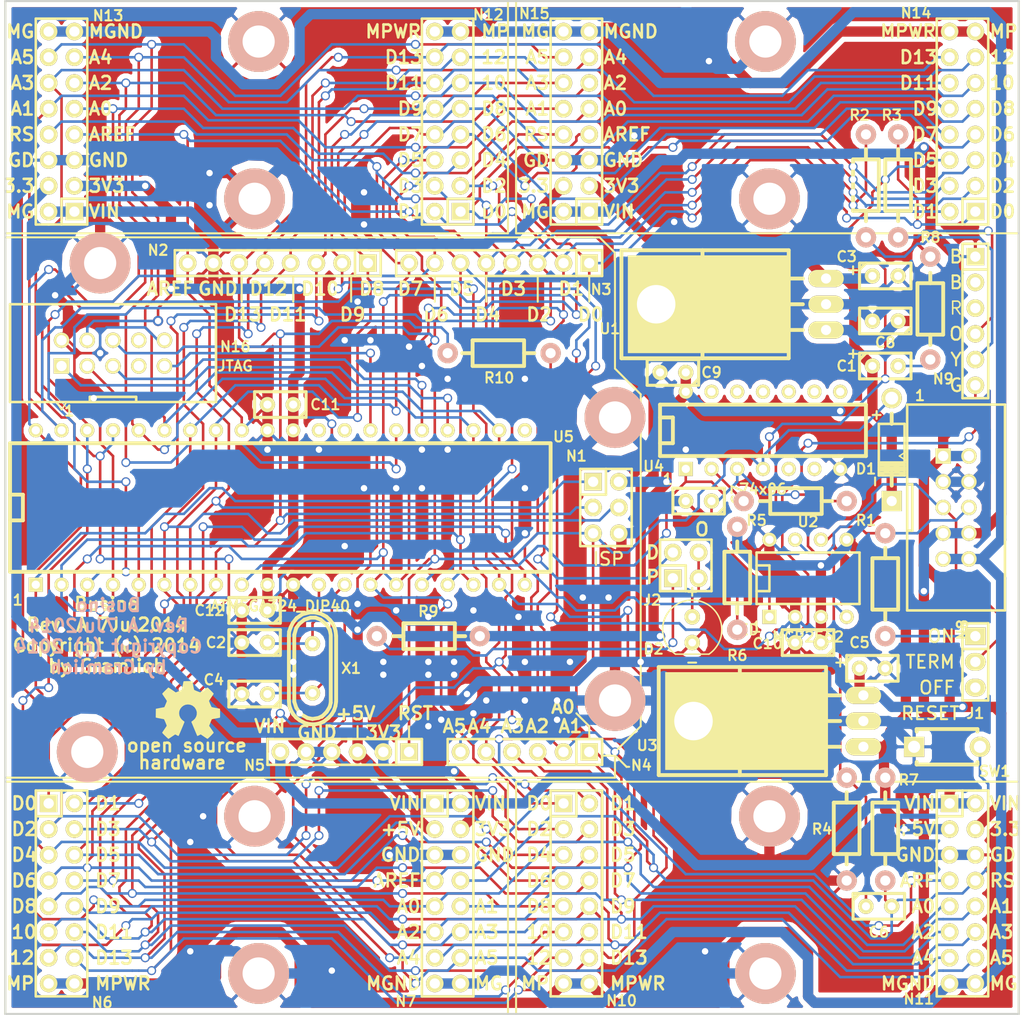
<source format=kicad_pcb>
(kicad_pcb (version 3) (host pcbnew "(2014-jan-25)-product")
  (layers (15 F.Cu signal) (0 B.Cu signal) (18 B.Paste user) (19 F.Paste user) (20 B.SilkS user) (21 F.SilkS user) (22 B.Mask user) (23 F.Mask user) (28 Edge.Cuts user))
  (net 0 "")
  (net 1 "/Arduino Shield/VIN")
  (net 2 GND)
  (net 3 "Net-(C2-Pad1)")
  (net 4 +5V)
  (net 5 "Net-(C4-Pad1)")
  (net 6 +3.3V)
  (net 7 "Net-(C6-Pad1)")
  (net 8 "/Arduino Shield/~RESET")
  (net 9 "Net-(C7-Pad1)")
  (net 10 "Net-(J1-Pad1)")
  (net 11 "Net-(J1-Pad2)")
  (net 12 "/Arduino Shield/D12")
  (net 13 "/Arduino Shield/D13")
  (net 14 "/Arduino Shield/D11")
  (net 15 "/Arduino Shield/D8")
  (net 16 "/Arduino Shield/D9")
  (net 17 "/Arduino Shield/D10")
  (net 18 "/Arduino Shield/AREF")
  (net 19 "/Arduino Shield/D0")
  (net 20 "/Arduino Shield/D1")
  (net 21 "/Arduino Shield/D2")
  (net 22 "/Arduino Shield/D3")
  (net 23 "/Arduino Shield/D4")
  (net 24 "/Arduino Shield/D5")
  (net 25 "/Arduino Shield/D6")
  (net 26 "/Arduino Shield/D7")
  (net 27 "/Arduino Shield/A0")
  (net 28 "/Arduino Shield/A1")
  (net 29 "/Arduino Shield/A2")
  (net 30 "/Arduino Shield/A3")
  (net 31 "/Arduino Shield/A4")
  (net 32 "/Arduino Shield/A5")
  (net 33 "/Arduino Shield/MPWR")
  (net 34 "/Arduino Shield/MGND")
  (net 35 "Net-(N8-Pad6)")
  (net 36 "Net-(N9-Pad4)")
  (net 37 "Net-(N9-Pad5)")
  (net 38 "Net-(R5-Pad1)")
  (net 39 "Net-(U2-Pad1)")
  (net 40 "Net-(U2-Pad4)")
  (net 41 "Net-(C8-Pad2)")
  (net 42 "Net-(N16-Pad1)")
  (net 43 "Net-(N16-Pad3)")
  (net 44 "Net-(N16-Pad5)")
  (net 45 "Net-(N16-Pad9)")
  (net 46 "Net-(D2-Pad+)")
  (net 47 "Net-(J2-Pad1)")
  (net 48 "Net-(J2-Pad2)")
  (module Busino_Rev_A:Pin_Header_Straight_1x03 (layer F.Cu) (at 121.92 91.44 270)
    (fp_text reference J1 (at 5.08 0 360) (layer F.SilkS) (effects (font (size 1.016 1.016) (thickness 0.2032))))
    (fp_text value TERMINATE_JUMPER hide)
    (pad 1 thru_hole rect (at -2.54 0 270) (size 1.7272 2.032) (drill 1.016) (layers *.Cu *.Mask F.SilkS) (net 10 "Net-(J1-Pad1)"))
    (pad 2 thru_hole oval (at 0 0 270) (size 1.7272 2.032) (drill 1.016) (layers *.Cu *.Mask F.SilkS) (net 11 "Net-(J1-Pad2)"))
    (pad 3 thru_hole oval (at 2.54 0 270) (size 1.7272 2.032) (drill 1.016) (layers *.Cu *.Mask F.SilkS))
  )
  (module Busino_Rev_A:Pin_Header_Straight_2x03 (layer F.Cu) (at 85.471 76.2 270)
    (fp_text reference N1 (at -5.08 2.921 360) (layer F.SilkS) (effects (font (size 1.016 1.016) (thickness 0.2032))))
    (fp_text value ARD_SPI_HEADER hide)
    (pad 1 thru_hole rect (at -2.54 1.27 270) (size 1.7272 1.7272) (drill 1.016) (layers *.Cu *.Mask F.SilkS) (net 12 "/Arduino Shield/D12"))
    (pad 2 thru_hole oval (at -2.54 -1.27 270) (size 1.7272 1.7272) (drill 1.016) (layers *.Cu *.Mask F.SilkS) (net 4 +5V))
    (pad 3 thru_hole oval (at 0 1.27 270) (size 1.7272 1.7272) (drill 1.016) (layers *.Cu *.Mask F.SilkS) (net 13 "/Arduino Shield/D13"))
    (pad 4 thru_hole oval (at 0 -1.27 270) (size 1.7272 1.7272) (drill 1.016) (layers *.Cu *.Mask F.SilkS) (net 14 "/Arduino Shield/D11"))
    (pad 5 thru_hole oval (at 2.54 1.27 270) (size 1.7272 1.7272) (drill 1.016) (layers *.Cu *.Mask F.SilkS) (net 8 "/Arduino Shield/~RESET"))
    (pad 6 thru_hole oval (at 2.54 -1.27 270) (size 1.7272 1.7272) (drill 1.016) (layers *.Cu *.Mask F.SilkS) (net 2 GND))
  )
  (module Busino_Rev_A:DIP-8__300 (layer F.Cu) (at 105.41 83.185)
    (fp_text reference U2 (at 0 -5.59 180) (layer F.SilkS) (effects (font (size 1.016 1.016) (thickness 0.2032))))
    (fp_text value MCP2562 (at 0 5.79) (layer F.SilkS) (effects (font (size 1.016 1.016) (thickness 0.2032))))
    (pad 1 thru_hole rect (at -3.81 3.81) (size 1.397 1.397) (drill 0.8128) (layers *.Cu *.Mask F.SilkS) (net 39 "Net-(U2-Pad1)"))
    (pad 2 thru_hole circle (at -1.27 3.81) (size 1.397 1.397) (drill 0.8128) (layers *.Cu *.Mask F.SilkS) (net 2 GND))
    (pad 3 thru_hole circle (at 1.27 3.81) (size 1.397 1.397) (drill 0.8128) (layers *.Cu *.Mask F.SilkS) (net 4 +5V))
    (pad 4 thru_hole circle (at 3.81 3.81) (size 1.397 1.397) (drill 0.8128) (layers *.Cu *.Mask F.SilkS) (net 40 "Net-(U2-Pad4)"))
    (pad 5 thru_hole circle (at 3.81 -3.81) (size 1.397 1.397) (drill 0.8128) (layers *.Cu *.Mask F.SilkS) (net 4 +5V))
    (pad 6 thru_hole circle (at 1.27 -3.81) (size 1.397 1.397) (drill 0.8128) (layers *.Cu *.Mask F.SilkS) (net 35 "Net-(N8-Pad6)"))
    (pad 7 thru_hole circle (at -1.27 -3.81) (size 1.397 1.397) (drill 0.8128) (layers *.Cu *.Mask F.SilkS) (net 11 "Net-(J1-Pad2)"))
    (pad 8 thru_hole circle (at -3.81 -3.81) (size 1.397 1.397) (drill 0.8128) (layers *.Cu *.Mask F.SilkS) (net 2 GND))
  )
  (module Busino_Rev_A:DIP-14__300 (layer F.Cu) (at 100.965 68.58)
    (fp_text reference U4 (at -10.795 3.556) (layer F.SilkS) (effects (font (size 1.016 1.016) (thickness 0.2032))))
    (fp_text value 74x06 (at 0 5.8) (layer F.SilkS) (effects (font (size 1.016 1.016) (thickness 0.2032))))
    (pad 1 thru_hole rect (at -7.62 3.81) (size 1.397 1.397) (drill 0.8128) (layers *.Cu *.Mask F.SilkS) (net 39 "Net-(U2-Pad1)"))
    (pad 2 thru_hole circle (at -5.08 3.81) (size 1.397 1.397) (drill 0.8128) (layers *.Cu *.Mask F.SilkS) (net 38 "Net-(R5-Pad1)"))
    (pad 3 thru_hole circle (at -2.54 3.81) (size 1.397 1.397) (drill 0.8128) (layers *.Cu *.Mask F.SilkS) (net 9 "Net-(C7-Pad1)"))
    (pad 4 thru_hole circle (at 0 3.81) (size 1.397 1.397) (drill 0.8128) (layers *.Cu *.Mask F.SilkS) (net 8 "/Arduino Shield/~RESET"))
    (pad 5 thru_hole circle (at 2.54 3.81) (size 1.397 1.397) (drill 0.8128) (layers *.Cu *.Mask F.SilkS))
    (pad 6 thru_hole circle (at 5.08 3.81) (size 1.397 1.397) (drill 0.8128) (layers *.Cu *.Mask F.SilkS))
    (pad 7 thru_hole circle (at 7.62 3.81) (size 1.397 1.397) (drill 0.8128) (layers *.Cu *.Mask F.SilkS) (net 2 GND))
    (pad 8 thru_hole circle (at 7.62 -3.81) (size 1.397 1.397) (drill 0.8128) (layers *.Cu *.Mask F.SilkS))
    (pad 9 thru_hole circle (at 5.08 -3.81) (size 1.397 1.397) (drill 0.8128) (layers *.Cu *.Mask F.SilkS))
    (pad 10 thru_hole circle (at 2.54 -3.81) (size 1.397 1.397) (drill 0.8128) (layers *.Cu *.Mask F.SilkS))
    (pad 11 thru_hole circle (at 0 -3.81) (size 1.397 1.397) (drill 0.8128) (layers *.Cu *.Mask F.SilkS))
    (pad 12 thru_hole circle (at -2.54 -3.81) (size 1.397 1.397) (drill 0.8128) (layers *.Cu *.Mask F.SilkS))
    (pad 13 thru_hole circle (at -5.08 -3.81) (size 1.397 1.397) (drill 0.8128) (layers *.Cu *.Mask F.SilkS))
    (pad 14 thru_hole circle (at -7.62 -3.81) (size 1.397 1.397) (drill 0.8128) (layers *.Cu *.Mask F.SilkS) (net 4 +5V))
  )
  (module Busino_Rev_A:DIP-40__600 (layer F.Cu) (at 53.34 76.2)
    (fp_text reference U5 (at 27.94 -6.985) (layer F.SilkS) (effects (font (size 1.016 1.016) (thickness 0.2032))))
    (fp_text value ATMEGA324_DIP40 (at 0 9.73) (layer F.SilkS) (effects (font (size 1.016 1.016) (thickness 0.2032))))
    (pad 1 thru_hole rect (at -24.13 7.62) (size 1.397 1.397) (drill 0.8128) (layers *.Cu *.Mask F.SilkS) (net 23 "/Arduino Shield/D4"))
    (pad 2 thru_hole circle (at -21.59 7.62) (size 1.397 1.397) (drill 0.8128) (layers *.Cu *.Mask F.SilkS) (net 24 "/Arduino Shield/D5"))
    (pad 3 thru_hole circle (at -19.05 7.62) (size 1.397 1.397) (drill 0.8128) (layers *.Cu *.Mask F.SilkS) (net 21 "/Arduino Shield/D2"))
    (pad 4 thru_hole circle (at -16.51 7.62) (size 1.397 1.397) (drill 0.8128) (layers *.Cu *.Mask F.SilkS) (net 25 "/Arduino Shield/D6"))
    (pad 5 thru_hole circle (at -13.97 7.62) (size 1.397 1.397) (drill 0.8128) (layers *.Cu *.Mask F.SilkS) (net 17 "/Arduino Shield/D10"))
    (pad 6 thru_hole circle (at -11.43 7.62) (size 1.397 1.397) (drill 0.8128) (layers *.Cu *.Mask F.SilkS) (net 14 "/Arduino Shield/D11"))
    (pad 7 thru_hole circle (at -8.89 7.62) (size 1.397 1.397) (drill 0.8128) (layers *.Cu *.Mask F.SilkS) (net 12 "/Arduino Shield/D12"))
    (pad 8 thru_hole circle (at -6.35 7.62) (size 1.397 1.397) (drill 0.8128) (layers *.Cu *.Mask F.SilkS) (net 13 "/Arduino Shield/D13"))
    (pad 9 thru_hole circle (at -3.81 7.62) (size 1.397 1.397) (drill 0.8128) (layers *.Cu *.Mask F.SilkS) (net 8 "/Arduino Shield/~RESET"))
    (pad 10 thru_hole circle (at -1.27 7.62) (size 1.397 1.397) (drill 0.8128) (layers *.Cu *.Mask F.SilkS) (net 4 +5V))
    (pad 11 thru_hole circle (at 1.27 7.62) (size 1.397 1.397) (drill 0.8128) (layers *.Cu *.Mask F.SilkS) (net 2 GND))
    (pad 12 thru_hole circle (at 3.81 7.62) (size 1.397 1.397) (drill 0.8128) (layers *.Cu *.Mask F.SilkS) (net 3 "Net-(C2-Pad1)"))
    (pad 13 thru_hole circle (at 6.35 7.62) (size 1.397 1.397) (drill 0.8128) (layers *.Cu *.Mask F.SilkS) (net 5 "Net-(C4-Pad1)"))
    (pad 14 thru_hole circle (at 8.89 7.62) (size 1.397 1.397) (drill 0.8128) (layers *.Cu *.Mask F.SilkS) (net 19 "/Arduino Shield/D0"))
    (pad 15 thru_hole circle (at 11.43 7.62) (size 1.397 1.397) (drill 0.8128) (layers *.Cu *.Mask F.SilkS) (net 20 "/Arduino Shield/D1"))
    (pad 16 thru_hole circle (at 13.97 7.62) (size 1.397 1.397) (drill 0.8128) (layers *.Cu *.Mask F.SilkS) (net 39 "Net-(U2-Pad1)"))
    (pad 17 thru_hole circle (at 16.51 7.62) (size 1.397 1.397) (drill 0.8128) (layers *.Cu *.Mask F.SilkS) (net 40 "Net-(U2-Pad4)"))
    (pad 18 thru_hole circle (at 19.05 7.62) (size 1.397 1.397) (drill 0.8128) (layers *.Cu *.Mask F.SilkS) (net 24 "/Arduino Shield/D5"))
    (pad 19 thru_hole circle (at 21.59 7.62) (size 1.397 1.397) (drill 0.8128) (layers *.Cu *.Mask F.SilkS) (net 16 "/Arduino Shield/D9"))
    (pad 20 thru_hole circle (at 24.13 7.62) (size 1.397 1.397) (drill 0.8128) (layers *.Cu *.Mask F.SilkS) (net 22 "/Arduino Shield/D3"))
    (pad 21 thru_hole circle (at 24.13 -7.62) (size 1.397 1.397) (drill 0.8128) (layers *.Cu *.Mask F.SilkS))
    (pad 22 thru_hole circle (at 21.59 -7.62) (size 1.397 1.397) (drill 0.8128) (layers *.Cu *.Mask F.SilkS) (net 32 "/Arduino Shield/A5"))
    (pad 23 thru_hole circle (at 19.05 -7.62) (size 1.397 1.397) (drill 0.8128) (layers *.Cu *.Mask F.SilkS) (net 31 "/Arduino Shield/A4"))
    (pad 24 thru_hole circle (at 16.51 -7.62) (size 1.397 1.397) (drill 0.8128) (layers *.Cu *.Mask F.SilkS) (net 42 "Net-(N16-Pad1)"))
    (pad 25 thru_hole circle (at 13.97 -7.62) (size 1.397 1.397) (drill 0.8128) (layers *.Cu *.Mask F.SilkS) (net 44 "Net-(N16-Pad5)"))
    (pad 26 thru_hole circle (at 11.43 -7.62) (size 1.397 1.397) (drill 0.8128) (layers *.Cu *.Mask F.SilkS) (net 43 "Net-(N16-Pad3)"))
    (pad 27 thru_hole circle (at 8.89 -7.62) (size 1.397 1.397) (drill 0.8128) (layers *.Cu *.Mask F.SilkS) (net 45 "Net-(N16-Pad9)"))
    (pad 28 thru_hole circle (at 6.35 -7.62) (size 1.397 1.397) (drill 0.8128) (layers *.Cu *.Mask F.SilkS))
    (pad 29 thru_hole circle (at 3.81 -7.62) (size 1.397 1.397) (drill 0.8128) (layers *.Cu *.Mask F.SilkS))
    (pad 30 thru_hole circle (at 1.27 -7.62) (size 1.397 1.397) (drill 0.8128) (layers *.Cu *.Mask F.SilkS) (net 4 +5V))
    (pad 31 thru_hole circle (at -1.27 -7.62) (size 1.397 1.397) (drill 0.8128) (layers *.Cu *.Mask F.SilkS) (net 2 GND))
    (pad 32 thru_hole circle (at -3.81 -7.62) (size 1.397 1.397) (drill 0.8128) (layers *.Cu *.Mask F.SilkS) (net 18 "/Arduino Shield/AREF"))
    (pad 33 thru_hole circle (at -6.35 -7.62) (size 1.397 1.397) (drill 0.8128) (layers *.Cu *.Mask F.SilkS) (net 15 "/Arduino Shield/D8"))
    (pad 34 thru_hole circle (at -8.89 -7.62) (size 1.397 1.397) (drill 0.8128) (layers *.Cu *.Mask F.SilkS) (net 26 "/Arduino Shield/D7"))
    (pad 35 thru_hole circle (at -11.43 -7.62) (size 1.397 1.397) (drill 0.8128) (layers *.Cu *.Mask F.SilkS) (net 32 "/Arduino Shield/A5"))
    (pad 36 thru_hole circle (at -13.97 -7.62) (size 1.397 1.397) (drill 0.8128) (layers *.Cu *.Mask F.SilkS) (net 31 "/Arduino Shield/A4"))
    (pad 37 thru_hole circle (at -16.51 -7.62) (size 1.397 1.397) (drill 0.8128) (layers *.Cu *.Mask F.SilkS) (net 30 "/Arduino Shield/A3"))
    (pad 38 thru_hole circle (at -19.05 -7.62) (size 1.397 1.397) (drill 0.8128) (layers *.Cu *.Mask F.SilkS) (net 29 "/Arduino Shield/A2"))
    (pad 39 thru_hole circle (at -21.59 -7.62) (size 1.397 1.397) (drill 0.8128) (layers *.Cu *.Mask F.SilkS) (net 28 "/Arduino Shield/A1"))
    (pad 40 thru_hole circle (at -24.13 -7.62) (size 1.397 1.397) (drill 0.8128) (layers *.Cu *.Mask F.SilkS) (net 27 "/Arduino Shield/A0"))
  )
  (module Busino_Rev_A:Crystal_HC49-U_Vertical (layer F.Cu) (at 56.515 92.075 270)
    (fp_text reference X1 (at 0 -3.81 360) (layer F.SilkS) (effects (font (size 1.016 1.016) (thickness 0.2032))))
    (fp_text value 16MHz hide)
    (pad 1 thru_hole circle (at -2.44094 0 270) (size 1.50114 1.50114) (drill 0.8001) (layers *.Cu *.Mask F.SilkS) (net 3 "Net-(C2-Pad1)"))
    (pad 2 thru_hole circle (at 2.44094 0 270) (size 1.50114 1.50114) (drill 0.8001) (layers *.Cu *.Mask F.SilkS) (net 5 "Net-(C4-Pad1)"))
  )
  (module Busino_Rev_A:Pin_Header_Straight_2x08 (layer F.Cu) (at 82.55 38.1 90)
    (fp_text reference N15 (at 10.66 -4.15 180) (layer F.SilkS) (effects (font (size 1.016 1.016) (thickness 0.2032))))
    (fp_text value MS_NE_PWR_HEADER hide)
    (pad 1 thru_hole rect (at -8.89 1.27 90) (size 1.7272 1.7272) (drill 1.016) (layers *.Cu *.Mask F.SilkS) (net 1 "/Arduino Shield/VIN"))
    (pad 2 thru_hole oval (at -8.89 -1.27 90) (size 1.7272 1.7272) (drill 1.016) (layers *.Cu *.Mask F.SilkS) (net 1 "/Arduino Shield/VIN"))
    (pad 3 thru_hole oval (at -6.35 1.27 90) (size 1.7272 1.7272) (drill 1.016) (layers *.Cu *.Mask F.SilkS) (net 4 +5V))
    (pad 4 thru_hole oval (at -6.35 -1.27 90) (size 1.7272 1.7272) (drill 1.016) (layers *.Cu *.Mask F.SilkS) (net 6 +3.3V))
    (pad 5 thru_hole oval (at -3.81 1.27 90) (size 1.7272 1.7272) (drill 1.016) (layers *.Cu *.Mask F.SilkS) (net 2 GND))
    (pad 6 thru_hole oval (at -3.81 -1.27 90) (size 1.7272 1.7272) (drill 1.016) (layers *.Cu *.Mask F.SilkS) (net 2 GND))
    (pad 7 thru_hole oval (at -1.27 1.27 90) (size 1.7272 1.7272) (drill 1.016) (layers *.Cu *.Mask F.SilkS) (net 18 "/Arduino Shield/AREF"))
    (pad 8 thru_hole oval (at -1.27 -1.27 90) (size 1.7272 1.7272) (drill 1.016) (layers *.Cu *.Mask F.SilkS) (net 8 "/Arduino Shield/~RESET"))
    (pad 9 thru_hole oval (at 1.27 1.27 90) (size 1.7272 1.7272) (drill 1.016) (layers *.Cu *.Mask F.SilkS) (net 27 "/Arduino Shield/A0"))
    (pad 10 thru_hole oval (at 1.27 -1.27 90) (size 1.7272 1.7272) (drill 1.016) (layers *.Cu *.Mask F.SilkS) (net 28 "/Arduino Shield/A1"))
    (pad 11 thru_hole oval (at 3.81 1.27 90) (size 1.7272 1.7272) (drill 1.016) (layers *.Cu *.Mask F.SilkS) (net 29 "/Arduino Shield/A2"))
    (pad 12 thru_hole oval (at 3.81 -1.27 90) (size 1.7272 1.7272) (drill 1.016) (layers *.Cu *.Mask F.SilkS) (net 30 "/Arduino Shield/A3"))
    (pad 13 thru_hole oval (at 6.35 1.27 90) (size 1.7272 1.7272) (drill 1.016) (layers *.Cu *.Mask F.SilkS) (net 31 "/Arduino Shield/A4"))
    (pad 14 thru_hole oval (at 6.35 -1.27 90) (size 1.7272 1.7272) (drill 1.016) (layers *.Cu *.Mask F.SilkS) (net 32 "/Arduino Shield/A5"))
    (pad 15 thru_hole oval (at 8.89 1.27 90) (size 1.7272 1.7272) (drill 1.016) (layers *.Cu *.Mask F.SilkS) (net 34 "/Arduino Shield/MGND"))
    (pad 16 thru_hole oval (at 8.89 -1.27 90) (size 1.7272 1.7272) (drill 1.016) (layers *.Cu *.Mask F.SilkS) (net 34 "/Arduino Shield/MGND"))
  )
  (module Busino_Rev_A:Pin_Header_Straight_2x08 (layer F.Cu) (at 120.65 38.1 90)
    (fp_text reference N14 (at 10.72 -4.59 180) (layer F.SilkS) (effects (font (size 1.016 1.016) (thickness 0.2032))))
    (fp_text value MS_NE_DATA_HEADER hide)
    (pad 1 thru_hole rect (at -8.89 1.27 90) (size 1.7272 1.7272) (drill 1.016) (layers *.Cu *.Mask F.SilkS) (net 19 "/Arduino Shield/D0"))
    (pad 2 thru_hole oval (at -8.89 -1.27 90) (size 1.7272 1.7272) (drill 1.016) (layers *.Cu *.Mask F.SilkS) (net 20 "/Arduino Shield/D1"))
    (pad 3 thru_hole oval (at -6.35 1.27 90) (size 1.7272 1.7272) (drill 1.016) (layers *.Cu *.Mask F.SilkS) (net 21 "/Arduino Shield/D2"))
    (pad 4 thru_hole oval (at -6.35 -1.27 90) (size 1.7272 1.7272) (drill 1.016) (layers *.Cu *.Mask F.SilkS) (net 22 "/Arduino Shield/D3"))
    (pad 5 thru_hole oval (at -3.81 1.27 90) (size 1.7272 1.7272) (drill 1.016) (layers *.Cu *.Mask F.SilkS) (net 23 "/Arduino Shield/D4"))
    (pad 6 thru_hole oval (at -3.81 -1.27 90) (size 1.7272 1.7272) (drill 1.016) (layers *.Cu *.Mask F.SilkS) (net 24 "/Arduino Shield/D5"))
    (pad 7 thru_hole oval (at -1.27 1.27 90) (size 1.7272 1.7272) (drill 1.016) (layers *.Cu *.Mask F.SilkS) (net 25 "/Arduino Shield/D6"))
    (pad 8 thru_hole oval (at -1.27 -1.27 90) (size 1.7272 1.7272) (drill 1.016) (layers *.Cu *.Mask F.SilkS) (net 26 "/Arduino Shield/D7"))
    (pad 9 thru_hole oval (at 1.27 1.27 90) (size 1.7272 1.7272) (drill 1.016) (layers *.Cu *.Mask F.SilkS) (net 15 "/Arduino Shield/D8"))
    (pad 10 thru_hole oval (at 1.27 -1.27 90) (size 1.7272 1.7272) (drill 1.016) (layers *.Cu *.Mask F.SilkS) (net 16 "/Arduino Shield/D9"))
    (pad 11 thru_hole oval (at 3.81 1.27 90) (size 1.7272 1.7272) (drill 1.016) (layers *.Cu *.Mask F.SilkS) (net 17 "/Arduino Shield/D10"))
    (pad 12 thru_hole oval (at 3.81 -1.27 90) (size 1.7272 1.7272) (drill 1.016) (layers *.Cu *.Mask F.SilkS) (net 14 "/Arduino Shield/D11"))
    (pad 13 thru_hole oval (at 6.35 1.27 90) (size 1.7272 1.7272) (drill 1.016) (layers *.Cu *.Mask F.SilkS) (net 12 "/Arduino Shield/D12"))
    (pad 14 thru_hole oval (at 6.35 -1.27 90) (size 1.7272 1.7272) (drill 1.016) (layers *.Cu *.Mask F.SilkS) (net 13 "/Arduino Shield/D13"))
    (pad 15 thru_hole oval (at 8.89 1.27 90) (size 1.7272 1.7272) (drill 1.016) (layers *.Cu *.Mask F.SilkS) (net 33 "/Arduino Shield/MPWR"))
    (pad 16 thru_hole oval (at 8.89 -1.27 90) (size 1.7272 1.7272) (drill 1.016) (layers *.Cu *.Mask F.SilkS) (net 33 "/Arduino Shield/MPWR"))
  )
  (module Busino_Rev_A:Pin_Header_Straight_2x08 (layer F.Cu) (at 31.75 38.1 90)
    (fp_text reference N13 (at 10.45 4.59 180) (layer F.SilkS) (effects (font (size 1.016 1.016) (thickness 0.2032))))
    (fp_text value MS_NW_PWR_HEADER hide)
    (pad 1 thru_hole rect (at -8.89 1.27 90) (size 1.7272 1.7272) (drill 1.016) (layers *.Cu *.Mask F.SilkS) (net 1 "/Arduino Shield/VIN"))
    (pad 2 thru_hole oval (at -8.89 -1.27 90) (size 1.7272 1.7272) (drill 1.016) (layers *.Cu *.Mask F.SilkS) (net 1 "/Arduino Shield/VIN"))
    (pad 3 thru_hole oval (at -6.35 1.27 90) (size 1.7272 1.7272) (drill 1.016) (layers *.Cu *.Mask F.SilkS) (net 4 +5V))
    (pad 4 thru_hole oval (at -6.35 -1.27 90) (size 1.7272 1.7272) (drill 1.016) (layers *.Cu *.Mask F.SilkS) (net 6 +3.3V))
    (pad 5 thru_hole oval (at -3.81 1.27 90) (size 1.7272 1.7272) (drill 1.016) (layers *.Cu *.Mask F.SilkS) (net 2 GND))
    (pad 6 thru_hole oval (at -3.81 -1.27 90) (size 1.7272 1.7272) (drill 1.016) (layers *.Cu *.Mask F.SilkS) (net 2 GND))
    (pad 7 thru_hole oval (at -1.27 1.27 90) (size 1.7272 1.7272) (drill 1.016) (layers *.Cu *.Mask F.SilkS) (net 18 "/Arduino Shield/AREF"))
    (pad 8 thru_hole oval (at -1.27 -1.27 90) (size 1.7272 1.7272) (drill 1.016) (layers *.Cu *.Mask F.SilkS) (net 8 "/Arduino Shield/~RESET"))
    (pad 9 thru_hole oval (at 1.27 1.27 90) (size 1.7272 1.7272) (drill 1.016) (layers *.Cu *.Mask F.SilkS) (net 27 "/Arduino Shield/A0"))
    (pad 10 thru_hole oval (at 1.27 -1.27 90) (size 1.7272 1.7272) (drill 1.016) (layers *.Cu *.Mask F.SilkS) (net 28 "/Arduino Shield/A1"))
    (pad 11 thru_hole oval (at 3.81 1.27 90) (size 1.7272 1.7272) (drill 1.016) (layers *.Cu *.Mask F.SilkS) (net 29 "/Arduino Shield/A2"))
    (pad 12 thru_hole oval (at 3.81 -1.27 90) (size 1.7272 1.7272) (drill 1.016) (layers *.Cu *.Mask F.SilkS) (net 30 "/Arduino Shield/A3"))
    (pad 13 thru_hole oval (at 6.35 1.27 90) (size 1.7272 1.7272) (drill 1.016) (layers *.Cu *.Mask F.SilkS) (net 31 "/Arduino Shield/A4"))
    (pad 14 thru_hole oval (at 6.35 -1.27 90) (size 1.7272 1.7272) (drill 1.016) (layers *.Cu *.Mask F.SilkS) (net 32 "/Arduino Shield/A5"))
    (pad 15 thru_hole oval (at 8.89 1.27 90) (size 1.7272 1.7272) (drill 1.016) (layers *.Cu *.Mask F.SilkS) (net 34 "/Arduino Shield/MGND"))
    (pad 16 thru_hole oval (at 8.89 -1.27 90) (size 1.7272 1.7272) (drill 1.016) (layers *.Cu *.Mask F.SilkS) (net 34 "/Arduino Shield/MGND"))
  )
  (module Busino_Rev_A:Pin_Header_Straight_2x08 (layer F.Cu) (at 69.85 38.1 90)
    (fp_text reference N12 (at 10.54 4.01 180) (layer F.SilkS) (effects (font (size 1.016 1.016) (thickness 0.2032))))
    (fp_text value MS_NW_DATA_HEADER hide)
    (pad 1 thru_hole rect (at -8.89 1.27 90) (size 1.7272 1.7272) (drill 1.016) (layers *.Cu *.Mask F.SilkS) (net 19 "/Arduino Shield/D0"))
    (pad 2 thru_hole oval (at -8.89 -1.27 90) (size 1.7272 1.7272) (drill 1.016) (layers *.Cu *.Mask F.SilkS) (net 20 "/Arduino Shield/D1"))
    (pad 3 thru_hole oval (at -6.35 1.27 90) (size 1.7272 1.7272) (drill 1.016) (layers *.Cu *.Mask F.SilkS) (net 21 "/Arduino Shield/D2"))
    (pad 4 thru_hole oval (at -6.35 -1.27 90) (size 1.7272 1.7272) (drill 1.016) (layers *.Cu *.Mask F.SilkS) (net 22 "/Arduino Shield/D3"))
    (pad 5 thru_hole oval (at -3.81 1.27 90) (size 1.7272 1.7272) (drill 1.016) (layers *.Cu *.Mask F.SilkS) (net 23 "/Arduino Shield/D4"))
    (pad 6 thru_hole oval (at -3.81 -1.27 90) (size 1.7272 1.7272) (drill 1.016) (layers *.Cu *.Mask F.SilkS) (net 24 "/Arduino Shield/D5"))
    (pad 7 thru_hole oval (at -1.27 1.27 90) (size 1.7272 1.7272) (drill 1.016) (layers *.Cu *.Mask F.SilkS) (net 25 "/Arduino Shield/D6"))
    (pad 8 thru_hole oval (at -1.27 -1.27 90) (size 1.7272 1.7272) (drill 1.016) (layers *.Cu *.Mask F.SilkS) (net 26 "/Arduino Shield/D7"))
    (pad 9 thru_hole oval (at 1.27 1.27 90) (size 1.7272 1.7272) (drill 1.016) (layers *.Cu *.Mask F.SilkS) (net 15 "/Arduino Shield/D8"))
    (pad 10 thru_hole oval (at 1.27 -1.27 90) (size 1.7272 1.7272) (drill 1.016) (layers *.Cu *.Mask F.SilkS) (net 16 "/Arduino Shield/D9"))
    (pad 11 thru_hole oval (at 3.81 1.27 90) (size 1.7272 1.7272) (drill 1.016) (layers *.Cu *.Mask F.SilkS) (net 17 "/Arduino Shield/D10"))
    (pad 12 thru_hole oval (at 3.81 -1.27 90) (size 1.7272 1.7272) (drill 1.016) (layers *.Cu *.Mask F.SilkS) (net 14 "/Arduino Shield/D11"))
    (pad 13 thru_hole oval (at 6.35 1.27 90) (size 1.7272 1.7272) (drill 1.016) (layers *.Cu *.Mask F.SilkS) (net 12 "/Arduino Shield/D12"))
    (pad 14 thru_hole oval (at 6.35 -1.27 90) (size 1.7272 1.7272) (drill 1.016) (layers *.Cu *.Mask F.SilkS) (net 13 "/Arduino Shield/D13"))
    (pad 15 thru_hole oval (at 8.89 1.27 90) (size 1.7272 1.7272) (drill 1.016) (layers *.Cu *.Mask F.SilkS) (net 33 "/Arduino Shield/MPWR"))
    (pad 16 thru_hole oval (at 8.89 -1.27 90) (size 1.7272 1.7272) (drill 1.016) (layers *.Cu *.Mask F.SilkS) (net 33 "/Arduino Shield/MPWR"))
  )
  (module Busino_Rev_A:Pin_Header_Straight_2x08 (layer F.Cu) (at 120.65 114.3 270)
    (fp_text reference N11 (at 10.42 4.31 360) (layer F.SilkS) (effects (font (size 1.016 1.016) (thickness 0.2032))))
    (fp_text value MS_SEPWR_HEADER hide)
    (pad 1 thru_hole rect (at -8.89 1.27 270) (size 1.7272 1.7272) (drill 1.016) (layers *.Cu *.Mask F.SilkS) (net 1 "/Arduino Shield/VIN"))
    (pad 2 thru_hole oval (at -8.89 -1.27 270) (size 1.7272 1.7272) (drill 1.016) (layers *.Cu *.Mask F.SilkS) (net 1 "/Arduino Shield/VIN"))
    (pad 3 thru_hole oval (at -6.35 1.27 270) (size 1.7272 1.7272) (drill 1.016) (layers *.Cu *.Mask F.SilkS) (net 4 +5V))
    (pad 4 thru_hole oval (at -6.35 -1.27 270) (size 1.7272 1.7272) (drill 1.016) (layers *.Cu *.Mask F.SilkS) (net 6 +3.3V))
    (pad 5 thru_hole oval (at -3.81 1.27 270) (size 1.7272 1.7272) (drill 1.016) (layers *.Cu *.Mask F.SilkS) (net 2 GND))
    (pad 6 thru_hole oval (at -3.81 -1.27 270) (size 1.7272 1.7272) (drill 1.016) (layers *.Cu *.Mask F.SilkS) (net 2 GND))
    (pad 7 thru_hole oval (at -1.27 1.27 270) (size 1.7272 1.7272) (drill 1.016) (layers *.Cu *.Mask F.SilkS) (net 18 "/Arduino Shield/AREF"))
    (pad 8 thru_hole oval (at -1.27 -1.27 270) (size 1.7272 1.7272) (drill 1.016) (layers *.Cu *.Mask F.SilkS) (net 8 "/Arduino Shield/~RESET"))
    (pad 9 thru_hole oval (at 1.27 1.27 270) (size 1.7272 1.7272) (drill 1.016) (layers *.Cu *.Mask F.SilkS) (net 27 "/Arduino Shield/A0"))
    (pad 10 thru_hole oval (at 1.27 -1.27 270) (size 1.7272 1.7272) (drill 1.016) (layers *.Cu *.Mask F.SilkS) (net 28 "/Arduino Shield/A1"))
    (pad 11 thru_hole oval (at 3.81 1.27 270) (size 1.7272 1.7272) (drill 1.016) (layers *.Cu *.Mask F.SilkS) (net 29 "/Arduino Shield/A2"))
    (pad 12 thru_hole oval (at 3.81 -1.27 270) (size 1.7272 1.7272) (drill 1.016) (layers *.Cu *.Mask F.SilkS) (net 30 "/Arduino Shield/A3"))
    (pad 13 thru_hole oval (at 6.35 1.27 270) (size 1.7272 1.7272) (drill 1.016) (layers *.Cu *.Mask F.SilkS) (net 31 "/Arduino Shield/A4"))
    (pad 14 thru_hole oval (at 6.35 -1.27 270) (size 1.7272 1.7272) (drill 1.016) (layers *.Cu *.Mask F.SilkS) (net 32 "/Arduino Shield/A5"))
    (pad 15 thru_hole oval (at 8.89 1.27 270) (size 1.7272 1.7272) (drill 1.016) (layers *.Cu *.Mask F.SilkS) (net 34 "/Arduino Shield/MGND"))
    (pad 16 thru_hole oval (at 8.89 -1.27 270) (size 1.7272 1.7272) (drill 1.016) (layers *.Cu *.Mask F.SilkS) (net 34 "/Arduino Shield/MGND"))
  )
  (module Busino_Rev_A:Pin_Header_Straight_2x08 (layer F.Cu) (at 82.55 114.3 270)
    (fp_text reference N10 (at 10.59 -4.46 360) (layer F.SilkS) (effects (font (size 1.016 1.016) (thickness 0.2032))))
    (fp_text value MS_SE_DATA_HEADER hide)
    (pad 1 thru_hole rect (at -8.89 1.27 270) (size 1.7272 1.7272) (drill 1.016) (layers *.Cu *.Mask F.SilkS) (net 19 "/Arduino Shield/D0"))
    (pad 2 thru_hole oval (at -8.89 -1.27 270) (size 1.7272 1.7272) (drill 1.016) (layers *.Cu *.Mask F.SilkS) (net 20 "/Arduino Shield/D1"))
    (pad 3 thru_hole oval (at -6.35 1.27 270) (size 1.7272 1.7272) (drill 1.016) (layers *.Cu *.Mask F.SilkS) (net 21 "/Arduino Shield/D2"))
    (pad 4 thru_hole oval (at -6.35 -1.27 270) (size 1.7272 1.7272) (drill 1.016) (layers *.Cu *.Mask F.SilkS) (net 22 "/Arduino Shield/D3"))
    (pad 5 thru_hole oval (at -3.81 1.27 270) (size 1.7272 1.7272) (drill 1.016) (layers *.Cu *.Mask F.SilkS) (net 23 "/Arduino Shield/D4"))
    (pad 6 thru_hole oval (at -3.81 -1.27 270) (size 1.7272 1.7272) (drill 1.016) (layers *.Cu *.Mask F.SilkS) (net 24 "/Arduino Shield/D5"))
    (pad 7 thru_hole oval (at -1.27 1.27 270) (size 1.7272 1.7272) (drill 1.016) (layers *.Cu *.Mask F.SilkS) (net 25 "/Arduino Shield/D6"))
    (pad 8 thru_hole oval (at -1.27 -1.27 270) (size 1.7272 1.7272) (drill 1.016) (layers *.Cu *.Mask F.SilkS) (net 26 "/Arduino Shield/D7"))
    (pad 9 thru_hole oval (at 1.27 1.27 270) (size 1.7272 1.7272) (drill 1.016) (layers *.Cu *.Mask F.SilkS) (net 15 "/Arduino Shield/D8"))
    (pad 10 thru_hole oval (at 1.27 -1.27 270) (size 1.7272 1.7272) (drill 1.016) (layers *.Cu *.Mask F.SilkS) (net 16 "/Arduino Shield/D9"))
    (pad 11 thru_hole oval (at 3.81 1.27 270) (size 1.7272 1.7272) (drill 1.016) (layers *.Cu *.Mask F.SilkS) (net 17 "/Arduino Shield/D10"))
    (pad 12 thru_hole oval (at 3.81 -1.27 270) (size 1.7272 1.7272) (drill 1.016) (layers *.Cu *.Mask F.SilkS) (net 14 "/Arduino Shield/D11"))
    (pad 13 thru_hole oval (at 6.35 1.27 270) (size 1.7272 1.7272) (drill 1.016) (layers *.Cu *.Mask F.SilkS) (net 12 "/Arduino Shield/D12"))
    (pad 14 thru_hole oval (at 6.35 -1.27 270) (size 1.7272 1.7272) (drill 1.016) (layers *.Cu *.Mask F.SilkS) (net 13 "/Arduino Shield/D13"))
    (pad 15 thru_hole oval (at 8.89 1.27 270) (size 1.7272 1.7272) (drill 1.016) (layers *.Cu *.Mask F.SilkS) (net 33 "/Arduino Shield/MPWR"))
    (pad 16 thru_hole oval (at 8.89 -1.27 270) (size 1.7272 1.7272) (drill 1.016) (layers *.Cu *.Mask F.SilkS) (net 33 "/Arduino Shield/MPWR"))
  )
  (module Busino_Rev_A:Pin_Header_Straight_2x08 (layer F.Cu) (at 69.85 114.3 270)
    (fp_text reference N7 (at 10.65 4.14 360) (layer F.SilkS) (effects (font (size 1.016 1.016) (thickness 0.2032))))
    (fp_text value MS_SW_PWR_HEADER hide)
    (pad 1 thru_hole rect (at -8.89 1.27 270) (size 1.7272 1.7272) (drill 1.016) (layers *.Cu *.Mask F.SilkS) (net 1 "/Arduino Shield/VIN"))
    (pad 2 thru_hole oval (at -8.89 -1.27 270) (size 1.7272 1.7272) (drill 1.016) (layers *.Cu *.Mask F.SilkS) (net 1 "/Arduino Shield/VIN"))
    (pad 3 thru_hole oval (at -6.35 1.27 270) (size 1.7272 1.7272) (drill 1.016) (layers *.Cu *.Mask F.SilkS) (net 4 +5V))
    (pad 4 thru_hole oval (at -6.35 -1.27 270) (size 1.7272 1.7272) (drill 1.016) (layers *.Cu *.Mask F.SilkS) (net 6 +3.3V))
    (pad 5 thru_hole oval (at -3.81 1.27 270) (size 1.7272 1.7272) (drill 1.016) (layers *.Cu *.Mask F.SilkS) (net 2 GND))
    (pad 6 thru_hole oval (at -3.81 -1.27 270) (size 1.7272 1.7272) (drill 1.016) (layers *.Cu *.Mask F.SilkS) (net 2 GND))
    (pad 7 thru_hole oval (at -1.27 1.27 270) (size 1.7272 1.7272) (drill 1.016) (layers *.Cu *.Mask F.SilkS) (net 18 "/Arduino Shield/AREF"))
    (pad 8 thru_hole oval (at -1.27 -1.27 270) (size 1.7272 1.7272) (drill 1.016) (layers *.Cu *.Mask F.SilkS) (net 8 "/Arduino Shield/~RESET"))
    (pad 9 thru_hole oval (at 1.27 1.27 270) (size 1.7272 1.7272) (drill 1.016) (layers *.Cu *.Mask F.SilkS) (net 27 "/Arduino Shield/A0"))
    (pad 10 thru_hole oval (at 1.27 -1.27 270) (size 1.7272 1.7272) (drill 1.016) (layers *.Cu *.Mask F.SilkS) (net 28 "/Arduino Shield/A1"))
    (pad 11 thru_hole oval (at 3.81 1.27 270) (size 1.7272 1.7272) (drill 1.016) (layers *.Cu *.Mask F.SilkS) (net 29 "/Arduino Shield/A2"))
    (pad 12 thru_hole oval (at 3.81 -1.27 270) (size 1.7272 1.7272) (drill 1.016) (layers *.Cu *.Mask F.SilkS) (net 30 "/Arduino Shield/A3"))
    (pad 13 thru_hole oval (at 6.35 1.27 270) (size 1.7272 1.7272) (drill 1.016) (layers *.Cu *.Mask F.SilkS) (net 31 "/Arduino Shield/A4"))
    (pad 14 thru_hole oval (at 6.35 -1.27 270) (size 1.7272 1.7272) (drill 1.016) (layers *.Cu *.Mask F.SilkS) (net 32 "/Arduino Shield/A5"))
    (pad 15 thru_hole oval (at 8.89 1.27 270) (size 1.7272 1.7272) (drill 1.016) (layers *.Cu *.Mask F.SilkS) (net 34 "/Arduino Shield/MGND"))
    (pad 16 thru_hole oval (at 8.89 -1.27 270) (size 1.7272 1.7272) (drill 1.016) (layers *.Cu *.Mask F.SilkS) (net 34 "/Arduino Shield/MGND"))
  )
  (module Busino_Rev_A:Pin_Header_Straight_2x08 (layer F.Cu) (at 31.75 114.3 270)
    (fp_text reference N6 (at 10.76 -4.01 360) (layer F.SilkS) (effects (font (size 1.016 1.016) (thickness 0.2032))))
    (fp_text value MS_SW_DATA_HEADER hide)
    (pad 1 thru_hole rect (at -8.89 1.27 270) (size 1.7272 1.7272) (drill 1.016) (layers *.Cu *.Mask F.SilkS) (net 19 "/Arduino Shield/D0"))
    (pad 2 thru_hole oval (at -8.89 -1.27 270) (size 1.7272 1.7272) (drill 1.016) (layers *.Cu *.Mask F.SilkS) (net 20 "/Arduino Shield/D1"))
    (pad 3 thru_hole oval (at -6.35 1.27 270) (size 1.7272 1.7272) (drill 1.016) (layers *.Cu *.Mask F.SilkS) (net 21 "/Arduino Shield/D2"))
    (pad 4 thru_hole oval (at -6.35 -1.27 270) (size 1.7272 1.7272) (drill 1.016) (layers *.Cu *.Mask F.SilkS) (net 22 "/Arduino Shield/D3"))
    (pad 5 thru_hole oval (at -3.81 1.27 270) (size 1.7272 1.7272) (drill 1.016) (layers *.Cu *.Mask F.SilkS) (net 23 "/Arduino Shield/D4"))
    (pad 6 thru_hole oval (at -3.81 -1.27 270) (size 1.7272 1.7272) (drill 1.016) (layers *.Cu *.Mask F.SilkS) (net 24 "/Arduino Shield/D5"))
    (pad 7 thru_hole oval (at -1.27 1.27 270) (size 1.7272 1.7272) (drill 1.016) (layers *.Cu *.Mask F.SilkS) (net 25 "/Arduino Shield/D6"))
    (pad 8 thru_hole oval (at -1.27 -1.27 270) (size 1.7272 1.7272) (drill 1.016) (layers *.Cu *.Mask F.SilkS) (net 26 "/Arduino Shield/D7"))
    (pad 9 thru_hole oval (at 1.27 1.27 270) (size 1.7272 1.7272) (drill 1.016) (layers *.Cu *.Mask F.SilkS) (net 15 "/Arduino Shield/D8"))
    (pad 10 thru_hole oval (at 1.27 -1.27 270) (size 1.7272 1.7272) (drill 1.016) (layers *.Cu *.Mask F.SilkS) (net 16 "/Arduino Shield/D9"))
    (pad 11 thru_hole oval (at 3.81 1.27 270) (size 1.7272 1.7272) (drill 1.016) (layers *.Cu *.Mask F.SilkS) (net 17 "/Arduino Shield/D10"))
    (pad 12 thru_hole oval (at 3.81 -1.27 270) (size 1.7272 1.7272) (drill 1.016) (layers *.Cu *.Mask F.SilkS) (net 14 "/Arduino Shield/D11"))
    (pad 13 thru_hole oval (at 6.35 1.27 270) (size 1.7272 1.7272) (drill 1.016) (layers *.Cu *.Mask F.SilkS) (net 12 "/Arduino Shield/D12"))
    (pad 14 thru_hole oval (at 6.35 -1.27 270) (size 1.7272 1.7272) (drill 1.016) (layers *.Cu *.Mask F.SilkS) (net 13 "/Arduino Shield/D13"))
    (pad 15 thru_hole oval (at 8.89 1.27 270) (size 1.7272 1.7272) (drill 1.016) (layers *.Cu *.Mask F.SilkS) (net 33 "/Arduino Shield/MPWR"))
    (pad 16 thru_hole oval (at 8.89 -1.27 270) (size 1.7272 1.7272) (drill 1.016) (layers *.Cu *.Mask F.SilkS) (net 33 "/Arduino Shield/MPWR"))
  )
  (module Busino_Rev_A:Diode_DO-41_SOD81_Horizontal_RM10 (layer F.Cu) (at 113.665 70.485 270)
    (fp_text reference D1 (at 1.905 2.54 360) (layer F.SilkS) (effects (font (size 1.016 1.016) (thickness 0.2032))))
    (fp_text value SCHOTTKY_DIODE_VERT hide)
    (fp_text user - (at 3.14 1.71 270) (layer F.SilkS) (effects (font (size 1.016 1.016) (thickness 0.2032))))
    (fp_text user + (at -3.42 1.56 270) (layer F.SilkS) (effects (font (size 1.016 1.016) (thickness 0.2032))))
    (pad + thru_hole circle (at -5.08 0 270) (size 1.99898 1.99898) (drill 1.27) (layers *.Cu *.Mask F.SilkS) (net 8 "/Arduino Shield/~RESET"))
    (pad - thru_hole rect (at 5.08 0 270) (size 1.99898 1.99898) (drill 1.00076) (layers *.Cu *.Mask F.SilkS) (net 4 +5V))
  )
  (module Busino_Rev_A:Resistor_Horizontal__400 (layer F.Cu) (at 113.03 83.82 90)
    (fp_text reference R1 (at 6.35 -1.905 180) (layer F.SilkS) (effects (font (size 1.016 1.016) (thickness 0.2032))))
    (fp_text value "120 1%" hide)
    (pad 1 thru_hole circle (at -5.08 0 90) (size 1.99898 1.99898) (drill 1.00076) (layers *.Cu *.SilkS *.Mask) (net 10 "Net-(J1-Pad1)"))
    (pad 2 thru_hole circle (at 5.08 0 90) (size 1.99898 1.99898) (drill 1.00076) (layers *.Cu *.SilkS *.Mask) (net 35 "Net-(N8-Pad6)"))
  )
  (module Busino_Rev_A:Resistor_Horizontal__400 (layer F.Cu) (at 111.125 44.45 90)
    (fp_text reference R2 (at 6.985 -0.635 180) (layer F.SilkS) (effects (font (size 1.016 1.016) (thickness 0.2032))))
    (fp_text value 1K hide)
    (pad 1 thru_hole circle (at -5.08 0 90) (size 1.99898 1.99898) (drill 1.00076) (layers *.Cu *.SilkS *.Mask) (net 37 "Net-(N9-Pad5)"))
    (pad 2 thru_hole circle (at 5.08 0 90) (size 1.99898 1.99898) (drill 1.00076) (layers *.Cu *.SilkS *.Mask) (net 20 "/Arduino Shield/D1"))
  )
  (module Busino_Rev_A:Resistor_Horizontal__400 (layer F.Cu) (at 114.3 44.45 90)
    (fp_text reference R3 (at 6.985 -0.635 180) (layer F.SilkS) (effects (font (size 1.016 1.016) (thickness 0.2032))))
    (fp_text value 1K hide)
    (pad 1 thru_hole circle (at -5.08 0 90) (size 1.99898 1.99898) (drill 1.00076) (layers *.Cu *.SilkS *.Mask) (net 36 "Net-(N9-Pad4)"))
    (pad 2 thru_hole circle (at 5.08 0 90) (size 1.99898 1.99898) (drill 1.00076) (layers *.Cu *.SilkS *.Mask) (net 19 "/Arduino Shield/D0"))
  )
  (module Busino_Rev_A:Resistor_Horizontal__400 (layer F.Cu) (at 109.22 107.95 90)
    (fp_text reference R4 (at 0 -2.44 180) (layer F.SilkS) (effects (font (size 1.016 1.016) (thickness 0.2032))))
    (fp_text value 1K hide)
    (pad 1 thru_hole circle (at -5.08 0 90) (size 1.99898 1.99898) (drill 1.00076) (layers *.Cu *.SilkS *.Mask) (net 2 GND))
    (pad 2 thru_hole circle (at 5.08 0 90) (size 1.99898 1.99898) (drill 1.00076) (layers *.Cu *.SilkS *.Mask) (net 7 "Net-(C6-Pad1)"))
  )
  (module Busino_Rev_A:Resistor_Horizontal__400 (layer F.Cu) (at 104.14 75.565)
    (fp_text reference R5 (at -3.81 1.905) (layer F.SilkS) (effects (font (size 1.016 1.016) (thickness 0.2032))))
    (fp_text value 180 hide)
    (pad 1 thru_hole circle (at -5.08 0) (size 1.99898 1.99898) (drill 1.00076) (layers *.Cu *.SilkS *.Mask) (net 38 "Net-(R5-Pad1)"))
    (pad 2 thru_hole circle (at 5.08 0) (size 1.99898 1.99898) (drill 1.00076) (layers *.Cu *.SilkS *.Mask) (net 9 "Net-(C7-Pad1)"))
  )
  (module Busino_Rev_A:Resistor_Horizontal__400 (layer F.Cu) (at 98.425 83.185 90)
    (fp_text reference R6 (at -7.62 0 180) (layer F.SilkS) (effects (font (size 1.016 1.016) (thickness 0.2032))))
    (fp_text value 10K hide)
    (pad 1 thru_hole circle (at -5.08 0 90) (size 1.99898 1.99898) (drill 1.00076) (layers *.Cu *.SilkS *.Mask) (net 9 "Net-(C7-Pad1)"))
    (pad 2 thru_hole circle (at 5.08 0 90) (size 1.99898 1.99898) (drill 1.00076) (layers *.Cu *.SilkS *.Mask) (net 4 +5V))
  )
  (module Busino_Rev_A:Resistor_Horizontal__400 (layer F.Cu) (at 113.03 107.95 90)
    (fp_text reference R7 (at 4.85 2.31 180) (layer F.SilkS) (effects (font (size 1.016 1.016) (thickness 0.2032))))
    (fp_text value 10K hide)
    (pad 1 thru_hole circle (at -5.08 0 90) (size 1.99898 1.99898) (drill 1.00076) (layers *.Cu *.SilkS *.Mask) (net 8 "/Arduino Shield/~RESET"))
    (pad 2 thru_hole circle (at 5.08 0 90) (size 1.99898 1.99898) (drill 1.00076) (layers *.Cu *.SilkS *.Mask) (net 4 +5V))
  )
  (module Busino_Rev_A:Pin_Header_Straight_1x06 (layer F.Cu) (at 121.92 57.785 270)
    (fp_text reference N9 (at 5.715 3.175 360) (layer F.SilkS) (effects (font (size 1.016 1.016) (thickness 0.2032))))
    (fp_text value FTDI_HEADER hide)
    (pad 1 thru_hole rect (at -6.35 0 270) (size 1.7272 1.7272) (drill 1.016) (layers *.Cu *.Mask F.SilkS) (net 2 GND))
    (pad 2 thru_hole circle (at -3.81 0 270) (size 1.7272 1.7272) (drill 1.016) (layers *.Cu *.Mask F.SilkS))
    (pad 3 thru_hole circle (at -1.27 0 270) (size 1.7272 1.7272) (drill 1.016) (layers *.Cu *.Mask F.SilkS))
    (pad 4 thru_hole circle (at 1.27 0 270) (size 1.7272 1.7272) (drill 1.016) (layers *.Cu *.Mask F.SilkS) (net 36 "Net-(N9-Pad4)"))
    (pad 5 thru_hole circle (at 3.81 0 270) (size 1.7272 1.7272) (drill 1.016) (layers *.Cu *.Mask F.SilkS) (net 37 "Net-(N9-Pad5)"))
    (pad 6 thru_hole circle (at 6.35 0 270) (size 1.7272 1.7272) (drill 1.016) (layers *.Cu *.Mask F.SilkS) (net 7 "Net-(C6-Pad1)"))
  )
  (module Busino_Rev_A:Pin_Header_Straight_1x06 (layer F.Cu) (at 77.47 100.33 180)
    (fp_text reference N4 (at -11.49 -1.32 180) (layer F.SilkS) (effects (font (size 1.016 1.016) (thickness 0.2032))))
    (fp_text value A0_A5_HEADER hide)
    (pad 1 thru_hole rect (at -6.35 0 180) (size 1.7272 1.7272) (drill 1.016) (layers *.Cu *.Mask F.SilkS) (net 27 "/Arduino Shield/A0"))
    (pad 2 thru_hole circle (at -3.81 0 180) (size 1.7272 1.7272) (drill 1.016) (layers *.Cu *.Mask F.SilkS) (net 28 "/Arduino Shield/A1"))
    (pad 3 thru_hole circle (at -1.27 0 180) (size 1.7272 1.7272) (drill 1.016) (layers *.Cu *.Mask F.SilkS) (net 29 "/Arduino Shield/A2"))
    (pad 4 thru_hole circle (at 1.27 0 180) (size 1.7272 1.7272) (drill 1.016) (layers *.Cu *.Mask F.SilkS) (net 30 "/Arduino Shield/A3"))
    (pad 5 thru_hole circle (at 3.81 0 180) (size 1.7272 1.7272) (drill 1.016) (layers *.Cu *.Mask F.SilkS) (net 31 "/Arduino Shield/A4"))
    (pad 6 thru_hole circle (at 6.35 0 180) (size 1.7272 1.7272) (drill 1.016) (layers *.Cu *.Mask F.SilkS) (net 32 "/Arduino Shield/A5"))
  )
  (module Busino_Rev_A:Pin_Header_Straight_1x08 (layer F.Cu) (at 74.93 52.07 180)
    (fp_text reference N3 (at -10.06 -2.6 180) (layer F.SilkS) (effects (font (size 1.016 1.016) (thickness 0.2032))))
    (fp_text value D0_D7_HEADER hide)
    (pad 1 thru_hole rect (at -8.89 0 180) (size 1.7272 1.7272) (drill 1.016) (layers *.Cu *.Mask F.SilkS) (net 19 "/Arduino Shield/D0"))
    (pad 2 thru_hole circle (at -6.35 0 180) (size 1.7272 1.7272) (drill 1.016) (layers *.Cu *.Mask F.SilkS) (net 20 "/Arduino Shield/D1"))
    (pad 3 thru_hole circle (at -3.81 0 180) (size 1.7272 1.7272) (drill 1.016) (layers *.Cu *.Mask F.SilkS) (net 21 "/Arduino Shield/D2"))
    (pad 4 thru_hole circle (at -1.27 0 180) (size 1.7272 1.7272) (drill 1.016) (layers *.Cu *.Mask F.SilkS) (net 22 "/Arduino Shield/D3"))
    (pad 5 thru_hole circle (at 1.27 0 180) (size 1.7272 1.7272) (drill 1.016) (layers *.Cu *.Mask F.SilkS) (net 23 "/Arduino Shield/D4"))
    (pad 6 thru_hole circle (at 3.81 0 180) (size 1.7272 1.7272) (drill 1.016) (layers *.Cu *.Mask F.SilkS) (net 24 "/Arduino Shield/D5"))
    (pad 7 thru_hole circle (at 6.35 0 180) (size 1.7272 1.7272) (drill 1.016) (layers *.Cu *.Mask F.SilkS) (net 25 "/Arduino Shield/D6"))
    (pad 8 thru_hole circle (at 8.89 0 180) (size 1.7272 1.7272) (drill 1.016) (layers *.Cu *.Mask F.SilkS) (net 26 "/Arduino Shield/D7"))
  )
  (module Busino_Rev_A:Pin_Header_Straight_1x08 (layer F.Cu) (at 53.086 52.07 180)
    (fp_text reference N2 (at 11.811 1.27 180) (layer F.SilkS) (effects (font (size 1.016 1.016) (thickness 0.2032))))
    (fp_text value D8_D13_HEADER hide)
    (pad 1 thru_hole rect (at -8.89 0 180) (size 1.7272 1.7272) (drill 1.016) (layers *.Cu *.Mask F.SilkS) (net 15 "/Arduino Shield/D8"))
    (pad 2 thru_hole circle (at -6.35 0 180) (size 1.7272 1.7272) (drill 1.016) (layers *.Cu *.Mask F.SilkS) (net 16 "/Arduino Shield/D9"))
    (pad 3 thru_hole circle (at -3.81 0 180) (size 1.7272 1.7272) (drill 1.016) (layers *.Cu *.Mask F.SilkS) (net 17 "/Arduino Shield/D10"))
    (pad 4 thru_hole circle (at -1.27 0 180) (size 1.7272 1.7272) (drill 1.016) (layers *.Cu *.Mask F.SilkS) (net 14 "/Arduino Shield/D11"))
    (pad 5 thru_hole circle (at 1.27 0 180) (size 1.7272 1.7272) (drill 1.016) (layers *.Cu *.Mask F.SilkS) (net 12 "/Arduino Shield/D12"))
    (pad 6 thru_hole circle (at 3.81 0 180) (size 1.7272 1.7272) (drill 1.016) (layers *.Cu *.Mask F.SilkS) (net 13 "/Arduino Shield/D13"))
    (pad 7 thru_hole circle (at 6.35 0 180) (size 1.7272 1.7272) (drill 1.016) (layers *.Cu *.Mask F.SilkS) (net 2 GND))
    (pad 8 thru_hole circle (at 8.89 0 180) (size 1.7272 1.7272) (drill 1.016) (layers *.Cu *.Mask F.SilkS) (net 18 "/Arduino Shield/AREF"))
  )
  (module Busino_Rev_A:Capacitor3MMDiscRM2.5 (layer F.Cu) (at 113.03 57.785 180)
    (fp_text reference C1 (at 3.81 -4.445 180) (layer F.SilkS) (effects (font (size 1.016 1.016) (thickness 0.2032))))
    (fp_text value 22uF hide)
    (pad 1 thru_hole circle (at -1.27 0 180) (size 1.50114 1.50114) (drill 0.8001) (layers *.Cu *.Mask F.SilkS) (net 1 "/Arduino Shield/VIN"))
    (pad 2 thru_hole circle (at 1.27 0 180) (size 1.50114 1.50114) (drill 0.8001) (layers *.Cu *.Mask F.SilkS) (net 2 GND))
  )
  (module Busino_Rev_A:Capacitor3MMDiscRM2.5 (layer F.Cu) (at 50.8 89.535 180)
    (fp_text reference C2 (at 3.81 0 180) (layer F.SilkS) (effects (font (size 1.016 1.016) (thickness 0.2032))))
    (fp_text value 18pF hide)
    (pad 1 thru_hole circle (at -1.27 0 180) (size 1.50114 1.50114) (drill 0.8001) (layers *.Cu *.Mask F.SilkS) (net 3 "Net-(C2-Pad1)"))
    (pad 2 thru_hole circle (at 1.27 0 180) (size 1.50114 1.50114) (drill 0.8001) (layers *.Cu *.Mask F.SilkS) (net 2 GND))
  )
  (module Busino_Rev_A:Capacitor3MMDiscRM2.5 (layer F.Cu) (at 113.03 53.34)
    (fp_text reference C3 (at -3.81 -1.905) (layer F.SilkS) (effects (font (size 1.016 1.016) (thickness 0.2032))))
    (fp_text value 22uF hide)
    (pad 1 thru_hole circle (at -1.27 0) (size 1.50114 1.50114) (drill 0.8001) (layers *.Cu *.Mask F.SilkS) (net 4 +5V))
    (pad 2 thru_hole circle (at 1.27 0) (size 1.50114 1.50114) (drill 0.8001) (layers *.Cu *.Mask F.SilkS) (net 2 GND))
  )
  (module Busino_Rev_A:Capacitor3MMDiscRM2.5 (layer F.Cu) (at 50.8 94.615 180)
    (fp_text reference C4 (at 4.02844 1.40716 180) (layer F.SilkS) (effects (font (size 1.016 1.016) (thickness 0.2032))))
    (fp_text value 18pF hide)
    (pad 1 thru_hole circle (at -1.27 0 180) (size 1.50114 1.50114) (drill 0.8001) (layers *.Cu *.Mask F.SilkS) (net 5 "Net-(C4-Pad1)"))
    (pad 2 thru_hole circle (at 1.27 0 180) (size 1.50114 1.50114) (drill 0.8001) (layers *.Cu *.Mask F.SilkS) (net 2 GND))
  )
  (module Busino_Rev_A:Capacitor3MMDiscRM2.5 (layer F.Cu) (at 111.76 92.075)
    (fp_text reference C5 (at -1.27 -2.54) (layer F.SilkS) (effects (font (size 1.016 1.016) (thickness 0.2032))))
    (fp_text value 22uF hide)
    (pad 1 thru_hole circle (at -1.27 0) (size 1.50114 1.50114) (drill 0.8001) (layers *.Cu *.Mask F.SilkS) (net 6 +3.3V))
    (pad 2 thru_hole circle (at 1.27 0) (size 1.50114 1.50114) (drill 0.8001) (layers *.Cu *.Mask F.SilkS) (net 2 GND))
  )
  (module Busino_Rev_A:Capacitor3MMDiscRM2.5 (layer F.Cu) (at 112.395 115.57)
    (fp_text reference C6 (at 0 2.54) (layer F.SilkS) (effects (font (size 1.016 1.016) (thickness 0.2032))))
    (fp_text value .1uF hide)
    (pad 1 thru_hole circle (at -1.27 0) (size 1.50114 1.50114) (drill 0.8001) (layers *.Cu *.Mask F.SilkS) (net 7 "Net-(C6-Pad1)"))
    (pad 2 thru_hole circle (at 1.27 0) (size 1.50114 1.50114) (drill 0.8001) (layers *.Cu *.Mask F.SilkS) (net 8 "/Arduino Shield/~RESET"))
  )
  (module Busino_Rev_A:Capacitor3MMDiscRM2.5 (layer F.Cu) (at 94.615 75.565 180)
    (fp_text reference C7 (at -3.81 0.635 270) (layer F.SilkS) (effects (font (size 1.016 1.016) (thickness 0.2032))))
    (fp_text value .1uF hide)
    (pad 1 thru_hole circle (at -1.27 0 180) (size 1.50114 1.50114) (drill 0.8001) (layers *.Cu *.Mask F.SilkS) (net 9 "Net-(C7-Pad1)"))
    (pad 2 thru_hole circle (at 1.27 0 180) (size 1.50114 1.50114) (drill 0.8001) (layers *.Cu *.Mask F.SilkS) (net 2 GND))
  )
  (module Busino_Rev_A:Capacitor3MMDiscRM2.5 (layer F.Cu) (at 113.03 62.23)
    (fp_text reference C8 (at 0 -2.32) (layer F.SilkS) (effects (font (size 1.016 1.016) (thickness 0.2032))))
    (fp_text value .1uF hide)
    (pad 1 thru_hole circle (at -1.27 0) (size 1.50114 1.50114) (drill 0.8001) (layers *.Cu *.Mask F.SilkS) (net 4 +5V))
    (pad 2 thru_hole circle (at 1.27 0) (size 1.50114 1.50114) (drill 0.8001) (layers *.Cu *.Mask F.SilkS) (net 41 "Net-(C8-Pad2)"))
  )
  (module Busino_Rev_A:Capacitor3MMDiscRM2.5 (layer F.Cu) (at 92.075 62.865 180)
    (fp_text reference C9 (at -3.81 0 180) (layer F.SilkS) (effects (font (size 1.016 1.016) (thickness 0.2032))))
    (fp_text value .1uF hide)
    (pad 1 thru_hole circle (at -1.27 0 180) (size 1.50114 1.50114) (drill 0.8001) (layers *.Cu *.Mask F.SilkS) (net 4 +5V))
    (pad 2 thru_hole circle (at 1.27 0 180) (size 1.50114 1.50114) (drill 0.8001) (layers *.Cu *.Mask F.SilkS) (net 2 GND))
  )
  (module Busino_Rev_A:Capacitor3MMDiscRM2.5 (layer F.Cu) (at 105.41 89.535 180)
    (fp_text reference C10 (at 3.99 -0.095 180) (layer F.SilkS) (effects (font (size 1.016 1.016) (thickness 0.2032))))
    (fp_text value .1uF hide)
    (pad 1 thru_hole circle (at -1.27 0 180) (size 1.50114 1.50114) (drill 0.8001) (layers *.Cu *.Mask F.SilkS) (net 4 +5V))
    (pad 2 thru_hole circle (at 1.27 0 180) (size 1.50114 1.50114) (drill 0.8001) (layers *.Cu *.Mask F.SilkS) (net 2 GND))
  )
  (module Busino_Rev_A:Capacitor3MMDiscRM2.5 (layer F.Cu) (at 53.34 66.04 180)
    (fp_text reference C11 (at -4.445 0 180) (layer F.SilkS) (effects (font (size 1.016 1.016) (thickness 0.2032))))
    (fp_text value .1uF hide)
    (pad 1 thru_hole circle (at -1.27 0 180) (size 1.50114 1.50114) (drill 0.8001) (layers *.Cu *.Mask F.SilkS) (net 4 +5V))
    (pad 2 thru_hole circle (at 1.27 0 180) (size 1.50114 1.50114) (drill 0.8001) (layers *.Cu *.Mask F.SilkS) (net 2 GND))
  )
  (module Busino_Rev_A:Capacitor3MMDiscRM2.5 (layer F.Cu) (at 50.8 86.36 180)
    (fp_text reference C12 (at 4.445 0 180) (layer F.SilkS) (effects (font (size 1.016 1.016) (thickness 0.2032))))
    (fp_text value .1uF hide)
    (pad 1 thru_hole circle (at -1.27 0 180) (size 1.50114 1.50114) (drill 0.8001) (layers *.Cu *.Mask F.SilkS) (net 4 +5V))
    (pad 2 thru_hole circle (at 1.27 0 180) (size 1.50114 1.50114) (drill 0.8001) (layers *.Cu *.Mask F.SilkS) (net 2 GND))
  )
  (module Busino_Rev_A:Resistor_Horizontal__400 (layer F.Cu) (at 117.475 56.515 270)
    (fp_text reference R8 (at -6.985 0 360) (layer F.SilkS) (effects (font (size 1.016 1.016) (thickness 0.2032))))
    (fp_text value .47 hide)
    (pad 1 thru_hole circle (at -5.08 0 270) (size 1.99898 1.99898) (drill 1.00076) (layers *.Cu *.SilkS *.Mask) (net 2 GND))
    (pad 2 thru_hole circle (at 5.08 0 270) (size 1.99898 1.99898) (drill 1.00076) (layers *.Cu *.SilkS *.Mask) (net 41 "Net-(C8-Pad2)"))
  )
  (module Busino_Rev_A:BUTTON_6.5MM (layer F.Cu) (at 119.126 99.822)
    (fp_text reference SW1 (at 4.699 2.413 180) (layer F.SilkS) (effects (font (size 1.016 1.016) (thickness 0.2032))))
    (fp_text value 2_LEAD_PUSH_BUTTON hide)
    (pad 1 thru_hole rect (at -3.2512 0) (size 1.99898 1.99898) (drill 1.19888) (layers *.Cu *.Mask F.SilkS) (net 2 GND))
    (pad 2 thru_hole circle (at 3.2512 0) (size 1.99898 1.99898) (drill 1.19888) (layers *.Cu *.Mask F.SilkS) (net 8 "/Arduino Shield/~RESET"))
  )
  (module Busino_Rev_A:T1_LED (layer F.Cu) (at 93.98 88.265)
    (fp_text reference D2 (at -3.81 1.905) (layer F.SilkS) (effects (font (size 1.016 1.016) (thickness 0.2032))))
    (fp_text value LED (at 5.207 0) (layer F.SilkS) (effects (font (size 1.016 1.016) (thickness 0.2032))))
    (fp_text user - (at 0 3.175) (layer F.SilkS) (effects (font (size 1.016 1.016) (thickness 0.2032))))
    (fp_text user + (at 0 -3.81) (layer F.SilkS) (effects (font (size 1.016 1.016) (thickness 0.2032))))
    (pad + thru_hole circle (at 0 -1.27) (size 1.524 1.524) (drill 0.762) (layers *.Cu *.Mask F.SilkS) (net 46 "Net-(D2-Pad+)"))
    (pad - thru_hole circle (at 0 1.27) (size 1.524 1.524) (drill 0.762) (layers *.Cu *.Mask F.SilkS) (net 2 GND))
  )
  (module Busino_Rev_A:Resistor_Horizontal__400 (layer F.Cu) (at 67.945 88.9)
    (fp_text reference R9 (at 0 -2.44) (layer F.SilkS) (effects (font (size 1.016 1.016) (thickness 0.2032))))
    (fp_text value R_VERT hide)
    (pad 1 thru_hole circle (at -5.08 0) (size 1.99898 1.99898) (drill 1.00076) (layers *.Cu *.SilkS *.Mask) (net 47 "Net-(J2-Pad1)"))
    (pad 2 thru_hole circle (at 5.08 0) (size 1.99898 1.99898) (drill 1.00076) (layers *.Cu *.SilkS *.Mask) (net 4 +5V))
  )
  (module Busino_Rev_A:Resistor_Horizontal__400 (layer F.Cu) (at 74.93 60.96 180)
    (fp_text reference R10 (at 0 -2.44 180) (layer F.SilkS) (effects (font (size 1.016 1.016) (thickness 0.2032))))
    (fp_text value R_VERT hide)
    (pad 1 thru_hole circle (at -5.08 0 180) (size 1.99898 1.99898) (drill 1.00076) (layers *.Cu *.SilkS *.Mask) (net 48 "Net-(J2-Pad2)"))
    (pad 2 thru_hole circle (at 5.08 0 180) (size 1.99898 1.99898) (drill 1.00076) (layers *.Cu *.SilkS *.Mask) (net 13 "/Arduino Shield/D13"))
  )
  (module Busino_Rev_A:Pin_Header_Straight_1x06 (layer F.Cu) (at 59.69 100.33 180)
    (fp_text reference N5 (at 8.89508 -1.31572 180) (layer F.SilkS) (effects (font (size 1.016 1.016) (thickness 0.2032))))
    (fp_text value ARD_PWR_HEADER hide)
    (pad 1 thru_hole rect (at -6.35 0 180) (size 1.7272 1.7272) (drill 1.016) (layers *.Cu *.Mask F.SilkS) (net 8 "/Arduino Shield/~RESET"))
    (pad 2 thru_hole circle (at -3.81 0 180) (size 1.7272 1.7272) (drill 1.016) (layers *.Cu *.Mask F.SilkS) (net 6 +3.3V))
    (pad 3 thru_hole circle (at -1.27 0 180) (size 1.7272 1.7272) (drill 1.016) (layers *.Cu *.Mask F.SilkS) (net 4 +5V))
    (pad 4 thru_hole circle (at 1.27 0 180) (size 1.7272 1.7272) (drill 1.016) (layers *.Cu *.Mask F.SilkS) (net 2 GND))
    (pad 5 thru_hole circle (at 3.81 0 180) (size 1.7272 1.7272) (drill 1.016) (layers *.Cu *.Mask F.SilkS) (net 2 GND))
    (pad 6 thru_hole circle (at 6.35 0 180) (size 1.7272 1.7272) (drill 1.016) (layers *.Cu *.Mask F.SilkS) (net 1 "/Arduino Shield/VIN"))
  )
  (module Busino_Rev_A:Pin_Header_Straight_2x02 (layer F.Cu) (at 93.345 81.915)
    (fp_text reference J2 (at -3.302 3.429) (layer F.SilkS) (effects (font (size 1.016 1.016) (thickness 0.2032))))
    (fp_text value LED_JUMPER hide)
    (pad 1 thru_hole rect (at -1.27 1.27) (size 1.7272 1.7272) (drill 1.016) (layers *.Cu *.Mask F.SilkS) (net 47 "Net-(J2-Pad1)"))
    (pad 2 thru_hole oval (at -1.27 -1.27) (size 1.7272 1.7272) (drill 1.016) (layers *.Cu *.Mask F.SilkS) (net 48 "Net-(J2-Pad2)"))
    (pad 3 thru_hole oval (at 1.27 1.27) (size 1.7272 1.7272) (drill 1.016) (layers *.Cu *.Mask F.SilkS) (net 46 "Net-(D2-Pad+)"))
    (pad 4 thru_hole oval (at 1.27 -1.27) (size 1.7272 1.7272) (drill 1.016) (layers *.Cu *.Mask F.SilkS) (net 46 "Net-(D2-Pad+)"))
  )
  (module Busino_Rev_A:OSHW_LOGO_250mil (layer F.Cu) (at 44.2214 96.1898)
    (fp_text reference X2 hide)
    (fp_text value OSHW_LOGO hide)
  )
  (module Busino_Rev_A:Regulator_TO_220_Horizontal (layer F.Cu) (at 107.188 56.134 90)
    (fp_text reference U1 (at -2.413 -21.336 180) (layer F.SilkS) (effects (font (size 1.016 1.016) (thickness 0.2032))))
    (fp_text value LM2940CT-5.0 hide)
    (pad 2 thru_hole oval (at 0 0 180) (size 3.50012 1.69926) (drill 1.00076) (layers *.Cu *.Mask F.SilkS) (net 2 GND))
    (pad 1 thru_hole oval (at -2.54 0 180) (size 3.50012 1.69926) (drill 1.00076) (layers *.Cu *.Mask F.SilkS) (net 1 "/Arduino Shield/VIN"))
    (pad 3 thru_hole oval (at 2.54 0 180) (size 3.50012 1.69926) (drill 1.00076) (layers *.Cu *.Mask F.SilkS) (net 4 +5V))
    (pad 2 thru_hole rect (at 0 -16.764 180) (size 15.748 9.652) (drill 3.79984 (offset -5.08 0)) (layers *.Cu F.SilkS F.Mask) (net 2 GND))
  )
  (module Busino_Rev_A:Regulator_TO_220_Horizontal (layer F.Cu) (at 110.871 97.282 90)
    (fp_text reference U3 (at -2.413 -21.336 180) (layer F.SilkS) (effects (font (size 1.016 1.016) (thickness 0.2032))))
    (fp_text value LM1117T-3.3 hide)
    (pad 2 thru_hole oval (at 0 0 180) (size 3.50012 1.69926) (drill 1.00076) (layers *.Cu *.Mask F.SilkS) (net 2 GND))
    (pad 1 thru_hole oval (at -2.54 0 180) (size 3.50012 1.69926) (drill 1.00076) (layers *.Cu *.Mask F.SilkS) (net 4 +5V))
    (pad 3 thru_hole oval (at 2.54 0 180) (size 3.50012 1.69926) (drill 1.00076) (layers *.Cu *.Mask F.SilkS) (net 6 +3.3V))
    (pad 2 thru_hole rect (at 0 -16.764 180) (size 15.748 9.652) (drill 3.79984 (offset -5.08 0)) (layers *.Cu F.SilkS F.Mask) (net 2 GND))
  )
  (module Busino_Rev_A:MountingHole_3mm (layer F.Cu) (at 86.36 67.31)
    (fp_text reference H1 (at 0.235001 -0.35499) (layer F.SilkS) (effects (font (size 1.016 1.016) (thickness 0.2032))))
    (fp_text value ARD_NE_3MM_HOLE hide)
    (pad 1 thru_hole circle (at 0 0) (size 6 6) (drill 3.175) (layers *.Cu *.SilkS *.Mask) (net 2 GND))
  )
  (module Busino_Rev_A:MountingHole_3mm (layer F.Cu) (at 35.56 52.07)
    (fp_text reference H2 (at 0.235001 -0.35499) (layer F.SilkS) (effects (font (size 1.016 1.016) (thickness 0.2032))))
    (fp_text value ARD_NW_3MM_HOLE hide)
    (pad 1 thru_hole circle (at 0 0) (size 6 6) (drill 3.175) (layers *.Cu *.SilkS *.Mask) (net 2 GND))
  )
  (module Busino_Rev_A:MountingHole_3mm (layer F.Cu) (at 86.36 95.25)
    (fp_text reference H3 (at 0.235001 -0.35499) (layer F.SilkS) (effects (font (size 1.016 1.016) (thickness 0.2032))))
    (fp_text value ARD_SE_3MM_HOLE hide)
    (pad 1 thru_hole circle (at 0 0) (size 6 6) (drill 3.175) (layers *.Cu *.SilkS *.Mask) (net 2 GND))
  )
  (module Busino_Rev_A:MountingHole_3mm (layer F.Cu) (at 34.29 100.33)
    (fp_text reference H4 (at 0.235001 -0.35499) (layer F.SilkS) (effects (font (size 1.016 1.016) (thickness 0.2032))))
    (fp_text value ARD_SW_3MM_HOLE hide)
    (pad 1 thru_hole circle (at 0 0) (size 6 6) (drill 3.175) (layers *.Cu *.SilkS *.Mask) (net 2 GND))
  )
  (module Busino_Rev_A:MountingHole_3mm (layer F.Cu) (at 50.8 106.68)
    (fp_text reference H5 (at 0.235001 -0.35499) (layer F.SilkS) (effects (font (size 1.016 1.016) (thickness 0.2032))))
    (fp_text value MS_SW_3MM_HOLE hide)
    (pad 1 thru_hole circle (at 0 0) (size 6 6) (drill 3.175) (layers *.Cu *.SilkS *.Mask) (net 2 GND))
  )
  (module Busino_Rev_A:MountingHole_3mm (layer F.Cu) (at 101.200001 30.19999)
    (fp_text reference H6 (at 0.235001 -0.35499) (layer F.SilkS) (effects (font (size 1.016 1.016) (thickness 0.2032))))
    (fp_text value BASE_NE_3MM_HOLE hide)
    (pad 1 thru_hole circle (at 0 0) (size 6 6) (drill 3.175) (layers *.Cu *.SilkS *.Mask) (net 2 GND))
  )
  (module Busino_Rev_A:MountingHole_3mm (layer F.Cu) (at 51.199999 30.19999)
    (fp_text reference H7 (at 0.235001 -0.35499) (layer F.SilkS) (effects (font (size 1.016 1.016) (thickness 0.2032))))
    (fp_text value BASE_NW_3MM_HOLE hide)
    (pad 1 thru_hole circle (at 0 0) (size 6 6) (drill 3.175) (layers *.Cu *.SilkS *.Mask) (net 2 GND))
  )
  (module Busino_Rev_A:MountingHole_3mm (layer F.Cu) (at 101.200001 122.20001)
    (fp_text reference H8 (at 0.235001 -0.35499) (layer F.SilkS) (effects (font (size 1.016 1.016) (thickness 0.2032))))
    (fp_text value BASE_SE_3MM_HOLE hide)
    (pad 1 thru_hole circle (at 0 0) (size 6 6) (drill 3.175) (layers *.Cu *.SilkS *.Mask) (net 2 GND))
  )
  (module Busino_Rev_A:MountingHole_3mm (layer F.Cu) (at 51.199999 122.20001)
    (fp_text reference H9 (at 0.235001 -0.35499) (layer F.SilkS) (effects (font (size 1.016 1.016) (thickness 0.2032))))
    (fp_text value BASE_SW_3MM_HOLE hide)
    (pad 1 thru_hole circle (at 0 0) (size 6 6) (drill 3.175) (layers *.Cu *.SilkS *.Mask) (net 2 GND))
  )
  (module Busino_Rev_A:MountingHole_3mm (layer F.Cu) (at 101.6 106.68)
    (fp_text reference H10 (at 0.235001 -0.35499) (layer F.SilkS) (effects (font (size 1.016 1.016) (thickness 0.2032))))
    (fp_text value MS_SE_3MM_HOLE hide)
    (pad 1 thru_hole circle (at 0 0) (size 6 6) (drill 3.175) (layers *.Cu *.SilkS *.Mask) (net 2 GND))
  )
  (module Busino_Rev_A:MountingHole_3mm (layer F.Cu) (at 50.8 45.72)
    (fp_text reference H11 (at 0.235001 -0.35499) (layer F.SilkS) (effects (font (size 1.016 1.016) (thickness 0.2032))))
    (fp_text value MS_NW_3MM_HOLE hide)
    (pad 1 thru_hole circle (at 0 0) (size 6 6) (drill 3.175) (layers *.Cu *.SilkS *.Mask) (net 2 GND))
  )
  (module Busino_Rev_A:MountingHole_3mm (layer F.Cu) (at 101.6 45.72)
    (fp_text reference H12 (at 0.235001 -0.35499) (layer F.SilkS) (effects (font (size 1.016 1.016) (thickness 0.2032))))
    (fp_text value MS_NE_3MM_HOLE hide)
    (pad 1 thru_hole circle (at 0 0) (size 6 6) (drill 3.175) (layers *.Cu *.SilkS *.Mask) (net 2 GND))
  )
  (module Busino_Rev_A:Pin_Header_Straight_2x05_Shrouded (layer F.Cu) (at 36.83 60.96)
    (fp_text reference N16 (at 12.065 -0.635 180) (layer F.SilkS) (effects (font (size 1.016 1.016) (thickness 0.2032))))
    (fp_text value AVR_JTAG_CONNECTOR hide)
    (pad 1 thru_hole rect (at -5.08 1.27) (size 1.524 1.524) (drill 1.016) (layers *.Cu *.Mask F.SilkS) (net 42 "Net-(N16-Pad1)"))
    (pad 2 thru_hole circle (at -5.08 -1.27) (size 1.524 1.524) (drill 1.016) (layers *.Cu *.Mask F.SilkS) (net 2 GND))
    (pad 3 thru_hole circle (at -2.54 1.27) (size 1.524 1.524) (drill 1.016) (layers *.Cu *.Mask F.SilkS) (net 43 "Net-(N16-Pad3)"))
    (pad 4 thru_hole circle (at -2.54 -1.27) (size 1.524 1.524) (drill 1.016) (layers *.Cu *.Mask F.SilkS) (net 4 +5V))
    (pad 5 thru_hole circle (at 0 1.27) (size 1.524 1.524) (drill 1.016) (layers *.Cu *.Mask F.SilkS) (net 44 "Net-(N16-Pad5)"))
    (pad 6 thru_hole circle (at 0 -1.27) (size 1.524 1.524) (drill 1.016) (layers *.Cu *.Mask F.SilkS) (net 8 "/Arduino Shield/~RESET"))
    (pad 7 thru_hole circle (at 2.54 1.27) (size 1.524 1.524) (drill 1.016) (layers *.Cu *.Mask F.SilkS))
    (pad 8 thru_hole circle (at 2.54 -1.27) (size 1.524 1.524) (drill 1.016) (layers *.Cu *.Mask F.SilkS))
    (pad 9 thru_hole circle (at 5.08 1.27) (size 1.524 1.524) (drill 1.016) (layers *.Cu *.Mask F.SilkS) (net 45 "Net-(N16-Pad9)"))
    (pad 10 thru_hole circle (at 5.08 -1.27) (size 1.524 1.524) (drill 1.016) (layers *.Cu *.Mask F.SilkS) (net 2 GND))
  )
  (module Busino_Rev_A:Pin_Header_Straight_2x05_Shrouded (layer F.Cu) (at 120.015 76.2 270)
    (fp_text reference N8 (at 12.065 -0.635 450) (layer F.SilkS) (effects (font (size 1.016 1.016) (thickness 0.2032))))
    (fp_text value BUS_SLAVE_HEADER hide)
    (pad 1 thru_hole rect (at -5.08 1.27 270) (size 1.524 1.524) (drill 1.016) (layers *.Cu *.Mask F.SilkS) (net 1 "/Arduino Shield/VIN"))
    (pad 2 thru_hole circle (at -5.08 -1.27 270) (size 1.524 1.524) (drill 1.016) (layers *.Cu *.Mask F.SilkS) (net 1 "/Arduino Shield/VIN"))
    (pad 3 thru_hole circle (at -2.54 1.27 270) (size 1.524 1.524) (drill 1.016) (layers *.Cu *.Mask F.SilkS) (net 2 GND))
    (pad 4 thru_hole circle (at -2.54 -1.27 270) (size 1.524 1.524) (drill 1.016) (layers *.Cu *.Mask F.SilkS) (net 2 GND))
    (pad 5 thru_hole circle (at 0 1.27 270) (size 1.524 1.524) (drill 1.016) (layers *.Cu *.Mask F.SilkS) (net 11 "Net-(J1-Pad2)"))
    (pad 6 thru_hole circle (at 0 -1.27 270) (size 1.524 1.524) (drill 1.016) (layers *.Cu *.Mask F.SilkS) (net 35 "Net-(N8-Pad6)"))
    (pad 7 thru_hole circle (at 2.54 1.27 270) (size 1.524 1.524) (drill 1.016) (layers *.Cu *.Mask F.SilkS) (net 33 "/Arduino Shield/MPWR"))
    (pad 8 thru_hole circle (at 2.54 -1.27 270) (size 1.524 1.524) (drill 1.016) (layers *.Cu *.Mask F.SilkS) (net 33 "/Arduino Shield/MPWR"))
    (pad 9 thru_hole circle (at 5.08 1.27 270) (size 1.524 1.524) (drill 1.016) (layers *.Cu *.Mask F.SilkS) (net 34 "/Arduino Shield/MGND"))
    (pad 10 thru_hole circle (at 5.08 -1.27 270) (size 1.524 1.524) (drill 1.016) (layers *.Cu *.Mask F.SilkS) (net 34 "/Arduino Shield/MGND"))
  )
  (gr_line (start 26.2 126.2) (end 26.2 26.2) (angle 90) (layer Edge.Cuts) (width 0.2032))
  (gr_line (start 126.2 126.2) (end 26.2 126.2) (angle 90) (layer Edge.Cuts) (width 0.2032))
  (gr_line (start 126.2 26.2) (end 126.2 126.2) (angle 90) (layer Edge.Cuts) (width 0.2032))
  (gr_line (start 26.2 26.2) (end 126.2 26.2) (angle 90) (layer Edge.Cuts) (width 0.2032))
  (gr_text 1 (at 116.459 65.151) (layer F.SilkS) (effects (font (size 1.016 1.016) (thickness 0.2032))))
  (gr_text 1 (at 100.33 88.011) (layer F.SilkS) (effects (font (size 1.016 1.016) (thickness 0.2032))))
  (gr_text 1 (at 91.567 73.406) (layer F.SilkS) (effects (font (size 1.016 1.016) (thickness 0.2032))))
  (gr_text 1 (at 27.432 85.344) (layer F.SilkS) (effects (font (size 1.016 1.016) (thickness 0.2032))))
  (gr_text 1 (at 32.512 66.675) (layer F.SilkS) (effects (font (size 1.016 1.016) (thickness 0.2032))))
  (gr_text hardware (at 48.11268 101.38156) (layer F.SilkS) (effects (font (size 1.27 1.27) (thickness 0.254)) (justify right)))
  (gr_text "open source" (at 50.165 99.695) (layer F.SilkS) (effects (font (size 1.27 1.27) (thickness 0.254)) (justify right)))
  (gr_text "Busino\nRev. A 7Jul2014\nCopyright (c) 2014\nby Gramlich" (at 36.37788 88.90508) (layer B.SilkS) (effects (font (size 1.27 1.27) (thickness 0.254)) (justify mirror)))
  (gr_text "Busino\nRev. A 7Jul2014\nCopyright (c) 2014\nby Gramlich" (at 36.21024 88.79332) (layer F.SilkS) (effects (font (size 1.27 1.27) (thickness 0.254))))
  (gr_text O (at 94.107 78.359) (layer F.SilkS) (effects (font (size 1.27 1.27) (thickness 0.254)) (justify left)))
  (gr_text P (at 89.281 83.058) (layer F.SilkS) (effects (font (size 1.27 1.27) (thickness 0.254)) (justify left)))
  (gr_text D (at 89.281 80.645) (layer F.SilkS) (effects (font (size 1.27 1.27) (thickness 0.254)) (justify left)))
  (gr_text JTAG (at 48.895 62.23) (layer F.SilkS) (effects (font (size 1.016 1.016) (thickness 0.2032))))
  (gr_line (start 87.5 101.8) (end 87.76 101.8) (angle 90) (layer F.SilkS) (width 0.2))
  (gr_line (start 86.4 100.7) (end 85.05 100.7) (angle 90) (layer F.SilkS) (width 0.2))
  (gr_line (start 87.51 101.81) (end 86.4 100.7) (angle 90) (layer F.SilkS) (width 0.2))
  (gr_text ISP (at 85.725 81.28) (layer F.SilkS) (effects (font (size 1.27 1.27) (thickness 0.2032))))
  (gr_text RESET (at 117.475 96.52) (layer F.SilkS) (effects (font (size 1.27 1.27) (thickness 0.2032))))
  (gr_text G (at 120.015 64.135) (layer F.SilkS) (effects (font (size 1.27 1.27) (thickness 0.2032))))
  (gr_text Y (at 120.015 61.595) (layer F.SilkS) (effects (font (size 1.27 1.27) (thickness 0.2032))))
  (gr_text O (at 120.015 59.055) (layer F.SilkS) (effects (font (size 1.27 1.27) (thickness 0.2032))))
  (gr_text R (at 120.015 56.515) (layer F.SilkS) (effects (font (size 1.27 1.27) (thickness 0.1524))))
  (gr_text B (at 120.015 53.975) (layer F.SilkS) (effects (font (size 1.27 1.27) (thickness 0.2032))))
  (gr_text B (at 120.015 51.435) (layer F.SilkS) (effects (font (size 1.27 1.27) (thickness 0.2032))))
  (gr_text TERM (at 120.015 91.44) (layer F.SilkS) (effects (font (size 1.27 1.27) (thickness 0.2032)) (justify right)))
  (gr_text OFF (at 120.015 93.98) (layer F.SilkS) (effects (font (size 1.27 1.27) (thickness 0.2032)) (justify right)))
  (gr_text ON (at 120.015 88.9) (layer F.SilkS) (effects (font (size 1.27 1.27) (thickness 0.2032)) (justify right)))
  (gr_line (start 68.58 53.34) (end 68.58 55.88) (angle 90) (layer F.SilkS) (width 0.2))
  (gr_line (start 73.66 53.34) (end 73.66 55.88) (angle 90) (layer F.SilkS) (width 0.2))
  (gr_line (start 78.74 53.34) (end 78.74 55.88) (angle 90) (layer F.SilkS) (width 0.2))
  (gr_line (start 83.82 53.34) (end 83.82 55.88) (angle 90) (layer F.SilkS) (width 0.2))
  (gr_line (start 60.325 53.34) (end 60.325 55.88) (angle 90) (layer F.SilkS) (width 0.2))
  (gr_line (start 54.61 53.34) (end 53.975 53.34) (angle 90) (layer F.SilkS) (width 0.2))
  (gr_line (start 54.61 55.88) (end 54.61 53.34) (angle 90) (layer F.SilkS) (width 0.2))
  (gr_line (start 49.53 55.88) (end 49.53 53.34) (angle 90) (layer F.SilkS) (width 0.2))
  (gr_text AREF (at 40.005 54.61) (layer F.SilkS) (effects (font (size 1.27 1.27) (thickness 0.254)) (justify left)))
  (gr_text GND (at 45.085 54.61) (layer F.SilkS) (effects (font (size 1.27 1.27) (thickness 0.254)) (justify left)))
  (gr_text D13 (at 47.625 57.15) (layer F.SilkS) (effects (font (size 1.27 1.27) (thickness 0.254)) (justify left)))
  (gr_text D12 (at 50.165 54.61) (layer F.SilkS) (effects (font (size 1.27 1.27) (thickness 0.254)) (justify left)))
  (gr_text D11 (at 52.07 57.15) (layer F.SilkS) (effects (font (size 1.27 1.27) (thickness 0.254)) (justify left)))
  (gr_text D10 (at 55.245 54.61) (layer F.SilkS) (effects (font (size 1.27 1.27) (thickness 0.254)) (justify left)))
  (gr_text D9 (at 59.055 57.15) (layer F.SilkS) (effects (font (size 1.27 1.27) (thickness 0.254)) (justify left)))
  (gr_text D8 (at 60.96 54.61) (layer F.SilkS) (effects (font (size 1.27 1.27) (thickness 0.254)) (justify left)))
  (gr_text D7 (at 64.77 54.61) (layer F.SilkS) (effects (font (size 1.27 1.27) (thickness 0.254)) (justify left)))
  (gr_text D6 (at 67.31 57.15) (layer F.SilkS) (effects (font (size 1.27 1.27) (thickness 0.254)) (justify left)))
  (gr_text D5 (at 69.85 54.61) (layer F.SilkS) (effects (font (size 1.27 1.27) (thickness 0.254)) (justify left)))
  (gr_text D4 (at 72.39 57.15) (layer F.SilkS) (effects (font (size 1.27 1.27) (thickness 0.254)) (justify left)))
  (gr_text D3 (at 74.93 54.61) (layer F.SilkS) (effects (font (size 1.27 1.27) (thickness 0.254)) (justify left)))
  (gr_text D2 (at 77.47 57.15) (layer F.SilkS) (effects (font (size 1.27 1.27) (thickness 0.254)) (justify left)))
  (gr_text D1 (at 80.645 54.61) (layer F.SilkS) (effects (font (size 1.27 1.27) (thickness 0.254)) (justify left)))
  (gr_text D0 (at 82.55 57.15) (layer F.SilkS) (effects (font (size 1.27 1.27) (thickness 0.254)) (justify left)))
  (gr_line (start 60.96 99.06) (end 60.96 97.79) (angle 90) (layer F.SilkS) (width 0.2))
  (gr_line (start 66.04 99.06) (end 66.04 97.79) (angle 90) (layer F.SilkS) (width 0.2))
  (gr_text 3V3 (at 61.595 98.425) (layer F.SilkS) (effects (font (size 1.27 1.27) (thickness 0.254)) (justify left)))
  (gr_text +5V (at 62.865 96.52) (layer F.SilkS) (effects (font (size 1.27 1.27) (thickness 0.254)) (justify right)))
  (gr_text GND (at 59.055 98.425) (layer F.SilkS) (effects (font (size 1.27 1.27) (thickness 0.254)) (justify right)))
  (gr_text VIN (at 53.975 97.79) (layer F.SilkS) (effects (font (size 1.27 1.27) (thickness 0.254)) (justify right)))
  (gr_line (start 83.82 97.79) (end 82.55 96.52) (angle 90) (layer F.SilkS) (width 0.2))
  (gr_line (start 83.82 99.06) (end 83.82 97.79) (angle 90) (layer F.SilkS) (width 0.2))
  (gr_text A5 (at 69.215 97.79) (layer F.SilkS) (effects (font (size 1.27 1.27) (thickness 0.254)) (justify left)))
  (gr_text A1 (at 80.645 97.79) (layer F.SilkS) (effects (font (size 1.27 1.27) (thickness 0.254)) (justify left)))
  (gr_text A0 (at 82.55 95.885) (layer F.SilkS) (effects (font (size 1.27 1.27) (thickness 0.254)) (justify right)))
  (gr_text A3 (at 74.93 97.79) (layer F.SilkS) (effects (font (size 1.27 1.27) (thickness 0.254)) (justify left)))
  (gr_text A4 (at 74.295 97.79) (layer F.SilkS) (effects (font (size 1.27 1.27) (thickness 0.254)) (justify right)))
  (gr_text A2 (at 80.01 97.79) (layer F.SilkS) (effects (font (size 1.27 1.27) (thickness 0.254)) (justify right)))
  (gr_text D0 (at 123.19 46.99) (layer F.SilkS) (effects (font (size 1.27 1.27) (thickness 0.254)) (justify left)))
  (gr_text D2 (at 123.19 44.45) (layer F.SilkS) (effects (font (size 1.27 1.27) (thickness 0.254)) (justify left)))
  (gr_text D4 (at 123.19 41.91) (layer F.SilkS) (effects (font (size 1.27 1.27) (thickness 0.254)) (justify left)))
  (gr_text D6 (at 123.19 39.37) (layer F.SilkS) (effects (font (size 1.27 1.27) (thickness 0.254)) (justify left)))
  (gr_text D8 (at 123.19 36.83) (layer F.SilkS) (effects (font (size 1.27 1.27) (thickness 0.254)) (justify left)))
  (gr_text 10 (at 123.19 34.29) (layer F.SilkS) (effects (font (size 1.27 1.27) (thickness 0.254)) (justify left)))
  (gr_text 12 (at 123.19 31.75) (layer F.SilkS) (effects (font (size 1.27 1.27) (thickness 0.254)) (justify left)))
  (gr_text MP (at 123.19 29.21) (layer F.SilkS) (effects (font (size 1.27 1.27) (thickness 0.254)) (justify left)))
  (gr_text D1 (at 115.57 46.99) (layer F.SilkS) (effects (font (size 1.27 1.27) (thickness 0.254)) (justify left)))
  (gr_text D3 (at 115.57 44.45) (layer F.SilkS) (effects (font (size 1.27 1.27) (thickness 0.254)) (justify left)))
  (gr_text D5 (at 115.57 41.91) (layer F.SilkS) (effects (font (size 1.27 1.27) (thickness 0.254)) (justify left)))
  (gr_text D7 (at 115.57 39.37) (layer F.SilkS) (effects (font (size 1.27 1.27) (thickness 0.254)) (justify left)))
  (gr_text D9 (at 115.57 36.83) (layer F.SilkS) (effects (font (size 1.27 1.27) (thickness 0.254)) (justify left)))
  (gr_text D11 (at 114.3 34.29) (layer F.SilkS) (effects (font (size 1.27 1.27) (thickness 0.254)) (justify left)))
  (gr_text D13 (at 114.3 31.75) (layer F.SilkS) (effects (font (size 1.27 1.27) (thickness 0.254)) (justify left)))
  (gr_text MPWR (at 112.395 29.21) (layer F.SilkS) (effects (font (size 1.27 1.27) (thickness 0.254)) (justify left)))
  (gr_text MPWR (at 61.595 29.21) (layer F.SilkS) (effects (font (size 1.27 1.27) (thickness 0.254)) (justify left)))
  (gr_text D13 (at 63.5 31.75) (layer F.SilkS) (effects (font (size 1.27 1.27) (thickness 0.254)) (justify left)))
  (gr_text D11 (at 63.5 34.29) (layer F.SilkS) (effects (font (size 1.27 1.27) (thickness 0.254)) (justify left)))
  (gr_text D9 (at 64.77 36.83) (layer F.SilkS) (effects (font (size 1.27 1.27) (thickness 0.254)) (justify left)))
  (gr_text D7 (at 64.77 39.37) (layer F.SilkS) (effects (font (size 1.27 1.27) (thickness 0.254)) (justify left)))
  (gr_text D5 (at 64.77 41.91) (layer F.SilkS) (effects (font (size 1.27 1.27) (thickness 0.254)) (justify left)))
  (gr_text D3 (at 64.77 44.45) (layer F.SilkS) (effects (font (size 1.27 1.27) (thickness 0.254)) (justify left)))
  (gr_text D1 (at 64.77 46.99) (layer F.SilkS) (effects (font (size 1.27 1.27) (thickness 0.254)) (justify left)))
  (gr_text MP (at 73.025 29.21) (layer F.SilkS) (effects (font (size 1.27 1.27) (thickness 0.254)) (justify left)))
  (gr_text 12 (at 73.025 31.75) (layer F.SilkS) (effects (font (size 1.27 1.27) (thickness 0.254)) (justify left)))
  (gr_text 10 (at 73.025 34.29) (layer F.SilkS) (effects (font (size 1.27 1.27) (thickness 0.254)) (justify left)))
  (gr_text D8 (at 73.025 36.83) (layer F.SilkS) (effects (font (size 1.27 1.27) (thickness 0.254)) (justify left)))
  (gr_text D6 (at 73.025 39.37) (layer F.SilkS) (effects (font (size 1.27 1.27) (thickness 0.254)) (justify left)))
  (gr_text D4 (at 73.025 41.91) (layer F.SilkS) (effects (font (size 1.27 1.27) (thickness 0.254)) (justify left)))
  (gr_text D2 (at 73.025 44.45) (layer F.SilkS) (effects (font (size 1.27 1.27) (thickness 0.254)) (justify left)))
  (gr_text D0 (at 73.025 46.99) (layer F.SilkS) (effects (font (size 1.27 1.27) (thickness 0.254)) (justify left)))
  (gr_text VIN (at 85.09 46.99) (layer F.SilkS) (effects (font (size 1.27 1.27) (thickness 0.254)) (justify left)))
  (gr_text MG (at 80.01 46.99) (layer F.SilkS) (effects (font (size 1.27 1.27) (thickness 0.254)) (justify right)))
  (gr_text 3V3 (at 85.09 44.45) (layer F.SilkS) (effects (font (size 1.27 1.27) (thickness 0.254)) (justify left)))
  (gr_text 3.3 (at 80.01 44.45) (layer F.SilkS) (effects (font (size 1.27 1.27) (thickness 0.254)) (justify right)))
  (gr_text GND (at 85.09 41.91) (layer F.SilkS) (effects (font (size 1.27 1.27) (thickness 0.254)) (justify left)))
  (gr_text GD (at 80.01 41.91) (layer F.SilkS) (effects (font (size 1.27 1.27) (thickness 0.254)) (justify right)))
  (gr_text AREF (at 85.09 39.37) (layer F.SilkS) (effects (font (size 1.27 1.27) (thickness 0.254)) (justify left)))
  (gr_text RS (at 80.01 39.37) (layer F.SilkS) (effects (font (size 1.27 1.27) (thickness 0.254)) (justify right)))
  (gr_text A0 (at 85.09 36.83) (layer F.SilkS) (effects (font (size 1.27 1.27) (thickness 0.254)) (justify left)))
  (gr_text A1 (at 80.01 36.83) (layer F.SilkS) (effects (font (size 1.27 1.27) (thickness 0.254)) (justify right)))
  (gr_text A2 (at 85.09 34.29) (layer F.SilkS) (effects (font (size 1.27 1.27) (thickness 0.254)) (justify left)))
  (gr_text A3 (at 80.01 34.29) (layer F.SilkS) (effects (font (size 1.27 1.27) (thickness 0.254)) (justify right)))
  (gr_text A4 (at 85.09 31.75) (layer F.SilkS) (effects (font (size 1.27 1.27) (thickness 0.254)) (justify left)))
  (gr_text A5 (at 80.01 31.75) (layer F.SilkS) (effects (font (size 1.27 1.27) (thickness 0.254)) (justify right)))
  (gr_text MGND (at 85.09 29.21) (layer F.SilkS) (effects (font (size 1.27 1.27) (thickness 0.254)) (justify left)))
  (gr_text MG (at 80.01 29.21) (layer F.SilkS) (effects (font (size 1.27 1.27) (thickness 0.254)) (justify right)))
  (gr_text MG (at 29.21 29.21) (layer F.SilkS) (effects (font (size 1.27 1.27) (thickness 0.254)) (justify right)))
  (gr_text GD (at 29.21 41.91) (layer F.SilkS) (effects (font (size 1.27 1.27) (thickness 0.254)) (justify right)))
  (gr_text RS (at 29.21 39.37) (layer F.SilkS) (effects (font (size 1.27 1.27) (thickness 0.254)) (justify right)))
  (gr_text A1 (at 29.21 36.83) (layer F.SilkS) (effects (font (size 1.27 1.27) (thickness 0.254)) (justify right)))
  (gr_text A3 (at 29.21 34.29) (layer F.SilkS) (effects (font (size 1.27 1.27) (thickness 0.254)) (justify right)))
  (gr_text A5 (at 29.21 31.75) (layer F.SilkS) (effects (font (size 1.27 1.27) (thickness 0.254)) (justify right)))
  (gr_text 3.3 (at 29.21 44.45) (layer F.SilkS) (effects (font (size 1.27 1.27) (thickness 0.254)) (justify right)))
  (gr_text MG (at 29.21 46.99) (layer F.SilkS) (effects (font (size 1.27 1.27) (thickness 0.254)) (justify right)))
  (gr_text MGND (at 34.29 29.21) (layer F.SilkS) (effects (font (size 1.27 1.27) (thickness 0.254)) (justify left)))
  (gr_text A4 (at 34.29 31.75) (layer F.SilkS) (effects (font (size 1.27 1.27) (thickness 0.254)) (justify left)))
  (gr_text A2 (at 34.29 34.29) (layer F.SilkS) (effects (font (size 1.27 1.27) (thickness 0.254)) (justify left)))
  (gr_text A0 (at 34.29 36.83) (layer F.SilkS) (effects (font (size 1.27 1.27) (thickness 0.254)) (justify left)))
  (gr_text AREF (at 34.29 39.37) (layer F.SilkS) (effects (font (size 1.27 1.27) (thickness 0.254)) (justify left)))
  (gr_text GND (at 34.29 41.91) (layer F.SilkS) (effects (font (size 1.27 1.27) (thickness 0.254)) (justify left)))
  (gr_text 3V3 (at 34.29 44.45) (layer F.SilkS) (effects (font (size 1.27 1.27) (thickness 0.254)) (justify left)))
  (gr_text VIN (at 34.29 46.99) (layer F.SilkS) (effects (font (size 1.27 1.27) (thickness 0.254)) (justify left)))
  (gr_text + (at 108.585 91.44) (layer F.SilkS) (effects (font (size 1.016 1.016) (thickness 0.2032)) (justify mirror)))
  (gr_text + (at 109.855 60.96) (layer F.SilkS) (effects (font (size 1.016 1.016) (thickness 0.2032)) (justify mirror)))
  (gr_text + (at 109.855 52.705) (layer F.SilkS) (effects (font (size 1.016 1.016) (thickness 0.2032)) (justify mirror)))
  (gr_text MGND (at 118.11 123.19) (layer F.SilkS) (effects (font (size 1.27 1.27) (thickness 0.254)) (justify right)))
  (gr_text A4 (at 118.11 120.65) (layer F.SilkS) (effects (font (size 1.27 1.27) (thickness 0.254)) (justify right)))
  (gr_text A2 (at 118.11 118.11) (layer F.SilkS) (effects (font (size 1.27 1.27) (thickness 0.254)) (justify right)))
  (gr_text A0 (at 118.11 115.57) (layer F.SilkS) (effects (font (size 1.27 1.27) (thickness 0.254)) (justify right)))
  (gr_text ARF (at 118.11 113.03) (layer F.SilkS) (effects (font (size 1.27 1.27) (thickness 0.254)) (justify right)))
  (gr_text GND (at 118.11 110.49) (layer F.SilkS) (effects (font (size 1.27 1.27) (thickness 0.254)) (justify right)))
  (gr_text +5V (at 118.11 107.95) (layer F.SilkS) (effects (font (size 1.27 1.27) (thickness 0.254)) (justify right)))
  (gr_text VIN (at 118.11 105.41) (layer F.SilkS) (effects (font (size 1.27 1.27) (thickness 0.254)) (justify right)))
  (gr_text MG (at 123.19 123.19) (layer F.SilkS) (effects (font (size 1.27 1.27) (thickness 0.254)) (justify left)))
  (gr_text A5 (at 123.19 120.65) (layer F.SilkS) (effects (font (size 1.27 1.27) (thickness 0.254)) (justify left)))
  (gr_text A3 (at 123.19 118.11) (layer F.SilkS) (effects (font (size 1.27 1.27) (thickness 0.254)) (justify left)))
  (gr_text A1 (at 123.19 115.57) (layer F.SilkS) (effects (font (size 1.27 1.27) (thickness 0.254)) (justify left)))
  (gr_text RS (at 123.19 113.03) (layer F.SilkS) (effects (font (size 1.27 1.27) (thickness 0.254)) (justify left)))
  (gr_text GD (at 123.19 110.49) (layer F.SilkS) (effects (font (size 1.27 1.27) (thickness 0.254)) (justify left)))
  (gr_text 3.3 (at 123.19 107.95) (layer F.SilkS) (effects (font (size 1.27 1.27) (thickness 0.254)) (justify left)))
  (gr_text VIN (at 123.19 105.41) (layer F.SilkS) (effects (font (size 1.27 1.27) (thickness 0.254)) (justify left)))
  (gr_text MGND (at 67.31 123.19) (layer F.SilkS) (effects (font (size 1.27 1.27) (thickness 0.254)) (justify right)))
  (gr_text A4 (at 67.31 120.65) (layer F.SilkS) (effects (font (size 1.27 1.27) (thickness 0.254)) (justify right)))
  (gr_text A2 (at 67.31 118.11) (layer F.SilkS) (effects (font (size 1.27 1.27) (thickness 0.254)) (justify right)))
  (gr_text A0 (at 67.31 115.57) (layer F.SilkS) (effects (font (size 1.27 1.27) (thickness 0.254)) (justify right)))
  (gr_text MG (at 72.39 123.19) (layer F.SilkS) (effects (font (size 1.27 1.27) (thickness 0.254)) (justify left)))
  (gr_text A5 (at 72.39 120.65) (layer F.SilkS) (effects (font (size 1.27 1.27) (thickness 0.254)) (justify left)))
  (gr_text A3 (at 72.39 118.11) (layer F.SilkS) (effects (font (size 1.27 1.27) (thickness 0.254)) (justify left)))
  (gr_text A1 (at 72.39 115.57) (layer F.SilkS) (effects (font (size 1.27 1.27) (thickness 0.254)) (justify left)))
  (gr_text RST (at 64.77 96.52) (layer F.SilkS) (effects (font (size 1.27 1.27) (thickness 0.254)) (justify left)))
  (gr_text AREF (at 67.31 113.03) (layer F.SilkS) (effects (font (size 1.27 1.27) (thickness 0.254)) (justify right)))
  (gr_text GND (at 67.31 110.49) (layer F.SilkS) (effects (font (size 1.27 1.27) (thickness 0.254)) (justify right)))
  (gr_text GND (at 72.39 110.49) (layer F.SilkS) (effects (font (size 1.27 1.27) (thickness 0.254)) (justify left)))
  (gr_text 3V3 (at 72.39 107.95) (layer F.SilkS) (effects (font (size 1.27 1.27) (thickness 0.254)) (justify left)))
  (gr_text +5V (at 67.31 107.95) (layer F.SilkS) (effects (font (size 1.27 1.27) (thickness 0.254)) (justify right)))
  (gr_text VIN (at 67.31 105.41) (layer F.SilkS) (effects (font (size 1.27 1.27) (thickness 0.254)) (justify right)))
  (gr_text VIN (at 72.39 105.41) (layer F.SilkS) (effects (font (size 1.27 1.27) (thickness 0.254)) (justify left)))
  (gr_text MPWR (at 85.725 123.19) (layer F.SilkS) (effects (font (size 1.27 1.27) (thickness 0.254)) (justify left)))
  (gr_text D13 (at 85.725 120.65) (layer F.SilkS) (effects (font (size 1.27 1.27) (thickness 0.254)) (justify left)))
  (gr_text D11 (at 85.725 118.11) (layer F.SilkS) (effects (font (size 1.27 1.27) (thickness 0.254)) (justify left)))
  (gr_text D9 (at 85.725 115.57) (layer F.SilkS) (effects (font (size 1.27 1.27) (thickness 0.254)) (justify left)))
  (gr_text D7 (at 85.725 113.03) (layer F.SilkS) (effects (font (size 1.27 1.27) (thickness 0.254)) (justify left)))
  (gr_text D5 (at 85.725 110.49) (layer F.SilkS) (effects (font (size 1.27 1.27) (thickness 0.254)) (justify left)))
  (gr_text D3 (at 85.725 107.95) (layer F.SilkS) (effects (font (size 1.27 1.27) (thickness 0.254)) (justify left)))
  (gr_text D1 (at 85.725 105.41) (layer F.SilkS) (effects (font (size 1.27 1.27) (thickness 0.254)) (justify left)))
  (gr_text MP (at 80.01 123.19) (layer F.SilkS) (effects (font (size 1.27 1.27) (thickness 0.254)) (justify right)))
  (gr_text 12 (at 77.47 120.65) (layer F.SilkS) (effects (font (size 1.27 1.27) (thickness 0.254)) (justify left)))
  (gr_text 10 (at 77.47 118.11) (layer F.SilkS) (effects (font (size 1.27 1.27) (thickness 0.254)) (justify left)))
  (gr_text D8 (at 77.47 115.57) (layer F.SilkS) (effects (font (size 1.27 1.27) (thickness 0.254)) (justify left)))
  (gr_text D6 (at 77.47 113.03) (layer F.SilkS) (effects (font (size 1.27 1.27) (thickness 0.254)) (justify left)))
  (gr_text D4 (at 77.47 110.49) (layer F.SilkS) (effects (font (size 1.27 1.27) (thickness 0.254)) (justify left)))
  (gr_text D2 (at 77.47 107.95) (layer F.SilkS) (effects (font (size 1.27 1.27) (thickness 0.254)) (justify left)))
  (gr_text D0 (at 77.47 105.41) (layer F.SilkS) (effects (font (size 1.27 1.27) (thickness 0.254)) (justify left)))
  (gr_text D0 (at 26.67 105.41) (layer F.SilkS) (effects (font (size 1.27 1.27) (thickness 0.254)) (justify left)))
  (gr_text D2 (at 26.67 107.95) (layer F.SilkS) (effects (font (size 1.27 1.27) (thickness 0.254)) (justify left)))
  (gr_text D4 (at 26.67 110.49) (layer F.SilkS) (effects (font (size 1.27 1.27) (thickness 0.254)) (justify left)))
  (gr_text D6 (at 26.67 113.03) (layer F.SilkS) (effects (font (size 1.27 1.27) (thickness 0.254)) (justify left)))
  (gr_text D8 (at 26.67 115.57) (layer F.SilkS) (effects (font (size 1.27 1.27) (thickness 0.254)) (justify left)))
  (gr_text D11 (at 34.925 118.11) (layer F.SilkS) (effects (font (size 1.27 1.27) (thickness 0.254)) (justify left)))
  (gr_text 12 (at 29.21 120.65) (layer F.SilkS) (effects (font (size 1.27 1.27) (thickness 0.254)) (justify right)))
  (gr_text MP (at 29.21 123.19) (layer F.SilkS) (effects (font (size 1.27 1.27) (thickness 0.254)) (justify right)))
  (gr_text MPWR (at 34.925 123.19) (layer F.SilkS) (effects (font (size 1.27 1.27) (thickness 0.254)) (justify left)))
  (gr_text D13 (at 34.925 120.65) (layer F.SilkS) (effects (font (size 1.27 1.27) (thickness 0.254)) (justify left)))
  (gr_text 10 (at 26.67 118.11) (layer F.SilkS) (effects (font (size 1.27 1.27) (thickness 0.254)) (justify left)))
  (gr_text D9 (at 34.925 115.57) (layer F.SilkS) (effects (font (size 1.27 1.27) (thickness 0.254)) (justify left)))
  (gr_text D7 (at 34.925 113.03) (layer F.SilkS) (effects (font (size 1.27 1.27) (thickness 0.254)) (justify left)))
  (gr_text D5 (at 34.925 110.49) (layer F.SilkS) (effects (font (size 1.27 1.27) (thickness 0.254)) (justify left)))
  (gr_text D3 (at 34.925 107.95) (layer F.SilkS) (effects (font (size 1.27 1.27) (thickness 0.254)) (justify left)))
  (gr_text D1 (at 34.925 105.41) (layer F.SilkS) (effects (font (size 1.27 1.27) (thickness 0.254)) (justify left)))
  (gr_line (start 76.599999 103.269999) (end 126.200002 103.269999) (angle 90) (layer F.SilkS) (width 0.2))
  (gr_line (start 76.599999 126.200002) (end 76.599999 103.269999) (angle 90) (layer F.SilkS) (width 0.2))
  (gr_line (start 75.800001 103.269999) (end 75.800001 126.200002) (angle 90) (layer F.SilkS) (width 0.2))
  (gr_line (start 26.199998 103.269999) (end 75.800001 103.269999) (angle 90) (layer F.SilkS) (width 0.2))
  (gr_line (start 76.599999 49.130001) (end 126.200002 49.130001) (angle 90) (layer F.SilkS) (width 0.2))
  (gr_line (start 76.599999 26.199998) (end 76.599999 49.130001) (angle 90) (layer F.SilkS) (width 0.2))
  (gr_line (start 75.800001 26.199998) (end 75.800001 49.130001) (angle 90) (layer F.SilkS) (width 0.2))
  (gr_line (start 26.199998 49.130001) (end 75.800001 49.130001) (angle 90) (layer F.SilkS) (width 0.2))
  (gr_line (start 86.36 102.87) (end 26.199998 102.87) (angle 90) (layer F.SilkS) (width 0.2))
  (gr_line (start 86.36 100.33) (end 86.36 102.87) (angle 90) (layer F.SilkS) (width 0.2))
  (gr_line (start 88.9 97.79) (end 86.36 100.33) (angle 90) (layer F.SilkS) (width 0.2))
  (gr_line (start 88.9 65.024) (end 88.9 97.79) (angle 90) (layer F.SilkS) (width 0.2))
  (gr_line (start 86.36 62.484) (end 88.9 65.024) (angle 90) (layer F.SilkS) (width 0.2))
  (gr_line (start 86.36 51.054) (end 86.36 62.484) (angle 90) (layer F.SilkS) (width 0.2))
  (gr_line (start 84.836 49.53) (end 86.36 51.054) (angle 90) (layer F.SilkS) (width 0.2))
  (gr_line (start 26.199998 49.53) (end 84.836 49.53) (angle 90) (layer F.SilkS) (width 0.2))
  (gr_line (start 26.199998 126.200002) (end 126.200002 126.200002) (angle 90) (layer F.SilkS) (width 0.2))
  (gr_line (start 26.199998 126.200002) (end 26.199998 26.199998) (angle 90) (layer F.SilkS) (width 0.2))
  (gr_line (start 26.199998 26.199998) (end 126.200002 26.199998) (angle 90) (layer F.SilkS) (width 0.2))
  (gr_line (start 126.200002 26.199998) (end 126.200002 126.200002) (angle 90) (layer F.SilkS) (width 0.2))
  (segment (start 80.01 102.87) (end 85.725 102.87) (width 1.016) (layer B.Cu) (net 1))
  (segment (start 105.664002 111.505998) (end 111.76 105.41) (width 1.016) (layer B.Cu) (net 1))
  (segment (start 94.360998 111.505998) (end 105.664002 111.505998) (width 1.016) (layer B.Cu) (net 1))
  (segment (start 85.725 102.87) (end 94.360998 111.505998) (width 1.016) (layer B.Cu) (net 1))
  (segment (start 83.82 46.99) (end 85.725 46.99) (width 1.016) (layer B.Cu) (net 1))
  (segment (start 90.805 41.91) (end 92.71 41.91) (width 1.016) (layer B.Cu) (net 1))
  (segment (start 85.725 46.99) (end 90.805 41.91) (width 1.016) (layer B.Cu) (net 1))
  (segment (start 121.92 105.41) (end 119.38 105.41) (width 1.016) (layer B.Cu) (net 1))
  (segment (start 119.38 105.41) (end 111.76 105.41) (width 1.016) (layer B.Cu) (net 1))
  (segment (start 77.47 105.41) (end 80.01 102.87) (width 1.016) (layer B.Cu) (net 1))
  (segment (start 77.47 105.41) (end 71.12 105.41) (width 1.016) (layer B.Cu) (net 1))
  (segment (start 119.38 97.028) (end 119.38 84.455) (width 1.016) (layer F.Cu) (net 1))
  (segment (start 119.38 84.455) (end 116.84 81.915) (width 1.016) (layer F.Cu) (net 1))
  (segment (start 116.84 81.915) (end 116.84 73.025) (width 1.016) (layer F.Cu) (net 1))
  (segment (start 116.84 73.025) (end 118.745 71.12) (width 1.016) (layer F.Cu) (net 1))
  (segment (start 68.58 105.41) (end 71.12 105.41) (width 1.016) (layer B.Cu) (net 1))
  (segment (start 33.02 46.99) (end 44.45 46.99) (width 1.016) (layer B.Cu) (net 1))
  (segment (start 30.48 46.99) (end 33.02 46.99) (width 1.016) (layer B.Cu) (net 1))
  (segment (start 81.28 46.99) (end 83.82 46.99) (width 1.016) (layer B.Cu) (net 1))
  (segment (start 121.285 71.12) (end 118.745 71.12) (width 1.016) (layer B.Cu) (net 1))
  (segment (start 55.88 105.41) (end 68.58 105.41) (width 1.016) (layer B.Cu) (net 1))
  (segment (start 78.74 46.99) (end 76.2 49.53) (width 1.016) (layer B.Cu) (net 1))
  (segment (start 81.28 46.99) (end 78.74 46.99) (width 1.016) (layer B.Cu) (net 1))
  (segment (start 120.015 67.945) (end 120.015 58.42) (width 1.016) (layer F.Cu) (net 1))
  (segment (start 118.745 69.215) (end 120.015 67.945) (width 1.016) (layer F.Cu) (net 1))
  (segment (start 118.745 71.12) (end 118.745 69.215) (width 1.016) (layer F.Cu) (net 1))
  (segment (start 117.475 48.895) (end 117.475 41.275) (width 1.016) (layer F.Cu) (net 1))
  (segment (start 116.84 40.64) (end 116.205 41.275) (width 1.016) (layer B.Cu) (net 1))
  (segment (start 116.205 41.275) (end 93.345 41.275) (width 1.016) (layer B.Cu) (net 1))
  (segment (start 120.015 51.435) (end 117.475 48.895) (width 1.016) (layer F.Cu) (net 1))
  (segment (start 120.015 57.785) (end 120.015 51.435) (width 1.016) (layer F.Cu) (net 1))
  (segment (start 93.345 41.275) (end 92.71 41.91) (width 1.016) (layer B.Cu) (net 1))
  (via (at 116.84 40.64) (size 1.016) (layers F.Cu B.Cu) (net 1))
  (segment (start 117.475 41.275) (end 116.84 40.64) (width 1.016) (layer F.Cu) (net 1))
  (segment (start 120.015 58.42) (end 120.015 57.785) (width 1.016) (layer F.Cu) (net 1))
  (segment (start 114.3 57.785) (end 120.015 57.785) (width 1.016) (layer F.Cu) (net 1))
  (segment (start 109.474 58.674) (end 110.49 59.69) (width 1.016) (layer B.Cu) (net 1))
  (segment (start 110.49 59.69) (end 112.395 59.69) (width 1.016) (layer B.Cu) (net 1))
  (segment (start 112.395 59.69) (end 114.3 57.785) (width 1.016) (layer B.Cu) (net 1))
  (segment (start 107.188 58.674) (end 109.474 58.674) (width 1.016) (layer B.Cu) (net 1))
  (segment (start 119.38 104.14) (end 120.142 103.378) (width 1.016) (layer F.Cu) (net 1))
  (segment (start 120.142 103.378) (end 120.142 97.79) (width 1.016) (layer F.Cu) (net 1))
  (segment (start 120.142 97.79) (end 119.38 97.028) (width 1.016) (layer F.Cu) (net 1))
  (segment (start 119.38 105.41) (end 119.38 104.14) (width 1.016) (layer F.Cu) (net 1))
  (segment (start 74.295 49.53) (end 73.66 50.165) (width 1.016) (layer B.Cu) (net 1))
  (segment (start 73.66 50.165) (end 47.625 50.165) (width 1.016) (layer B.Cu) (net 1))
  (segment (start 47.625 50.165) (end 44.45 46.99) (width 1.016) (layer B.Cu) (net 1))
  (segment (start 76.2 49.53) (end 74.295 49.53) (width 1.016) (layer B.Cu) (net 1))
  (segment (start 53.34 102.87) (end 55.88 105.41) (width 1.016) (layer B.Cu) (net 1))
  (segment (start 53.34 100.33) (end 53.34 102.87) (width 1.016) (layer B.Cu) (net 1))
  (segment (start 77.47 74.295) (end 77.47 70.485) (width 1.016) (layer B.Cu) (net 2))
  (segment (start 33.02 41.91) (end 34.925 41.91) (width 1.016) (layer F.Cu) (net 2))
  (segment (start 35.56 42.545) (end 35.56 52.07) (width 1.016) (layer F.Cu) (net 2))
  (segment (start 34.925 41.91) (end 35.56 42.545) (width 1.016) (layer F.Cu) (net 2))
  (segment (start 115.8748 99.822) (end 113.3348 97.282) (width 1.016) (layer B.Cu) (net 2))
  (segment (start 113.3348 97.282) (end 110.871 97.282) (width 1.016) (layer B.Cu) (net 2))
  (via (at 46.355 46.355) (size 1.016) (layers F.Cu B.Cu) (net 2))
  (segment (start 46.736 52.07) (end 46.736 50.546) (width 1.016) (layer F.Cu) (net 2))
  (segment (start 46.355 50.165) (end 46.355 46.355) (width 1.016) (layer F.Cu) (net 2))
  (segment (start 46.355 46.355) (end 46.355 43.18) (width 1.016) (layer F.Cu) (net 2))
  (segment (start 46.736 50.546) (end 46.355 50.165) (width 1.016) (layer F.Cu) (net 2))
  (segment (start 50.8 45.72) (end 48.26 43.18) (width 1.016) (layer F.Cu) (net 2))
  (segment (start 48.26 43.18) (end 46.355 43.18) (width 1.016) (layer F.Cu) (net 2))
  (segment (start 33.02 41.91) (end 45.085 41.91) (width 1.016) (layer B.Cu) (net 2))
  (via (at 46.355 43.18) (size 1.016) (layers F.Cu B.Cu) (net 2))
  (segment (start 45.085 41.91) (end 46.355 43.18) (width 1.016) (layer B.Cu) (net 2))
  (segment (start 52.07 66.04) (end 52.07 64.77) (width 1.016) (layer F.Cu) (net 2))
  (segment (start 46.736 54.356) (end 46.736 52.07) (width 1.016) (layer F.Cu) (net 2))
  (segment (start 48.26 55.88) (end 46.736 54.356) (width 1.016) (layer F.Cu) (net 2))
  (segment (start 48.26 60.96) (end 48.26 55.88) (width 1.016) (layer F.Cu) (net 2))
  (segment (start 52.07 64.77) (end 48.26 60.96) (width 1.016) (layer F.Cu) (net 2))
  (segment (start 54.61 83.82) (end 54.61 83.185) (width 1.016) (layer F.Cu) (net 2))
  (segment (start 54.61 83.185) (end 57.15 80.645) (width 1.016) (layer F.Cu) (net 2))
  (via (at 57.15 70.485) (size 1.016) (layers F.Cu B.Cu) (net 2))
  (segment (start 57.15 80.645) (end 57.15 70.485) (width 1.016) (layer F.Cu) (net 2))
  (segment (start 63.5 91.44) (end 63.880998 91.44) (width 1.016) (layer F.Cu) (net 2))
  (segment (start 65.150998 86.740998) (end 64.77 86.36) (width 1.016) (layer F.Cu) (net 2))
  (segment (start 65.150998 90.17) (end 65.150998 86.740998) (width 1.016) (layer F.Cu) (net 2))
  (segment (start 63.880998 91.44) (end 65.150998 90.17) (width 1.016) (layer F.Cu) (net 2))
  (segment (start 69.215 97.155) (end 68.58 97.155) (width 1.016) (layer B.Cu) (net 2))
  (via (at 67.945 97.79) (size 1.016) (layers F.Cu B.Cu) (net 2))
  (segment (start 68.58 97.155) (end 67.945 97.79) (width 1.016) (layer B.Cu) (net 2))
  (segment (start 73.66 95.25) (end 72.39 96.52) (width 1.016) (layer F.Cu) (net 2))
  (via (at 72.39 96.52) (size 1.016) (layers F.Cu B.Cu) (net 2))
  (segment (start 70.485 92.71) (end 72.39 92.71) (width 1.016) (layer F.Cu) (net 2))
  (via (at 73.66 95.25) (size 1.016) (layers F.Cu B.Cu) (net 2))
  (segment (start 73.66 93.98) (end 73.66 95.25) (width 1.016) (layer F.Cu) (net 2))
  (segment (start 72.39 92.71) (end 73.66 93.98) (width 1.016) (layer F.Cu) (net 2))
  (segment (start 60.96 85.725) (end 60.959998 85.724998) (width 1.016) (layer B.Cu) (net 2))
  (segment (start 60.959998 85.724998) (end 56.514998 85.724998) (width 1.016) (layer B.Cu) (net 2))
  (segment (start 56.514998 85.724998) (end 54.61 83.82) (width 1.016) (layer B.Cu) (net 2))
  (segment (start 64.77 86.36) (end 64.135 85.725) (width 1.016) (layer F.Cu) (net 2))
  (via (at 60.96 85.725) (size 1.016) (layers F.Cu B.Cu) (net 2))
  (segment (start 64.135 85.725) (end 60.96 85.725) (width 1.016) (layer F.Cu) (net 2))
  (segment (start 67.945 86.995) (end 67.31 86.36) (width 1.016) (layer B.Cu) (net 2))
  (segment (start 67.31 86.36) (end 64.77 86.36) (width 1.016) (layer B.Cu) (net 2))
  (via (at 64.77 86.36) (size 1.016) (layers F.Cu B.Cu) (net 2))
  (segment (start 72.39 86.36) (end 71.755 86.995) (width 1.016) (layer B.Cu) (net 2))
  (segment (start 67.945 86.995) (end 67.945 91.44) (width 1.016) (layer F.Cu) (net 2))
  (via (at 67.945 86.995) (size 1.016) (layers F.Cu B.Cu) (net 2))
  (segment (start 71.755 86.995) (end 67.945 86.995) (width 1.016) (layer B.Cu) (net 2))
  (segment (start 67.945 92.71) (end 70.485 92.71) (width 1.016) (layer B.Cu) (net 2))
  (segment (start 70.485 92.71) (end 70.485 91.44) (width 1.016) (layer F.Cu) (net 2))
  (via (at 70.485 92.71) (size 1.016) (layers F.Cu B.Cu) (net 2))
  (segment (start 72.39 86.36) (end 70.485 88.265) (width 1.016) (layer F.Cu) (net 2))
  (segment (start 76.835 90.805) (end 76.835 86.995) (width 1.016) (layer F.Cu) (net 2))
  (via (at 76.835 86.995) (size 1.016) (layers F.Cu B.Cu) (net 2))
  (segment (start 76.835 86.995) (end 73.025 86.995) (width 1.016) (layer B.Cu) (net 2))
  (segment (start 73.025 86.995) (end 72.39 86.36) (width 1.016) (layer B.Cu) (net 2))
  (segment (start 77.47 91.44) (end 76.835 90.805) (width 1.016) (layer F.Cu) (net 2))
  (segment (start 70.485 88.265) (end 70.485 91.44) (width 1.016) (layer F.Cu) (net 2))
  (via (at 72.39 86.36) (size 1.016) (layers F.Cu B.Cu) (net 2))
  (segment (start 70.485 91.44) (end 67.945 91.44) (width 1.016) (layer B.Cu) (net 2))
  (via (at 70.485 91.44) (size 1.016) (layers F.Cu B.Cu) (net 2))
  (segment (start 63.5 92.71) (end 67.945 92.71) (width 1.016) (layer B.Cu) (net 2))
  (via (at 67.945 92.71) (size 1.016) (layers F.Cu B.Cu) (net 2))
  (segment (start 63.5 91.44) (end 67.945 91.44) (width 1.016) (layer B.Cu) (net 2))
  (via (at 67.945 91.44) (size 1.016) (layers F.Cu B.Cu) (net 2))
  (segment (start 69.215 97.155) (end 67.945 95.885) (width 1.016) (layer F.Cu) (net 2))
  (segment (start 73.66 95.25) (end 72.39 96.52) (width 1.016) (layer B.Cu) (net 2))
  (segment (start 72.39 96.52) (end 71.755 97.155) (width 1.016) (layer B.Cu) (net 2))
  (segment (start 71.755 97.155) (end 69.215 97.155) (width 1.016) (layer B.Cu) (net 2))
  (via (at 69.215 97.155) (size 1.016) (layers F.Cu B.Cu) (net 2))
  (segment (start 67.945 95.885) (end 67.945 92.71) (width 1.016) (layer F.Cu) (net 2))
  (segment (start 76.835 95.25) (end 74.93 95.25) (width 1.016) (layer B.Cu) (net 2))
  (segment (start 74.93 95.25) (end 73.66 95.25) (width 1.016) (layer B.Cu) (net 2))
  (segment (start 67.945 92.71) (end 67.945 91.44) (width 1.016) (layer F.Cu) (net 2))
  (via (at 54.61 92.71) (size 1.016) (layers F.Cu B.Cu) (net 2))
  (segment (start 63.5 91.44) (end 54.61 91.44) (width 1.016) (layer B.Cu) (net 2))
  (via (at 54.61 91.44) (size 1.016) (layers F.Cu B.Cu) (net 2))
  (segment (start 63.5 92.71) (end 54.61 92.71) (width 1.016) (layer B.Cu) (net 2))
  (segment (start 54.61 92.71) (end 52.705 92.71) (width 1.016) (layer B.Cu) (net 2))
  (segment (start 52.705 92.71) (end 49.53 89.535) (width 1.016) (layer B.Cu) (net 2))
  (via (at 63.5 92.71) (size 1.016) (layers F.Cu B.Cu) (net 2))
  (segment (start 63.5 92.71) (end 63.5 91.44) (width 1.016) (layer F.Cu) (net 2))
  (via (at 63.5 91.44) (size 1.016) (layers F.Cu B.Cu) (net 2))
  (segment (start 55.245 96.52) (end 54.61 95.885) (width 1.016) (layer F.Cu) (net 2))
  (segment (start 54.61 91.44) (end 54.61 92.075) (width 1.016) (layer F.Cu) (net 2))
  (segment (start 54.61 95.885) (end 54.61 92.71) (width 1.016) (layer F.Cu) (net 2))
  (segment (start 54.61 92.71) (end 54.61 92.075) (width 1.016) (layer F.Cu) (net 2))
  (segment (start 54.61 99.06) (end 54.61 97.155) (width 1.016) (layer F.Cu) (net 2))
  (segment (start 54.61 97.155) (end 55.245 96.52) (width 1.016) (layer F.Cu) (net 2))
  (via (at 55.245 96.52) (size 1.016) (layers F.Cu B.Cu) (net 2))
  (segment (start 55.88 100.33) (end 54.61 99.06) (width 1.016) (layer F.Cu) (net 2))
  (segment (start 49.53 89.535) (end 49.53 94.615) (width 1.016) (layer F.Cu) (net 2))
  (segment (start 54.61 83.82) (end 54.61 91.44) (width 1.016) (layer F.Cu) (net 2))
  (segment (start 49.53 89.535) (end 49.53 86.36) (width 1.016) (layer F.Cu) (net 2))
  (segment (start 77.47 91.44) (end 77.47 95.25) (width 1.016) (layer F.Cu) (net 2))
  (segment (start 77.47 95.25) (end 77.47 95.885) (width 1.016) (layer B.Cu) (net 2))
  (via (at 77.47 95.25) (size 1.016) (layers F.Cu B.Cu) (net 2))
  (segment (start 80.645 95.25) (end 80.645 97.155) (width 1.016) (layer F.Cu) (net 2))
  (via (at 80.645 97.155) (size 1.016) (layers F.Cu B.Cu) (net 2))
  (segment (start 81.915 91.44) (end 80.645 92.71) (width 1.016) (layer F.Cu) (net 2))
  (via (at 80.645 95.25) (size 1.016) (layers F.Cu B.Cu) (net 2))
  (segment (start 80.645 92.71) (end 80.645 95.25) (width 1.016) (layer F.Cu) (net 2))
  (segment (start 86.36 95.25) (end 84.455 97.155) (width 1.016) (layer B.Cu) (net 2))
  (segment (start 84.455 97.155) (end 80.645 97.155) (width 1.016) (layer B.Cu) (net 2))
  (segment (start 80.645 97.155) (end 78.74 97.155) (width 1.016) (layer B.Cu) (net 2))
  (segment (start 78.74 97.155) (end 77.47 95.885) (width 1.016) (layer B.Cu) (net 2))
  (segment (start 77.47 95.885) (end 76.835 95.25) (width 1.016) (layer B.Cu) (net 2))
  (segment (start 86.36 95.25) (end 88.265 93.345) (width 1.016) (layer B.Cu) (net 2))
  (segment (start 88.265 93.345) (end 90.424002 93.345) (width 1.016) (layer B.Cu) (net 2))
  (segment (start 90.424002 93.345) (end 90.424002 92.710002) (width 1.016) (layer B.Cu) (net 2))
  (segment (start 86.36 95.25) (end 90.424002 95.25) (width 1.016) (layer B.Cu) (net 2))
  (segment (start 86.36 95.25) (end 90.424002 99.314002) (width 1.016) (layer B.Cu) (net 2))
  (segment (start 86.741 78.74) (end 86.995 78.994) (width 1.016) (layer F.Cu) (net 2))
  (segment (start 86.995 78.994) (end 86.995 83.82) (width 1.016) (layer F.Cu) (net 2))
  (segment (start 86.995 83.82) (end 85.725 85.09) (width 1.016) (layer F.Cu) (net 2))
  (segment (start 108.585 72.39) (end 101.6 79.375) (width 1.016) (layer B.Cu) (net 2))
  (segment (start 104.14 86.995) (end 104.14 83.566) (width 1.016) (layer F.Cu) (net 2))
  (segment (start 104.14 83.566) (end 101.6 81.026) (width 1.016) (layer F.Cu) (net 2))
  (segment (start 101.6 81.026) (end 101.6 79.375) (width 1.016) (layer F.Cu) (net 2))
  (segment (start 104.14 89.535) (end 104.14 86.995) (width 1.016) (layer B.Cu) (net 2))
  (segment (start 104.14 89.535) (end 104.14 92.202) (width 1.016) (layer F.Cu) (net 2))
  (segment (start 118.745 73.66) (end 118.618 73.66) (width 1.016) (layer B.Cu) (net 2))
  (segment (start 118.618 73.66) (end 115.951 70.993) (width 1.016) (layer B.Cu) (net 2))
  (segment (start 109.982 70.993) (end 108.585 72.39) (width 1.016) (layer B.Cu) (net 2))
  (segment (start 115.951 70.993) (end 109.982 70.993) (width 1.016) (layer B.Cu) (net 2))
  (segment (start 121.285 73.66) (end 122.047 73.66) (width 1.016) (layer B.Cu) (net 2))
  (segment (start 122.047 73.66) (end 122.936 72.771) (width 1.016) (layer B.Cu) (net 2))
  (segment (start 113.665 55.88) (end 111.76 57.785) (width 1.016) (layer B.Cu) (net 2))
  (segment (start 116.078 55.88) (end 113.665 55.88) (width 1.016) (layer B.Cu) (net 2))
  (segment (start 120.015 59.817) (end 116.078 55.88) (width 1.016) (layer B.Cu) (net 2))
  (segment (start 120.015 65.659) (end 120.015 59.817) (width 1.016) (layer B.Cu) (net 2))
  (segment (start 122.936 68.58) (end 120.015 65.659) (width 1.016) (layer B.Cu) (net 2))
  (segment (start 122.936 72.771) (end 122.936 68.58) (width 1.016) (layer B.Cu) (net 2))
  (segment (start 107.188 56.134) (end 110.109 56.134) (width 1.016) (layer B.Cu) (net 2))
  (segment (start 110.109 56.134) (end 111.76 57.785) (width 1.016) (layer B.Cu) (net 2))
  (segment (start 83.82 41.91) (end 85.09 41.91) (width 1.016) (layer F.Cu) (net 2))
  (segment (start 92.202 48.006) (end 92.202 50.8) (width 1.016) (layer B.Cu) (net 2))
  (via (at 92.202 48.006) (size 1.016) (layers F.Cu B.Cu) (net 2))
  (segment (start 91.186 48.006) (end 92.202 48.006) (width 1.016) (layer F.Cu) (net 2))
  (segment (start 85.09 41.91) (end 91.186 48.006) (width 1.016) (layer F.Cu) (net 2))
  (segment (start 83.82 41.91) (end 85.852 41.91) (width 1.016) (layer B.Cu) (net 2))
  (segment (start 98.506991 32.893) (end 101.200001 30.19999) (width 1.016) (layer B.Cu) (net 2))
  (segment (start 96.393 32.893) (end 98.506991 32.893) (width 1.016) (layer B.Cu) (net 2))
  (segment (start 95.631 32.131) (end 96.393 32.893) (width 1.016) (layer B.Cu) (net 2))
  (via (at 95.631 32.131) (size 1.016) (layers F.Cu B.Cu) (net 2))
  (segment (start 88.265 39.497) (end 95.631 32.131) (width 1.016) (layer F.Cu) (net 2))
  (via (at 88.265 39.497) (size 1.016) (layers F.Cu B.Cu) (net 2))
  (segment (start 85.852 41.91) (end 88.265 39.497) (width 1.016) (layer B.Cu) (net 2))
  (segment (start 61.595 74.295) (end 59.69 76.2) (width 1.016) (layer F.Cu) (net 2))
  (via (at 61.595 74.295) (size 1.016) (layers F.Cu B.Cu) (net 2))
  (segment (start 67.31 70.485) (end 67.31 74.295) (width 1.016) (layer F.Cu) (net 2))
  (via (at 67.31 70.485) (size 1.016) (layers F.Cu B.Cu) (net 2))
  (via (at 64.77 74.295) (size 1.016) (layers F.Cu B.Cu) (net 2))
  (segment (start 67.31 74.295) (end 64.77 74.295) (width 1.016) (layer B.Cu) (net 2))
  (via (at 67.31 74.295) (size 1.016) (layers F.Cu B.Cu) (net 2))
  (segment (start 61.595 74.295) (end 64.77 74.295) (width 1.016) (layer B.Cu) (net 2))
  (via (at 59.69 80.01) (size 1.016) (layers F.Cu B.Cu) (net 2))
  (segment (start 59.69 76.2) (end 59.69 80.01) (width 1.016) (layer F.Cu) (net 2))
  (via (at 77.47 78.74) (size 1.016) (layers F.Cu B.Cu) (net 2))
  (segment (start 77.47 74.295) (end 77.47 78.74) (width 1.016) (layer F.Cu) (net 2))
  (via (at 77.47 74.295) (size 1.016) (layers F.Cu B.Cu) (net 2))
  (via (at 77.47 91.44) (size 1.016) (layers F.Cu B.Cu) (net 2))
  (segment (start 83.185 85.09) (end 83.185 90.17) (width 1.016) (layer F.Cu) (net 2))
  (via (at 81.915 91.44) (size 1.016) (layers F.Cu B.Cu) (net 2))
  (segment (start 83.185 90.17) (end 81.915 91.44) (width 1.016) (layer F.Cu) (net 2))
  (segment (start 77.47 91.44) (end 81.915 91.44) (width 1.016) (layer B.Cu) (net 2))
  (segment (start 59.69 59.69) (end 59.69 57.15) (width 1.016) (layer F.Cu) (net 2))
  (via (at 59.69 59.69) (size 1.016) (layers F.Cu B.Cu) (net 2))
  (segment (start 66.04 60.325) (end 65.405 59.69) (width 1.016) (layer B.Cu) (net 2))
  (via (at 62.23 59.69) (size 1.016) (layers F.Cu B.Cu) (net 2))
  (segment (start 65.405 59.69) (end 62.23 59.69) (width 1.016) (layer B.Cu) (net 2))
  (segment (start 59.69 59.69) (end 62.23 59.69) (width 1.016) (layer B.Cu) (net 2))
  (via (at 60.96 55.88) (size 1.016) (layers F.Cu B.Cu) (net 2))
  (segment (start 59.69 57.15) (end 60.96 55.88) (width 1.016) (layer F.Cu) (net 2))
  (segment (start 67.31 62.23) (end 66.04 60.96) (width 1.016) (layer B.Cu) (net 2))
  (segment (start 67.945 62.23) (end 67.31 62.23) (width 1.016) (layer B.Cu) (net 2))
  (via (at 67.31 62.23) (size 1.016) (layers F.Cu B.Cu) (net 2))
  (segment (start 69.85 63.5) (end 69.215 63.5) (width 1.016) (layer B.Cu) (net 2))
  (segment (start 69.85 63.5) (end 77.47 63.5) (width 1.016) (layer B.Cu) (net 2))
  (segment (start 86.36 67.31) (end 82.55 63.5) (width 1.016) (layer B.Cu) (net 2))
  (segment (start 82.55 63.5) (end 77.47 63.5) (width 1.016) (layer B.Cu) (net 2))
  (via (at 77.47 63.5) (size 1.016) (layers F.Cu B.Cu) (net 2))
  (via (at 69.85 63.5) (size 1.016) (layers F.Cu B.Cu) (net 2))
  (segment (start 69.215 63.5) (end 67.945 62.23) (width 1.016) (layer B.Cu) (net 2))
  (segment (start 66.04 60.325) (end 66.046381 60.331381) (width 1.016) (layer F.Cu) (net 2))
  (via (at 66.04 60.325) (size 1.016) (layers F.Cu B.Cu) (net 2))
  (segment (start 66.04 60.96) (end 66.04 60.325) (width 1.016) (layer B.Cu) (net 2))
  (segment (start 50.8 45.72) (end 50.8 45.085) (width 1.016) (layer B.Cu) (net 2))
  (segment (start 50.8 45.085) (end 53.34 42.545) (width 1.016) (layer B.Cu) (net 2))
  (via (at 61.595 45.085) (size 1.016) (layers F.Cu B.Cu) (net 2))
  (segment (start 61.595 48.26) (end 61.595 45.085) (width 1.016) (layer F.Cu) (net 2))
  (via (at 61.595 48.26) (size 1.016) (layers F.Cu B.Cu) (net 2))
  (segment (start 60.325 48.26) (end 61.595 48.26) (width 1.016) (layer B.Cu) (net 2))
  (segment (start 54.61 42.545) (end 60.325 48.26) (width 1.016) (layer B.Cu) (net 2))
  (segment (start 53.34 42.545) (end 54.61 42.545) (width 1.016) (layer B.Cu) (net 2))
  (segment (start 31.75 59.69) (end 32.385 59.69) (width 0.254) (layer F.Cu) (net 2))
  (segment (start 32.385 59.69) (end 33.02 60.325) (width 0.254) (layer F.Cu) (net 2))
  (via (at 34.925 65.405) (size 1.016) (layers F.Cu B.Cu) (net 2))
  (segment (start 33.02 63.5) (end 34.925 65.405) (width 0.254) (layer F.Cu) (net 2))
  (segment (start 33.02 60.325) (end 33.02 63.5) (width 0.254) (layer F.Cu) (net 2))
  (via (at 69.85 70.485) (size 1.016) (layers F.Cu B.Cu) (net 2))
  (segment (start 67.31 70.485) (end 69.85 70.485) (width 1.016) (layer B.Cu) (net 2))
  (segment (start 69.85 70.485) (end 77.47 70.485) (width 1.016) (layer B.Cu) (net 2))
  (segment (start 77.47 70.485) (end 79.375 70.485) (width 1.016) (layer B.Cu) (net 2))
  (segment (start 107.188 102.489) (end 107.188 92.202) (width 1.016) (layer F.Cu) (net 2))
  (segment (start 91.313 102.489) (end 107.188 102.489) (width 1.016) (layer F.Cu) (net 2))
  (segment (start 94.107 99.695) (end 91.313 102.489) (width 1.016) (layer F.Cu) (net 2))
  (segment (start 107.188 92.202) (end 107.695998 92.202) (width 1.016) (layer F.Cu) (net 2))
  (segment (start 94.107 97.282) (end 94.107 96.139) (width 1.016) (layer F.Cu) (net 2))
  (segment (start 94.107 96.139) (end 90.17 92.202) (width 1.016) (layer F.Cu) (net 2))
  (segment (start 90.17 92.202) (end 104.14 92.202) (width 1.016) (layer F.Cu) (net 2))
  (segment (start 104.14 92.202) (end 107.695998 92.202) (width 1.016) (layer F.Cu) (net 2))
  (segment (start 107.695998 92.202) (end 107.695998 92.202) (width 1.016) (layer F.Cu) (net 2))
  (segment (start 90.424 56.134) (end 90.424 58.928) (width 1.016) (layer F.Cu) (net 2))
  (segment (start 90.424 58.928) (end 92.71 61.214) (width 1.016) (layer F.Cu) (net 2))
  (segment (start 92.71 61.214) (end 103.632 61.214) (width 1.016) (layer F.Cu) (net 2))
  (segment (start 103.632 61.214) (end 103.886 60.96) (width 1.016) (layer F.Cu) (net 2))
  (segment (start 103.886 60.96) (end 103.886 52.324) (width 1.016) (layer F.Cu) (net 2))
  (segment (start 103.886 52.324) (end 102.362002 50.800002) (width 1.016) (layer F.Cu) (net 2))
  (segment (start 102.362002 50.800002) (end 89.535 50.800002) (width 1.016) (layer F.Cu) (net 2))
  (segment (start 107.188 56.134) (end 103.759 56.134) (width 1.016) (layer B.Cu) (net 2))
  (segment (start 103.759 56.134) (end 103.759 50.927) (width 1.016) (layer B.Cu) (net 2))
  (segment (start 103.759 50.927) (end 103.632 50.8) (width 1.016) (layer B.Cu) (net 2))
  (segment (start 103.632 50.8) (end 92.202 50.8) (width 1.016) (layer B.Cu) (net 2))
  (segment (start 89.662 50.8) (end 88.519 51.943) (width 1.016) (layer B.Cu) (net 2))
  (segment (start 92.202 50.8) (end 89.662 50.8) (width 1.016) (layer B.Cu) (net 2))
  (segment (start 88.519 51.943) (end 87.249 51.943) (width 1.016) (layer B.Cu) (net 2))
  (segment (start 103.759 61.341) (end 103.759 56.896) (width 1.016) (layer B.Cu) (net 2))
  (segment (start 87.503 61.341) (end 103.759 61.341) (width 1.016) (layer B.Cu) (net 2))
  (segment (start 87.376 61.214) (end 87.503 61.341) (width 1.016) (layer B.Cu) (net 2))
  (segment (start 87.376 52.07) (end 87.376 61.214) (width 1.016) (layer B.Cu) (net 2))
  (segment (start 87.249 51.943) (end 87.376 52.07) (width 1.016) (layer B.Cu) (net 2))
  (segment (start 94.107 97.282) (end 94.107 96.393) (width 1.016) (layer B.Cu) (net 2))
  (segment (start 94.107 96.393) (end 90.424002 92.710002) (width 1.016) (layer B.Cu) (net 2))
  (segment (start 90.424002 92.710002) (end 90.424002 92.710002) (width 1.016) (layer B.Cu) (net 2))
  (segment (start 90.424002 92.710002) (end 90.424002 95.25) (width 1.016) (layer B.Cu) (net 2))
  (segment (start 90.424002 95.25) (end 90.424002 99.314002) (width 1.016) (layer B.Cu) (net 2))
  (segment (start 90.424002 101.600002) (end 91.186 102.362) (width 1.016) (layer B.Cu) (net 2))
  (segment (start 90.424002 99.314002) (end 90.424002 101.600002) (width 1.016) (layer B.Cu) (net 2))
  (segment (start 94.107 97.282) (end 94.107 99.695) (width 1.016) (layer F.Cu) (net 2))
  (segment (start 107.442 97.282) (end 107.442 94.361) (width 1.016) (layer B.Cu) (net 2))
  (segment (start 107.188 94.107) (end 107.188 92.71) (width 1.016) (layer B.Cu) (net 2))
  (segment (start 107.442 94.361) (end 107.188 94.107) (width 1.016) (layer B.Cu) (net 2))
  (segment (start 110.871 97.282) (end 107.442 97.282) (width 1.016) (layer B.Cu) (net 2))
  (segment (start 91.186 102.362) (end 91.186 92.837) (width 1.016) (layer B.Cu) (net 2))
  (segment (start 107.315 102.362) (end 91.186 102.362) (width 1.016) (layer B.Cu) (net 2))
  (segment (start 107.442 102.489) (end 107.315 102.362) (width 1.016) (layer B.Cu) (net 2))
  (segment (start 107.442 97.282) (end 107.442 102.489) (width 1.016) (layer B.Cu) (net 2))
  (segment (start 93.345 75.565) (end 91.44 75.565) (width 1.016) (layer B.Cu) (net 2))
  (segment (start 88.265 78.74) (end 86.741 78.74) (width 1.016) (layer B.Cu) (net 2))
  (segment (start 91.44 75.565) (end 88.265 78.74) (width 1.016) (layer B.Cu) (net 2))
  (segment (start 86.36 95.25) (end 86.36 85.725) (width 1.016) (layer F.Cu) (net 2))
  (segment (start 86.36 85.725) (end 85.725 85.09) (width 1.016) (layer F.Cu) (net 2))
  (segment (start 81.788 83.693) (end 81.788 73.152) (width 1.016) (layer F.Cu) (net 2))
  (segment (start 83.185 85.09) (end 81.788 83.693) (width 1.016) (layer F.Cu) (net 2))
  (via (at 83.185 85.09) (size 1.016) (layers F.Cu B.Cu) (net 2))
  (via (at 85.725 85.09) (size 1.016) (layers F.Cu B.Cu) (net 2))
  (segment (start 85.725 85.09) (end 83.185 85.09) (width 1.016) (layer B.Cu) (net 2))
  (segment (start 86.36 95.25) (end 80.645 95.25) (width 1.016) (layer B.Cu) (net 2))
  (segment (start 80.645 95.25) (end 76.835 95.25) (width 1.016) (layer B.Cu) (net 2))
  (segment (start 90.805 62.865) (end 86.36 67.31) (width 1.016) (layer B.Cu) (net 2))
  (segment (start 86.36 67.31) (end 83.185 70.485) (width 1.016) (layer F.Cu) (net 2))
  (segment (start 83.185 71.755) (end 83.185 70.485) (width 1.016) (layer F.Cu) (net 2))
  (segment (start 81.788 73.152) (end 83.185 71.755) (width 1.016) (layer F.Cu) (net 2))
  (segment (start 90.805 62.865) (end 97.536 56.134) (width 1.016) (layer B.Cu) (net 2))
  (segment (start 97.536 56.134) (end 107.188 56.134) (width 1.016) (layer B.Cu) (net 2))
  (segment (start 86.36 67.31) (end 89.535 70.485) (width 1.016) (layer B.Cu) (net 2))
  (via (at 93.345 70.485) (size 1.016) (layers F.Cu B.Cu) (net 2))
  (segment (start 89.535 70.485) (end 93.345 70.485) (width 1.016) (layer B.Cu) (net 2))
  (segment (start 119.38 110.49) (end 111.76 110.49) (width 1.016) (layer B.Cu) (net 2))
  (segment (start 111.76 110.49) (end 109.22 113.03) (width 1.016) (layer B.Cu) (net 2))
  (segment (start 109.22 113.03) (end 101.6 113.03) (width 1.016) (layer F.Cu) (net 2))
  (segment (start 71.12 110.49) (end 68.58 110.49) (width 1.016) (layer B.Cu) (net 2))
  (segment (start 52.07 68.58) (end 52.07 66.04) (width 1.016) (layer F.Cu) (net 2))
  (segment (start 119.38 110.49) (end 121.92 110.49) (width 1.016) (layer B.Cu) (net 2))
  (segment (start 30.48 41.91) (end 33.02 41.91) (width 1.016) (layer B.Cu) (net 2))
  (segment (start 81.28 41.91) (end 83.82 41.91) (width 1.016) (layer B.Cu) (net 2))
  (segment (start 121.285 73.66) (end 118.745 73.66) (width 1.016) (layer B.Cu) (net 2))
  (segment (start 97.43501 122.20001) (end 95.25 120.015) (width 1.016) (layer B.Cu) (net 2))
  (via (at 95.25 120.015) (size 1.016) (layers F.Cu B.Cu) (net 2))
  (segment (start 95.25 120.015) (end 101.6 113.665) (width 1.016) (layer F.Cu) (net 2))
  (segment (start 101.6 113.665) (end 101.6 113.03) (width 1.016) (layer F.Cu) (net 2))
  (segment (start 101.6 113.03) (end 101.6 106.68) (width 1.016) (layer F.Cu) (net 2))
  (segment (start 101.200001 122.20001) (end 97.43501 122.20001) (width 1.016) (layer B.Cu) (net 2))
  (via (at 64.135 110.49) (size 1.016) (layers F.Cu B.Cu) (net 2))
  (segment (start 68.58 110.49) (end 64.135 110.49) (width 1.016) (layer B.Cu) (net 2))
  (segment (start 49.014989 120.015) (end 44.45 120.015) (width 1.016) (layer B.Cu) (net 2))
  (via (at 44.45 120.015) (size 1.016) (layers F.Cu B.Cu) (net 2))
  (segment (start 51.199999 122.20001) (end 49.014989 120.015) (width 1.016) (layer B.Cu) (net 2))
  (via (at 44.45 109.22) (size 1.016) (layers F.Cu B.Cu) (net 2))
  (segment (start 44.45 109.22) (end 45.72 107.95) (width 1.016) (layer B.Cu) (net 2))
  (segment (start 45.72 107.95) (end 45.72 106.68) (width 1.016) (layer B.Cu) (net 2))
  (via (at 45.72 106.68) (size 1.016) (layers F.Cu B.Cu) (net 2))
  (segment (start 44.45 120.015) (end 44.45 109.22) (width 1.016) (layer F.Cu) (net 2))
  (segment (start 58.13999 122.20001) (end 58.42 121.92) (width 1.016) (layer B.Cu) (net 2))
  (via (at 58.42 121.92) (size 1.016) (layers F.Cu B.Cu) (net 2))
  (segment (start 51.199999 122.20001) (end 58.13999 122.20001) (width 1.016) (layer B.Cu) (net 2))
  (segment (start 33.02 89.535) (end 31.75 88.265) (width 1.016) (layer B.Cu) (net 2))
  (via (at 31.75 88.265) (size 1.016) (layers F.Cu B.Cu) (net 2))
  (segment (start 49.53 89.535) (end 38.1 89.535) (width 1.016) (layer B.Cu) (net 2))
  (via (at 38.1 89.535) (size 1.016) (layers F.Cu B.Cu) (net 2))
  (segment (start 38.1 89.535) (end 33.02 89.535) (width 1.016) (layer B.Cu) (net 2))
  (segment (start 46.736 49.784) (end 50.8 45.72) (width 1.016) (layer F.Cu) (net 2))
  (segment (start 46.736 52.07) (end 46.736 49.784) (width 1.016) (layer F.Cu) (net 2))
  (segment (start 34.29 52.07) (end 35.56 52.07) (width 1.016) (layer B.Cu) (net 2))
  (via (at 31.115 55.245) (size 1.016) (layers F.Cu B.Cu) (net 2))
  (segment (start 32.385 56.515) (end 31.115 55.245) (width 1.016) (layer F.Cu) (net 2))
  (segment (start 31.115 55.245) (end 34.29 52.07) (width 1.016) (layer B.Cu) (net 2))
  (segment (start 32.385 59.055) (end 32.385 56.515) (width 1.016) (layer F.Cu) (net 2))
  (segment (start 31.75 59.69) (end 32.385 59.055) (width 1.016) (layer F.Cu) (net 2))
  (segment (start 33.02 60.96) (end 35.56 60.96) (width 0.254) (layer F.Cu) (net 2))
  (via (at 35.56 60.96) (size 1.016) (layers F.Cu B.Cu) (net 2))
  (segment (start 31.75 59.69) (end 33.02 60.96) (width 0.254) (layer F.Cu) (net 2))
  (segment (start 41.275 59.69) (end 41.91 59.69) (width 0.254) (layer B.Cu) (net 2))
  (segment (start 35.56 59.055) (end 36.195 58.42) (width 0.254) (layer B.Cu) (net 2))
  (segment (start 36.195 58.42) (end 40.005 58.42) (width 0.254) (layer B.Cu) (net 2))
  (segment (start 40.005 58.42) (end 41.275 59.69) (width 0.254) (layer B.Cu) (net 2))
  (segment (start 35.56 60.96) (end 35.56 59.055) (width 0.254) (layer B.Cu) (net 2))
  (segment (start 83.185 70.485) (end 86.36 67.31) (width 1.016) (layer B.Cu) (net 2))
  (segment (start 52.07 70.485) (end 57.15 70.485) (width 1.016) (layer B.Cu) (net 2))
  (segment (start 57.15 70.485) (end 67.31 70.485) (width 1.016) (layer B.Cu) (net 2))
  (segment (start 79.375 70.485) (end 83.185 70.485) (width 1.016) (layer B.Cu) (net 2))
  (via (at 52.07 70.485) (size 1.016) (layers F.Cu B.Cu) (net 2))
  (segment (start 52.07 68.58) (end 52.07 70.485) (width 1.016) (layer F.Cu) (net 2))
  (segment (start 60.96 107.315) (end 60.96 102.87) (width 1.016) (layer F.Cu) (net 2))
  (segment (start 64.135 110.49) (end 60.96 107.315) (width 1.016) (layer F.Cu) (net 2))
  (segment (start 58.42 100.33) (end 55.88 100.33) (width 1.016) (layer B.Cu) (net 2))
  (segment (start 60.96 102.87) (end 58.42 100.33) (width 1.016) (layer F.Cu) (net 2))
  (segment (start 52.07 89.535) (end 52.16906 89.63406) (width 0.254) (layer B.Cu) (net 3))
  (segment (start 52.16906 89.63406) (end 56.515 89.63406) (width 0.254) (layer B.Cu) (net 3))
  (segment (start 56.515 89.63406) (end 56.515 87.63) (width 0.254) (layer F.Cu) (net 3))
  (segment (start 57.15 86.995) (end 57.15 83.82) (width 0.254) (layer F.Cu) (net 3))
  (segment (start 56.515 87.63) (end 57.15 86.995) (width 0.254) (layer F.Cu) (net 3))
  (segment (start 52.07 86.36) (end 52.705 86.995) (width 1.016) (layer B.Cu) (net 4))
  (segment (start 52.705 86.995) (end 59.69 86.995) (width 1.016) (layer B.Cu) (net 4))
  (segment (start 109.22 79.375) (end 109.22 79.362238) (width 1.016) (layer B.Cu) (net 4))
  (segment (start 109.22 79.362238) (end 113.017238 75.565) (width 1.016) (layer B.Cu) (net 4))
  (segment (start 113.017238 75.565) (end 113.665 75.565) (width 1.016) (layer B.Cu) (net 4))
  (segment (start 109.093 53.594) (end 107.188 53.594) (width 1.016) (layer F.Cu) (net 4))
  (segment (start 109.982 54.483) (end 109.093 53.594) (width 1.016) (layer F.Cu) (net 4))
  (segment (start 109.982 60.452) (end 109.982 54.483) (width 1.016) (layer F.Cu) (net 4))
  (segment (start 111.76 62.23) (end 109.982 60.452) (width 1.016) (layer F.Cu) (net 4))
  (segment (start 111.506 53.594) (end 111.76 53.34) (width 1.016) (layer B.Cu) (net 4))
  (segment (start 107.188 53.594) (end 111.506 53.594) (width 1.016) (layer B.Cu) (net 4))
  (segment (start 73.025 88.9) (end 90.805 88.9) (width 1.016) (layer B.Cu) (net 4))
  (segment (start 90.170002 88.265002) (end 90.170002 75.069998) (width 1.016) (layer F.Cu) (net 4))
  (segment (start 90.805 88.9) (end 90.170002 88.265002) (width 1.016) (layer F.Cu) (net 4))
  (via (at 90.805 88.9) (size 1.016) (layers F.Cu B.Cu) (net 4))
  (segment (start 73.025 88.9) (end 65.405 88.9) (width 1.016) (layer B.Cu) (net 4))
  (segment (start 65.405 88.9) (end 63.5 86.995) (width 1.016) (layer B.Cu) (net 4))
  (segment (start 111.76 66.675) (end 108.585 66.675) (width 1.016) (layer F.Cu) (net 4))
  (segment (start 95.25 66.675) (end 93.345 64.77) (width 1.016) (layer B.Cu) (net 4))
  (segment (start 108.585 66.675) (end 95.25 66.675) (width 1.016) (layer B.Cu) (net 4))
  (via (at 108.585 66.675) (size 1.016) (layers F.Cu B.Cu) (net 4))
  (segment (start 93.345 64.77) (end 93.345 62.865) (width 1.016) (layer F.Cu) (net 4))
  (segment (start 109.22 79.375) (end 109.601 79.375) (width 1.016) (layer F.Cu) (net 4))
  (segment (start 113.411 75.565) (end 113.665 75.565) (width 1.016) (layer F.Cu) (net 4))
  (segment (start 107.188 53.594) (end 103.124 49.53) (width 1.016) (layer F.Cu) (net 4))
  (segment (start 84.455 44.45) (end 89.535 49.53) (width 1.016) (layer F.Cu) (net 4))
  (segment (start 103.124 49.53) (end 89.535 49.53) (width 1.016) (layer F.Cu) (net 4))
  (segment (start 91.44 73.66) (end 91.44 73.8) (width 1.016) (layer F.Cu) (net 4))
  (segment (start 91.44 73.8) (end 90.170002 75.069998) (width 1.016) (layer F.Cu) (net 4))
  (segment (start 52.07 86.36) (end 52.07 83.82) (width 1.016) (layer F.Cu) (net 4))
  (segment (start 68.58 107.95) (end 67.945 107.95) (width 1.016) (layer F.Cu) (net 4))
  (segment (start 66.675 106.68) (end 67.945 107.95) (width 1.016) (layer F.Cu) (net 4))
  (segment (start 106.68 86.995) (end 106.68 81.915) (width 1.016) (layer F.Cu) (net 4))
  (via (at 106.68 81.915) (size 1.016) (layers F.Cu B.Cu) (net 4))
  (segment (start 106.68 86.995) (end 106.68 89.535) (width 1.016) (layer F.Cu) (net 4))
  (segment (start 109.22 79.375) (end 109.22 80.01) (width 1.016) (layer B.Cu) (net 4))
  (segment (start 109.22 80.01) (end 107.315 81.915) (width 1.016) (layer B.Cu) (net 4))
  (segment (start 106.68 81.915) (end 107.315 81.915) (width 1.016) (layer B.Cu) (net 4))
  (segment (start 111.76 62.23) (end 111.76 66.675) (width 1.016) (layer F.Cu) (net 4))
  (segment (start 113.665 68.58) (end 113.665 75.565) (width 1.016) (layer F.Cu) (net 4))
  (segment (start 111.76 66.675) (end 113.665 68.58) (width 1.016) (layer F.Cu) (net 4))
  (segment (start 109.22 79.375) (end 109.347 79.375) (width 1.016) (layer F.Cu) (net 4))
  (segment (start 98.425 78.105) (end 98.425 80.01) (width 1.016) (layer B.Cu) (net 4))
  (segment (start 98.425 80.01) (end 100.33 81.915) (width 1.016) (layer B.Cu) (net 4))
  (segment (start 100.33 81.915) (end 106.68 81.915) (width 1.016) (layer B.Cu) (net 4))
  (via (at 114.935 107.95) (size 1.016) (layers F.Cu B.Cu) (net 4))
  (segment (start 119.38 107.95) (end 114.935 107.95) (width 1.016) (layer B.Cu) (net 4))
  (segment (start 83.82 44.45) (end 84.455 44.45) (width 1.016) (layer F.Cu) (net 4))
  (segment (start 33.02 44.45) (end 33.655 44.45) (width 1.016) (layer F.Cu) (net 4))
  (segment (start 52.07 81.915) (end 52.07 83.82) (width 1.016) (layer F.Cu) (net 4))
  (segment (start 54.61 66.675) (end 54.61 79.375) (width 1.016) (layer F.Cu) (net 4))
  (segment (start 54.61 79.375) (end 52.07 81.915) (width 1.016) (layer F.Cu) (net 4))
  (via (at 91.44 73.66) (size 1.016) (layers F.Cu B.Cu) (net 4))
  (segment (start 86.741 73.66) (end 91.44 73.66) (width 1.016) (layer B.Cu) (net 4))
  (segment (start 91.44 66.929) (end 93.472 64.897) (width 1.016) (layer F.Cu) (net 4))
  (segment (start 91.44 71.12) (end 91.44 66.929) (width 1.016) (layer F.Cu) (net 4))
  (segment (start 91.44 73.66) (end 91.44 71.12) (width 1.016) (layer F.Cu) (net 4))
  (segment (start 54.61 66.675) (end 54.61 68.58) (width 1.016) (layer F.Cu) (net 4))
  (segment (start 110.871 99.822) (end 112.903 99.822) (width 1.016) (layer F.Cu) (net 4))
  (segment (start 93.472 62.992) (end 93.345 62.865) (width 1.016) (layer F.Cu) (net 4))
  (segment (start 113.03 106.045) (end 113.03 102.87) (width 1.016) (layer F.Cu) (net 4))
  (segment (start 114.935 107.95) (end 113.03 106.045) (width 1.016) (layer F.Cu) (net 4))
  (segment (start 112.903 102.743) (end 112.903 99.822) (width 1.016) (layer F.Cu) (net 4))
  (segment (start 113.03 102.87) (end 112.903 102.743) (width 1.016) (layer F.Cu) (net 4))
  (segment (start 113.538 99.187) (end 113.538 98.298) (width 1.016) (layer F.Cu) (net 4))
  (segment (start 113.538 98.298) (end 115.062 96.774) (width 1.016) (layer F.Cu) (net 4))
  (segment (start 115.062 96.774) (end 115.062 85.217) (width 1.016) (layer F.Cu) (net 4))
  (segment (start 115.062 85.217) (end 109.22 79.375) (width 1.016) (layer F.Cu) (net 4))
  (segment (start 112.903 99.822) (end 113.538 99.187) (width 1.016) (layer F.Cu) (net 4))
  (via (at 42.545 54.61) (size 1.016) (layers F.Cu B.Cu) (net 4))
  (segment (start 42.545 54.61) (end 48.895 54.61) (width 1.016) (layer B.Cu) (net 4))
  (segment (start 48.895 54.61) (end 55.245 54.61) (width 1.016) (layer B.Cu) (net 4))
  (via (at 55.245 54.61) (size 1.016) (layers F.Cu B.Cu) (net 4))
  (segment (start 55.245 54.61) (end 55.245 62.865) (width 1.016) (layer F.Cu) (net 4))
  (segment (start 55.245 62.865) (end 54.61 63.5) (width 1.016) (layer F.Cu) (net 4))
  (segment (start 54.61 63.5) (end 54.61 66.04) (width 1.016) (layer F.Cu) (net 4))
  (via (at 40.005 44.45) (size 1.016) (layers F.Cu B.Cu) (net 4))
  (segment (start 42.545 46.99) (end 40.005 44.45) (width 1.016) (layer F.Cu) (net 4))
  (segment (start 33.02 44.45) (end 40.005 44.45) (width 1.016) (layer B.Cu) (net 4))
  (segment (start 42.545 46.99) (end 42.545 54.61) (width 1.016) (layer F.Cu) (net 4))
  (segment (start 42.545 55.245) (end 41.275 56.515) (width 0.254) (layer F.Cu) (net 4))
  (segment (start 41.275 56.515) (end 41.275 57.785) (width 0.254) (layer F.Cu) (net 4))
  (via (at 41.275 57.785) (size 1.016) (layers F.Cu B.Cu) (net 4))
  (segment (start 42.545 54.61) (end 42.545 55.245) (width 0.254) (layer F.Cu) (net 4))
  (segment (start 34.29 58.42) (end 34.925 57.785) (width 0.254) (layer B.Cu) (net 4))
  (segment (start 34.925 57.785) (end 41.275 57.785) (width 0.254) (layer B.Cu) (net 4))
  (segment (start 34.29 59.69) (end 34.29 58.42) (width 0.254) (layer B.Cu) (net 4))
  (segment (start 66.675 106.045) (end 66.675 106.68) (width 1.016) (layer F.Cu) (net 4))
  (segment (start 62.23 86.995) (end 63.5 86.995) (width 1.016) (layer B.Cu) (net 4))
  (segment (start 62.23 86.995) (end 60.96 88.265) (width 1.016) (layer B.Cu) (net 4))
  (via (at 60.96 88.265) (size 1.016) (layers F.Cu B.Cu) (net 4))
  (segment (start 59.69 86.995) (end 60.96 88.265) (width 1.016) (layer B.Cu) (net 4))
  (segment (start 66.675 106.045) (end 60.96 100.33) (width 1.016) (layer F.Cu) (net 4))
  (segment (start 60.96 100.33) (end 60.96 100.965) (width 1.016) (layer F.Cu) (net 4))
  (segment (start 60.96 100.33) (end 60.96 88.265) (width 1.016) (layer F.Cu) (net 4))
  (segment (start 52.07 94.615) (end 52.16906 94.51594) (width 0.254) (layer B.Cu) (net 5))
  (segment (start 52.16906 94.51594) (end 56.515 94.51594) (width 0.254) (layer B.Cu) (net 5))
  (segment (start 56.515 94.51594) (end 58.42 92.61094) (width 0.254) (layer F.Cu) (net 5))
  (segment (start 58.42 85.09) (end 59.69 83.82) (width 0.254) (layer F.Cu) (net 5))
  (segment (start 58.42 92.61094) (end 58.42 85.09) (width 0.254) (layer F.Cu) (net 5))
  (via (at 71.755 94.615) (size 1.016) (layers F.Cu B.Cu) (net 6))
  (segment (start 88.9 74.295) (end 88.9 91.44) (width 1.016) (layer F.Cu) (net 6))
  (segment (start 88.9 91.44) (end 88.893619 91.446381) (width 1.016) (layer F.Cu) (net 6))
  (via (at 88.893619 91.446381) (size 1.016) (layers F.Cu B.Cu) (net 6))
  (segment (start 88.893619 91.446381) (end 88.9 91.44) (width 1.016) (layer B.Cu) (net 6))
  (segment (start 107.95 91.44) (end 88.9 91.44) (width 1.016) (layer B.Cu) (net 6))
  (segment (start 88.9 91.44) (end 84.455 91.44) (width 1.016) (layer B.Cu) (net 6))
  (segment (start 84.455 91.44) (end 82.55 93.345) (width 1.016) (layer B.Cu) (net 6))
  (segment (start 82.55 93.345) (end 73.025 93.345) (width 1.016) (layer B.Cu) (net 6))
  (segment (start 71.12 95.25) (end 71.755 94.615) (width 1.016) (layer B.Cu) (net 6))
  (segment (start 71.755 94.615) (end 73.025 93.345) (width 1.016) (layer B.Cu) (net 6))
  (segment (start 63.5 100.33) (end 63.5 99.06) (width 1.016) (layer B.Cu) (net 6))
  (segment (start 63.5 99.06) (end 67.31 95.25) (width 1.016) (layer B.Cu) (net 6))
  (segment (start 67.31 95.25) (end 71.12 95.25) (width 1.016) (layer B.Cu) (net 6))
  (segment (start 108.585 92.075) (end 108.585 93.345) (width 1.016) (layer B.Cu) (net 6))
  (segment (start 109.855 94.615) (end 108.585 93.345) (width 1.016) (layer B.Cu) (net 6))
  (segment (start 107.95 91.44) (end 108.585 92.075) (width 1.016) (layer B.Cu) (net 6))
  (segment (start 110.871 94.742) (end 110.744 94.615) (width 1.016) (layer B.Cu) (net 6))
  (segment (start 110.744 94.615) (end 109.855 94.615) (width 1.016) (layer B.Cu) (net 6))
  (segment (start 88.9 74.295) (end 90.16999 73.02501) (width 1.016) (layer F.Cu) (net 6))
  (segment (start 84.455 48.895) (end 85.725 50.165) (width 1.016) (layer F.Cu) (net 6))
  (segment (start 85.725 60.96) (end 90.16999 65.40499) (width 1.016) (layer F.Cu) (net 6))
  (segment (start 85.725 50.165) (end 85.725 60.96) (width 1.016) (layer F.Cu) (net 6))
  (segment (start 90.16999 65.40499) (end 90.16999 73.02501) (width 1.016) (layer F.Cu) (net 6))
  (segment (start 80.645 48.895) (end 84.455 48.895) (width 1.016) (layer F.Cu) (net 6))
  (segment (start 79.375 47.625) (end 80.645 48.895) (width 1.016) (layer F.Cu) (net 6))
  (segment (start 79.375 46.355) (end 79.375 47.625) (width 1.016) (layer F.Cu) (net 6))
  (segment (start 81.28 44.45) (end 79.375 46.355) (width 1.016) (layer F.Cu) (net 6))
  (segment (start 110.871 94.742) (end 109.982 94.742) (width 1.016) (layer B.Cu) (net 6))
  (segment (start 113.665 95.885) (end 112.522 94.742) (width 1.016) (layer B.Cu) (net 6))
  (segment (start 112.522 94.742) (end 110.871 94.742) (width 1.016) (layer B.Cu) (net 6))
  (segment (start 110.871 94.742) (end 110.49 94.361) (width 1.016) (layer F.Cu) (net 6))
  (segment (start 110.49 94.361) (end 110.49 92.075) (width 1.016) (layer F.Cu) (net 6))
  (segment (start 124.46 105.41) (end 121.92 107.95) (width 1.016) (layer F.Cu) (net 6))
  (segment (start 73.025 106.045) (end 71.12 107.95) (width 1.016) (layer F.Cu) (net 6))
  (segment (start 73.025 104.775) (end 73.025 106.045) (width 1.016) (layer F.Cu) (net 6))
  (segment (start 41.91 91.44) (end 48.895 98.425) (width 1.016) (layer B.Cu) (net 6))
  (segment (start 31.75 91.44) (end 27.305 86.995) (width 1.016) (layer B.Cu) (net 6))
  (segment (start 27.305 86.995) (end 27.305 47.625) (width 1.016) (layer B.Cu) (net 6))
  (segment (start 27.305 47.625) (end 30.48 44.45) (width 1.016) (layer B.Cu) (net 6))
  (segment (start 41.91 91.44) (end 31.75 91.44) (width 1.016) (layer B.Cu) (net 6))
  (segment (start 70.485 102.235) (end 73.025 104.775) (width 1.016) (layer F.Cu) (net 6))
  (segment (start 124.46 96.52) (end 123.825 95.885) (width 1.016) (layer F.Cu) (net 6))
  (segment (start 123.825 95.885) (end 120.650002 95.885) (width 1.016) (layer F.Cu) (net 6))
  (via (at 120.650002 95.885) (size 1.016) (layers F.Cu B.Cu) (net 6))
  (segment (start 120.650002 95.885) (end 113.665 95.885) (width 1.016) (layer B.Cu) (net 6))
  (segment (start 124.46 105.41) (end 124.46 96.52) (width 1.016) (layer F.Cu) (net 6))
  (via (at 70.485 102.235) (size 1.016) (layers F.Cu B.Cu) (net 6))
  (segment (start 63.5 100.33) (end 63.5 101.6) (width 1.016) (layer B.Cu) (net 6))
  (segment (start 61.595 98.425) (end 63.5 100.33) (width 1.016) (layer B.Cu) (net 6))
  (segment (start 48.895 98.425) (end 61.595 98.425) (width 1.016) (layer B.Cu) (net 6))
  (segment (start 64.135 102.235) (end 70.485 102.235) (width 1.016) (layer B.Cu) (net 6))
  (segment (start 63.5 101.6) (end 64.135 102.235) (width 1.016) (layer B.Cu) (net 6))
  (segment (start 104.775 73.025) (end 102.87 74.93) (width 0.254) (layer F.Cu) (net 7))
  (segment (start 102.87 76.2) (end 105.41 78.74) (width 0.254) (layer F.Cu) (net 7))
  (segment (start 102.87 74.93) (end 102.87 76.2) (width 0.254) (layer F.Cu) (net 7))
  (segment (start 104.775 73.025) (end 104.775 70.485) (width 0.254) (layer F.Cu) (net 7))
  (segment (start 105.41 69.85) (end 120.65 69.85) (width 0.254) (layer B.Cu) (net 7))
  (via (at 105.41 69.85) (size 0.889) (layers F.Cu B.Cu) (net 7))
  (segment (start 104.775 70.485) (end 105.41 69.85) (width 0.254) (layer F.Cu) (net 7))
  (segment (start 107.95 81.28) (end 107.315 80.645) (width 0.254) (layer F.Cu) (net 7))
  (segment (start 108.585 88.9) (end 107.95 88.265) (width 0.254) (layer F.Cu) (net 7))
  (segment (start 107.95 88.265) (end 107.95 81.28) (width 0.254) (layer F.Cu) (net 7))
  (segment (start 108.585 102.235) (end 108.585 88.9) (width 0.254) (layer F.Cu) (net 7))
  (segment (start 107.315 80.645) (end 106.045 80.645) (width 0.254) (layer F.Cu) (net 7))
  (segment (start 106.045 80.645) (end 105.41 80.01) (width 0.254) (layer F.Cu) (net 7))
  (segment (start 105.41 80.01) (end 105.41 78.74) (width 0.254) (layer F.Cu) (net 7))
  (segment (start 120.65 69.85) (end 121.285 69.215) (width 0.254) (layer B.Cu) (net 7))
  (via (at 121.285 69.215) (size 0.889) (layers F.Cu B.Cu) (net 7))
  (segment (start 121.285 69.215) (end 121.92 68.58) (width 0.254) (layer F.Cu) (net 7))
  (segment (start 121.92 68.58) (end 121.92 64.135) (width 0.254) (layer F.Cu) (net 7))
  (segment (start 109.22 102.87) (end 108.585 102.235) (width 0.254) (layer F.Cu) (net 7))
  (segment (start 111.125 104.775) (end 109.22 102.87) (width 0.254) (layer F.Cu) (net 7))
  (segment (start 111.125 115.57) (end 111.125 104.775) (width 0.254) (layer F.Cu) (net 7))
  (segment (start 68.58 81.28) (end 68.028424 81.28) (width 0.254) (layer F.Cu) (net 8))
  (segment (start 66.04 83.268424) (end 66.04 100.33) (width 0.254) (layer F.Cu) (net 8))
  (segment (start 68.028424 81.28) (end 66.04 83.268424) (width 0.254) (layer F.Cu) (net 8))
  (segment (start 100.965 72.39) (end 100.965 71.12) (width 0.254) (layer B.Cu) (net 8))
  (segment (start 103.505 68.58) (end 110.49 68.58) (width 0.254) (layer B.Cu) (net 8))
  (segment (start 100.965 71.12) (end 103.505 68.58) (width 0.254) (layer B.Cu) (net 8))
  (segment (start 68.58 81.28) (end 67.945 81.915) (width 0.254) (layer B.Cu) (net 8))
  (segment (start 76.2 81.28) (end 68.58 81.28) (width 0.254) (layer B.Cu) (net 8))
  (segment (start 78.74 78.74) (end 76.2 81.28) (width 0.254) (layer B.Cu) (net 8))
  (segment (start 67.945 81.915) (end 51.435 81.915) (width 0.254) (layer B.Cu) (net 8))
  (segment (start 62.865 42.545) (end 62.865 43.18) (width 0.254) (layer B.Cu) (net 8))
  (segment (start 62.865 43.18) (end 65.405 45.72) (width 0.254) (layer B.Cu) (net 8))
  (segment (start 62.23 41.91) (end 56.515 41.91) (width 0.254) (layer B.Cu) (net 8))
  (segment (start 62.865 42.545) (end 62.23 41.91) (width 0.254) (layer B.Cu) (net 8))
  (segment (start 84.201 78.74) (end 86.106 80.645) (width 0.254) (layer B.Cu) (net 8))
  (segment (start 87.63 80.645) (end 90.805 77.47) (width 0.254) (layer B.Cu) (net 8))
  (segment (start 86.106 80.645) (end 87.63 80.645) (width 0.254) (layer B.Cu) (net 8))
  (segment (start 90.805 77.47) (end 93.345 77.47) (width 0.254) (layer B.Cu) (net 8))
  (segment (start 99.695 71.12) (end 97.79 71.12) (width 0.254) (layer B.Cu) (net 8))
  (segment (start 100.965 72.39) (end 99.695 71.12) (width 0.254) (layer B.Cu) (net 8))
  (segment (start 95.25 74.295) (end 95.885 74.295) (width 0.254) (layer B.Cu) (net 8))
  (segment (start 95.885 74.295) (end 97.155 73.025) (width 0.254) (layer B.Cu) (net 8))
  (segment (start 97.155 73.025) (end 97.155 71.755) (width 0.254) (layer B.Cu) (net 8))
  (segment (start 97.155 71.755) (end 97.79 71.12) (width 0.254) (layer B.Cu) (net 8))
  (segment (start 93.345 77.47) (end 94.615 76.2) (width 0.254) (layer B.Cu) (net 8))
  (segment (start 94.615 76.2) (end 94.615 74.93) (width 0.254) (layer B.Cu) (net 8))
  (segment (start 94.615 74.93) (end 95.25 74.295) (width 0.254) (layer B.Cu) (net 8))
  (segment (start 84.201 78.74) (end 78.74 78.74) (width 0.254) (layer B.Cu) (net 8))
  (segment (start 113.665 65.405) (end 110.49 68.58) (width 0.254) (layer B.Cu) (net 8))
  (segment (start 113.665 115.57) (end 113.665 118.11) (width 0.254) (layer B.Cu) (net 8))
  (segment (start 111.633 118.745) (end 105.918 113.03) (width 0.254) (layer B.Cu) (net 8))
  (segment (start 113.03 118.745) (end 111.633 118.745) (width 0.254) (layer B.Cu) (net 8))
  (segment (start 113.665 118.11) (end 113.03 118.745) (width 0.254) (layer B.Cu) (net 8))
  (via (at 90.17 111.76) (size 0.889) (layers F.Cu B.Cu) (net 8))
  (segment (start 89.535 111.125) (end 90.17 111.76) (width 0.254) (layer F.Cu) (net 8))
  (segment (start 85.09 99.06) (end 82.55 96.52) (width 0.254) (layer F.Cu) (net 8))
  (segment (start 86.36 99.06) (end 85.09 99.06) (width 0.254) (layer F.Cu) (net 8))
  (segment (start 84.201 91.694) (end 82.55 93.345) (width 0.254) (layer F.Cu) (net 8))
  (segment (start 84.201 78.74) (end 84.201 91.694) (width 0.254) (layer F.Cu) (net 8))
  (segment (start 86.36 99.06) (end 88.265 100.965) (width 0.254) (layer F.Cu) (net 8))
  (segment (start 82.55 96.52) (end 82.55 93.345) (width 0.254) (layer F.Cu) (net 8))
  (segment (start 84.201 78.74) (end 84.963 78.74) (width 0.254) (layer B.Cu) (net 8))
  (segment (start 113.665 115.57) (end 114.3 114.935) (width 0.254) (layer B.Cu) (net 8))
  (segment (start 117.475 114.935) (end 118.11 114.3) (width 0.254) (layer B.Cu) (net 8))
  (segment (start 114.3 114.935) (end 117.475 114.935) (width 0.254) (layer B.Cu) (net 8))
  (segment (start 113.665 115.57) (end 113.03 114.935) (width 0.254) (layer F.Cu) (net 8))
  (segment (start 113.03 114.935) (end 113.03 113.03) (width 0.254) (layer F.Cu) (net 8))
  (segment (start 120.65 114.3) (end 118.11 114.3) (width 0.254) (layer B.Cu) (net 8))
  (segment (start 120.65 114.3) (end 121.92 113.03) (width 0.254) (layer B.Cu) (net 8))
  (segment (start 51.435 81.915) (end 49.53 83.82) (width 0.254) (layer B.Cu) (net 8))
  (segment (start 66.675 50.8) (end 67.31 51.435) (width 0.254) (layer F.Cu) (net 8))
  (segment (start 67.31 51.435) (end 67.31 52.705) (width 0.254) (layer F.Cu) (net 8))
  (segment (start 67.31 52.705) (end 69.215 54.61) (width 0.254) (layer F.Cu) (net 8))
  (segment (start 69.215 54.61) (end 69.215 57.15) (width 0.254) (layer F.Cu) (net 8))
  (segment (start 69.215 57.15) (end 68.58 57.785) (width 0.254) (layer F.Cu) (net 8))
  (segment (start 68.58 59.69) (end 68.58 57.785) (width 0.254) (layer F.Cu) (net 8))
  (segment (start 62.865 48.895) (end 62.865 42.545) (width 0.254) (layer F.Cu) (net 8))
  (via (at 62.865 42.545) (size 0.889) (layers F.Cu B.Cu) (net 8))
  (segment (start 64.77 50.8) (end 62.865 48.895) (width 0.254) (layer F.Cu) (net 8))
  (segment (start 64.77 50.8) (end 66.675 50.8) (width 0.254) (layer F.Cu) (net 8))
  (segment (start 65.405 45.72) (end 66.675 45.72) (width 0.254) (layer B.Cu) (net 8))
  (via (at 66.675 45.72) (size 0.889) (layers F.Cu B.Cu) (net 8))
  (segment (start 66.675 45.72) (end 71.755 45.72) (width 0.254) (layer F.Cu) (net 8))
  (segment (start 80.01 106.68) (end 86.36 106.68) (width 0.254) (layer B.Cu) (net 8))
  (segment (start 71.12 113.03) (end 73.66 113.03) (width 0.254) (layer B.Cu) (net 8))
  (segment (start 73.66 113.03) (end 80.01 106.68) (width 0.254) (layer B.Cu) (net 8))
  (segment (start 71.755 45.72) (end 72.39 45.085) (width 0.254) (layer F.Cu) (net 8))
  (segment (start 72.39 45.085) (end 72.39 43.815) (width 0.254) (layer F.Cu) (net 8))
  (segment (start 72.39 43.815) (end 76.835 39.37) (width 0.254) (layer F.Cu) (net 8))
  (segment (start 76.835 39.37) (end 81.28 39.37) (width 0.254) (layer F.Cu) (net 8))
  (segment (start 72.39 43.815) (end 76.835 39.37) (width 0.254) (layer F.Cu) (net 8))
  (segment (start 72.39 45.085) (end 72.39 43.815) (width 0.254) (layer F.Cu) (net 8))
  (segment (start 71.755 45.72) (end 72.39 45.085) (width 0.254) (layer F.Cu) (net 8))
  (segment (start 123.19 111.76) (end 123.19 103.505) (width 0.254) (layer B.Cu) (net 8))
  (segment (start 123.19 103.505) (end 122.3772 102.6922) (width 0.254) (layer B.Cu) (net 8))
  (segment (start 122.3772 102.6922) (end 122.3772 99.822) (width 0.254) (layer B.Cu) (net 8))
  (segment (start 121.92 113.03) (end 123.19 111.76) (width 0.254) (layer B.Cu) (net 8))
  (segment (start 90.17 110.49) (end 86.36 106.68) (width 0.254) (layer B.Cu) (net 8))
  (segment (start 90.17 111.76) (end 90.17 110.49) (width 0.254) (layer B.Cu) (net 8))
  (segment (start 31.75 38.1) (end 43.815 38.1) (width 0.254) (layer B.Cu) (net 8))
  (segment (start 30.48 39.37) (end 31.75 38.1) (width 0.254) (layer B.Cu) (net 8))
  (segment (start 53.975 39.37) (end 56.515 41.91) (width 0.254) (layer B.Cu) (net 8))
  (segment (start 45.085 39.37) (end 53.975 39.37) (width 0.254) (layer B.Cu) (net 8))
  (segment (start 43.815 38.1) (end 45.085 39.37) (width 0.254) (layer B.Cu) (net 8))
  (segment (start 91.44 113.03) (end 105.918 113.03) (width 0.254) (layer B.Cu) (net 8))
  (segment (start 90.17 111.76) (end 91.44 113.03) (width 0.254) (layer B.Cu) (net 8))
  (segment (start 43.18 60.96) (end 43.815 60.325) (width 0.254) (layer B.Cu) (net 8))
  (segment (start 36.83 59.69) (end 38.1 60.96) (width 0.254) (layer B.Cu) (net 8))
  (segment (start 38.1 60.96) (end 43.18 60.96) (width 0.254) (layer B.Cu) (net 8))
  (segment (start 68.58 59.563002) (end 68.071998 59.055) (width 0.254) (layer B.Cu) (net 8))
  (segment (start 68.071998 59.055) (end 66.04 59.055) (width 0.254) (layer B.Cu) (net 8))
  (segment (start 66.04 59.055) (end 65.405 58.42) (width 0.254) (layer B.Cu) (net 8))
  (segment (start 65.405 58.42) (end 59.055 58.42) (width 0.254) (layer B.Cu) (net 8))
  (segment (start 68.58 59.69) (end 68.58 59.563002) (width 0.254) (layer B.Cu) (net 8))
  (segment (start 57.15 60.325) (end 43.815 60.325) (width 0.254) (layer B.Cu) (net 8))
  (segment (start 59.055 58.42) (end 57.15 60.325) (width 0.254) (layer B.Cu) (net 8))
  (via (at 68.58 59.69) (size 0.889) (layers F.Cu B.Cu) (net 8))
  (segment (start 89.535 109.136576) (end 88.265 107.866576) (width 0.254) (layer F.Cu) (net 8))
  (segment (start 88.265 107.866576) (end 88.265 100.965) (width 0.254) (layer F.Cu) (net 8))
  (segment (start 89.535 111.125) (end 89.535 109.136576) (width 0.254) (layer F.Cu) (net 8))
  (segment (start 67.945 60.325) (end 68.58 59.69) (width 0.254) (layer F.Cu) (net 8))
  (segment (start 67.945 61.595) (end 68.58 62.23) (width 0.254) (layer F.Cu) (net 8))
  (segment (start 67.945 60.325) (end 67.945 61.595) (width 0.254) (layer F.Cu) (net 8))
  (via (at 68.58 81.28) (size 0.889) (layers F.Cu B.Cu) (net 8))
  (segment (start 68.58 81.28) (end 68.58 62.23) (width 0.254) (layer F.Cu) (net 8))
  (segment (start 109.22 75.565) (end 107.315 75.565) (width 0.254) (layer F.Cu) (net 9))
  (segment (start 107.315 75.565) (end 106.68 74.93) (width 0.254) (layer F.Cu) (net 9))
  (segment (start 109.22 75.565) (end 108.585 74.93) (width 0.254) (layer F.Cu) (net 9))
  (segment (start 106.68 74.93) (end 104.14 74.93) (width 0.254) (layer F.Cu) (net 9))
  (via (at 104.14 74.93) (size 0.889) (layers F.Cu B.Cu) (net 9))
  (segment (start 104.14 74.93) (end 100.965 74.93) (width 0.254) (layer B.Cu) (net 9))
  (segment (start 100.965 74.93) (end 98.425 72.39) (width 0.254) (layer B.Cu) (net 9))
  (segment (start 95.885 75.565) (end 96.52 75.565) (width 0.254) (layer B.Cu) (net 9))
  (segment (start 96.52 75.565) (end 98.425 73.66) (width 0.254) (layer B.Cu) (net 9))
  (segment (start 98.425 73.66) (end 98.425 72.39) (width 0.254) (layer B.Cu) (net 9))
  (segment (start 98.425 88.265) (end 98.425 82.55) (width 0.254) (layer F.Cu) (net 9))
  (segment (start 95.885 80.01) (end 95.885 75.565) (width 0.254) (layer F.Cu) (net 9))
  (segment (start 98.425 82.55) (end 95.885 80.01) (width 0.254) (layer F.Cu) (net 9))
  (segment (start 95.885 74.93) (end 95.885 75.565) (width 0.254) (layer B.Cu) (net 9))
  (segment (start 121.92 88.9) (end 113.03 88.9) (width 0.254) (layer B.Cu) (net 10))
  (segment (start 116.078 73.914) (end 112.776 73.914) (width 0.254) (layer B.Cu) (net 11))
  (segment (start 112.776 73.914) (end 111.76 74.93) (width 0.254) (layer B.Cu) (net 11))
  (segment (start 111.76 74.93) (end 111.76 75.565) (width 0.254) (layer B.Cu) (net 11))
  (segment (start 108.585 78.105) (end 107.95 78.74) (width 0.254) (layer B.Cu) (net 11))
  (segment (start 109.22 78.105) (end 108.585 78.105) (width 0.254) (layer B.Cu) (net 11))
  (segment (start 111.76 75.565) (end 109.22 78.105) (width 0.254) (layer B.Cu) (net 11))
  (segment (start 118.745 76.2) (end 118.364 76.2) (width 0.254) (layer B.Cu) (net 11))
  (segment (start 118.364 76.2) (end 116.078 73.914) (width 0.254) (layer B.Cu) (net 11))
  (segment (start 107.95 78.74) (end 107.95 80.01) (width 0.254) (layer B.Cu) (net 11))
  (segment (start 104.14 79.375) (end 105.41 80.645) (width 0.254) (layer B.Cu) (net 11))
  (segment (start 107.315 80.645) (end 107.95 80.01) (width 0.254) (layer B.Cu) (net 11))
  (segment (start 105.41 80.645) (end 107.315 80.645) (width 0.254) (layer B.Cu) (net 11))
  (segment (start 120.015 77.47) (end 120.015 82.55) (width 0.254) (layer F.Cu) (net 11))
  (segment (start 120.015 82.55) (end 124.46 86.995) (width 0.254) (layer F.Cu) (net 11))
  (segment (start 124.46 86.995) (end 124.46 88.9) (width 0.254) (layer F.Cu) (net 11))
  (segment (start 124.46 88.9) (end 121.92 91.44) (width 0.254) (layer F.Cu) (net 11))
  (segment (start 118.745 76.2) (end 120.015 77.47) (width 0.254) (layer F.Cu) (net 11))
  (segment (start 118.11 76.2) (end 118.745 76.2) (width 0.254) (layer B.Cu) (net 11))
  (segment (start 51.816 52.07) (end 50.165 53.721) (width 0.254) (layer F.Cu) (net 12))
  (segment (start 50.165 59.055) (end 49.53 58.42) (width 0.254) (layer B.Cu) (net 12))
  (via (at 50.165 59.055) (size 0.889) (layers F.Cu B.Cu) (net 12))
  (segment (start 50.165 53.721) (end 50.165 59.055) (width 0.254) (layer F.Cu) (net 12))
  (segment (start 45.72 58.42) (end 45.085 59.055) (width 0.254) (layer B.Cu) (net 12))
  (segment (start 49.53 58.42) (end 45.72 58.42) (width 0.254) (layer B.Cu) (net 12))
  (segment (start 40.005 120.65) (end 41.91 118.745) (width 0.254) (layer F.Cu) (net 12))
  (segment (start 41.91 118.745) (end 41.91 112.395) (width 0.254) (layer F.Cu) (net 12))
  (segment (start 41.91 112.395) (end 39.37 109.855) (width 0.254) (layer F.Cu) (net 12))
  (segment (start 40.005 120.65) (end 34.925 120.65) (width 0.254) (layer B.Cu) (net 12))
  (segment (start 31.75 119.38) (end 30.48 120.65) (width 0.254) (layer B.Cu) (net 12))
  (segment (start 33.655 119.38) (end 31.75 119.38) (width 0.254) (layer B.Cu) (net 12))
  (segment (start 34.925 120.65) (end 33.655 119.38) (width 0.254) (layer B.Cu) (net 12))
  (segment (start 40.64 120.015) (end 40.005 120.65) (width 0.254) (layer F.Cu) (net 12))
  (via (at 40.005 120.65) (size 0.889) (layers F.Cu B.Cu) (net 12))
  (segment (start 40.005 120.65) (end 40.64 120.015) (width 0.254) (layer F.Cu) (net 12))
  (segment (start 51.816 51.054) (end 51.816 52.07) (width 0.254) (layer F.Cu) (net 12))
  (segment (start 70.485 31.75) (end 69.215 33.02) (width 0.254) (layer B.Cu) (net 12))
  (segment (start 69.215 33.02) (end 66.04 33.02) (width 0.254) (layer B.Cu) (net 12))
  (segment (start 66.04 33.02) (end 64.77 34.29) (width 0.254) (layer B.Cu) (net 12))
  (segment (start 64.77 34.29) (end 57.785 34.29) (width 0.254) (layer B.Cu) (net 12))
  (via (at 57.785 34.29) (size 0.889) (layers F.Cu B.Cu) (net 12))
  (segment (start 57.785 34.29) (end 56.515 35.56) (width 0.254) (layer F.Cu) (net 12))
  (segment (start 56.515 35.56) (end 56.515 46.355) (width 0.254) (layer F.Cu) (net 12))
  (segment (start 56.515 46.355) (end 51.816 51.054) (width 0.254) (layer F.Cu) (net 12))
  (segment (start 71.12 31.75) (end 70.485 31.75) (width 0.254) (layer B.Cu) (net 12))
  (segment (start 44.45 78.105) (end 46.99 75.565) (width 0.254) (layer F.Cu) (net 12))
  (segment (start 44.45 83.82) (end 44.45 78.105) (width 0.254) (layer F.Cu) (net 12))
  (segment (start 80.01 120.65) (end 78.105 122.555) (width 0.254) (layer F.Cu) (net 12))
  (segment (start 40.005 120.65) (end 40.64 120.65) (width 0.254) (layer B.Cu) (net 12))
  (segment (start 43.18 118.11) (end 59.055 118.11) (width 0.254) (layer B.Cu) (net 12))
  (segment (start 40.64 120.65) (end 43.18 118.11) (width 0.254) (layer B.Cu) (net 12))
  (segment (start 81.28 120.65) (end 80.01 120.65) (width 0.254) (layer F.Cu) (net 12))
  (segment (start 65.405 124.46) (end 59.055 118.11) (width 0.254) (layer B.Cu) (net 12))
  (segment (start 74.93 124.46) (end 65.405 124.46) (width 0.254) (layer B.Cu) (net 12))
  (segment (start 75.565 123.825) (end 74.93 124.46) (width 0.254) (layer B.Cu) (net 12))
  (via (at 75.565 123.825) (size 0.889) (layers F.Cu B.Cu) (net 12))
  (segment (start 76.835 122.555) (end 75.565 123.825) (width 0.254) (layer F.Cu) (net 12))
  (segment (start 78.105 122.555) (end 76.835 122.555) (width 0.254) (layer F.Cu) (net 12))
  (segment (start 103.505 36.195) (end 106.045 33.655) (width 0.254) (layer B.Cu) (net 12))
  (segment (start 120.65 33.02) (end 121.92 31.75) (width 0.254) (layer B.Cu) (net 12))
  (segment (start 118.11 33.02) (end 120.65 33.02) (width 0.254) (layer B.Cu) (net 12))
  (segment (start 117.475 33.655) (end 118.11 33.02) (width 0.254) (layer B.Cu) (net 12))
  (segment (start 106.045 33.655) (end 117.475 33.655) (width 0.254) (layer B.Cu) (net 12))
  (segment (start 71.12 31.75) (end 77.47 31.75) (width 0.254) (layer B.Cu) (net 12))
  (segment (start 85.09 33.02) (end 88.265 36.195) (width 0.254) (layer B.Cu) (net 12))
  (segment (start 78.74 33.02) (end 85.09 33.02) (width 0.254) (layer B.Cu) (net 12))
  (segment (start 77.47 31.75) (end 78.74 33.02) (width 0.254) (layer B.Cu) (net 12))
  (segment (start 103.505 36.195) (end 88.265 36.195) (width 0.254) (layer B.Cu) (net 12))
  (segment (start 44.45 91.44) (end 44.45 84.455) (width 0.254) (layer F.Cu) (net 12))
  (segment (start 42.545 93.345) (end 44.45 91.44) (width 0.254) (layer F.Cu) (net 12))
  (segment (start 42.545 106.045) (end 42.545 93.345) (width 0.254) (layer F.Cu) (net 12))
  (segment (start 44.45 84.455) (end 44.45 83.82) (width 0.254) (layer F.Cu) (net 12))
  (segment (start 44.45 84.455) (end 44.45 84.455) (width 0.254) (layer F.Cu) (net 12))
  (segment (start 39.37 109.22) (end 39.37 109.855) (width 0.254) (layer F.Cu) (net 12))
  (segment (start 42.545 106.045) (end 39.37 109.22) (width 0.254) (layer F.Cu) (net 12))
  (via (at 45.085 59.055) (size 0.889) (layers F.Cu B.Cu) (net 12))
  (segment (start 45.085 64.77) (end 45.085 59.055) (width 0.254) (layer F.Cu) (net 12))
  (segment (start 46.99 75.565) (end 48.26 74.295) (width 0.254) (layer F.Cu) (net 12))
  (segment (start 48.26 74.295) (end 48.26 73.66) (width 0.254) (layer F.Cu) (net 12))
  (segment (start 45.085 64.77) (end 48.26 67.945) (width 0.254) (layer F.Cu) (net 12))
  (segment (start 48.26 73.66) (end 48.26 67.945) (width 0.254) (layer F.Cu) (net 12))
  (via (at 46.99 75.565) (size 0.889) (layers F.Cu B.Cu) (net 12))
  (segment (start 84.201 73.66) (end 81.28 73.66) (width 0.254) (layer B.Cu) (net 12))
  (segment (start 78.74 76.2) (end 69.215 76.2) (width 0.254) (layer B.Cu) (net 12))
  (segment (start 81.28 73.66) (end 78.74 76.2) (width 0.254) (layer B.Cu) (net 12))
  (segment (start 47.625 76.2) (end 46.99 75.565) (width 0.254) (layer B.Cu) (net 12))
  (segment (start 69.215 76.2) (end 47.625 76.2) (width 0.254) (layer B.Cu) (net 12))
  (segment (start 69.215 58.42) (end 66.675 58.42) (width 0.254) (layer B.Cu) (net 13))
  (segment (start 58.42 57.785) (end 57.15 59.055) (width 0.254) (layer B.Cu) (net 13))
  (segment (start 66.04 57.785) (end 58.42 57.785) (width 0.254) (layer B.Cu) (net 13))
  (segment (start 66.675 58.42) (end 66.04 57.785) (width 0.254) (layer B.Cu) (net 13))
  (segment (start 51.435 60.325) (end 50.165 60.325) (width 0.254) (layer F.Cu) (net 13))
  (segment (start 49.276 59.436) (end 49.276 52.07) (width 0.254) (layer F.Cu) (net 13))
  (segment (start 50.165 60.325) (end 49.276 59.436) (width 0.254) (layer F.Cu) (net 13))
  (segment (start 53.34 65.405) (end 53.34 76.2) (width 0.254) (layer F.Cu) (net 13))
  (segment (start 53.34 76.2) (end 53.34 77.47) (width 0.254) (layer F.Cu) (net 13))
  (segment (start 53.34 59.055) (end 52.705 59.055) (width 0.254) (layer F.Cu) (net 13))
  (segment (start 52.705 59.055) (end 51.435 60.325) (width 0.254) (layer F.Cu) (net 13))
  (segment (start 53.34 77.47) (end 53.34 59.055) (width 0.254) (layer F.Cu) (net 13))
  (segment (start 69.85 59.055) (end 69.85 60.96) (width 0.254) (layer B.Cu) (net 13))
  (segment (start 69.215 58.42) (end 69.85 59.055) (width 0.254) (layer B.Cu) (net 13))
  (segment (start 53.34 59.055) (end 57.15 59.055) (width 0.254) (layer B.Cu) (net 13))
  (via (at 53.34 59.055) (size 0.889) (layers F.Cu B.Cu) (net 13))
  (segment (start 40.64 121.92) (end 42.545 120.015) (width 0.254) (layer F.Cu) (net 13))
  (segment (start 42.545 108.585) (end 43.815 107.315) (width 0.254) (layer F.Cu) (net 13))
  (segment (start 42.545 120.015) (end 42.545 108.585) (width 0.254) (layer F.Cu) (net 13))
  (via (at 40.64 121.92) (size 0.889) (layers F.Cu B.Cu) (net 13))
  (segment (start 43.815 107.315) (end 43.815 94.615) (width 0.254) (layer F.Cu) (net 13))
  (segment (start 43.815 94.615) (end 45.72 92.71) (width 0.254) (layer F.Cu) (net 13))
  (segment (start 59.69 31.75) (end 68.58 31.75) (width 0.254) (layer B.Cu) (net 13))
  (segment (start 59.055 31.75) (end 59.69 31.75) (width 0.254) (layer B.Cu) (net 13))
  (via (at 59.055 31.75) (size 0.889) (layers F.Cu B.Cu) (net 13))
  (segment (start 58.42 31.75) (end 59.055 31.75) (width 0.254) (layer F.Cu) (net 13))
  (segment (start 55.88 34.29) (end 58.42 31.75) (width 0.254) (layer F.Cu) (net 13))
  (segment (start 55.88 45.72) (end 55.88 34.29) (width 0.254) (layer F.Cu) (net 13))
  (segment (start 49.53 52.07) (end 55.88 45.72) (width 0.254) (layer F.Cu) (net 13))
  (segment (start 49.276 52.07) (end 49.53 52.07) (width 0.254) (layer F.Cu) (net 13))
  (segment (start 33.02 120.65) (end 34.29 121.92) (width 0.254) (layer B.Cu) (net 13))
  (segment (start 34.29 121.92) (end 38.735 121.92) (width 0.254) (layer B.Cu) (net 13))
  (segment (start 119.38 31.75) (end 119.38 31.75) (width 0.254) (layer B.Cu) (net 13))
  (segment (start 118.11 31.75) (end 119.38 31.75) (width 0.254) (layer B.Cu) (net 13))
  (segment (start 105.41 33.02) (end 116.84 33.02) (width 0.254) (layer B.Cu) (net 13))
  (segment (start 116.84 33.02) (end 118.11 31.75) (width 0.254) (layer B.Cu) (net 13))
  (segment (start 69.85 30.48) (end 85.09 30.48) (width 0.254) (layer B.Cu) (net 13))
  (segment (start 85.09 30.48) (end 90.17 35.56) (width 0.254) (layer B.Cu) (net 13))
  (segment (start 90.17 35.56) (end 102.87 35.56) (width 0.254) (layer B.Cu) (net 13))
  (segment (start 68.58 31.75) (end 69.85 30.48) (width 0.254) (layer B.Cu) (net 13))
  (segment (start 102.87 35.56) (end 105.41 33.02) (width 0.254) (layer B.Cu) (net 13))
  (segment (start 58.42 118.745) (end 43.815 118.745) (width 0.254) (layer B.Cu) (net 13))
  (segment (start 40.64 121.92) (end 43.815 118.745) (width 0.254) (layer B.Cu) (net 13))
  (segment (start 64.77 125.095) (end 58.42 118.745) (width 0.254) (layer B.Cu) (net 13))
  (segment (start 64.77 125.095) (end 75.565 125.095) (width 0.254) (layer B.Cu) (net 13))
  (via (at 76.835 123.825) (size 0.889) (layers F.Cu B.Cu) (net 13))
  (segment (start 75.565 125.095) (end 76.835 123.825) (width 0.254) (layer B.Cu) (net 13))
  (segment (start 82.55 121.92) (end 83.82 120.65) (width 0.254) (layer F.Cu) (net 13))
  (segment (start 82.55 121.92) (end 80.01 121.92) (width 0.254) (layer F.Cu) (net 13))
  (segment (start 80.01 121.92) (end 78.105 123.825) (width 0.254) (layer F.Cu) (net 13))
  (segment (start 78.105 123.825) (end 76.835 123.825) (width 0.254) (layer F.Cu) (net 13))
  (segment (start 39.37 121.92) (end 40.64 121.92) (width 0.254) (layer B.Cu) (net 13))
  (segment (start 38.735 121.92) (end 39.37 121.92) (width 0.254) (layer B.Cu) (net 13))
  (segment (start 46.99 83.82) (end 46.99 80.645) (width 0.254) (layer F.Cu) (net 13))
  (segment (start 47.625 80.01) (end 46.99 80.645) (width 0.254) (layer F.Cu) (net 13))
  (segment (start 50.8 80.01) (end 47.625 80.01) (width 0.254) (layer F.Cu) (net 13))
  (segment (start 45.72 85.725) (end 45.72 92.71) (width 0.254) (layer F.Cu) (net 13))
  (segment (start 46.99 84.455) (end 45.72 85.725) (width 0.254) (layer F.Cu) (net 13))
  (segment (start 46.99 83.82) (end 46.99 84.455) (width 0.254) (layer F.Cu) (net 13))
  (segment (start 48.895 52.451) (end 49.276 52.07) (width 0.254) (layer F.Cu) (net 13))
  (segment (start 52.705 78.105) (end 50.8 80.01) (width 0.254) (layer F.Cu) (net 13))
  (segment (start 52.705 78.105) (end 53.34 77.47) (width 0.254) (layer F.Cu) (net 13))
  (segment (start 82.55 76.2) (end 81.915 76.835) (width 0.254) (layer B.Cu) (net 13))
  (segment (start 84.201 76.2) (end 82.55 76.2) (width 0.254) (layer B.Cu) (net 13))
  (segment (start 70.485 76.835) (end 81.915 76.835) (width 0.254) (layer B.Cu) (net 13))
  (segment (start 53.975 76.835) (end 53.34 77.47) (width 0.254) (layer B.Cu) (net 13))
  (via (at 53.34 77.47) (size 0.889) (layers F.Cu B.Cu) (net 13))
  (segment (start 70.485 76.835) (end 53.975 76.835) (width 0.254) (layer B.Cu) (net 13))
  (segment (start 54.356 52.07) (end 51.435 54.991) (width 0.254) (layer F.Cu) (net 14))
  (segment (start 51.435 58.42) (end 50.8 57.785) (width 0.254) (layer B.Cu) (net 14))
  (via (at 51.435 58.42) (size 0.889) (layers F.Cu B.Cu) (net 14))
  (segment (start 51.435 54.991) (end 51.435 58.42) (width 0.254) (layer F.Cu) (net 14))
  (segment (start 86.741 76.2) (end 86.106 76.2) (width 0.254) (layer B.Cu) (net 14))
  (segment (start 86.106 76.2) (end 84.836 77.47) (width 0.254) (layer B.Cu) (net 14))
  (segment (start 40.005 119.38) (end 39.37 120.015) (width 0.254) (layer B.Cu) (net 14))
  (segment (start 39.37 120.015) (end 36.195 120.015) (width 0.254) (layer B.Cu) (net 14))
  (segment (start 39.37 115.57) (end 40.64 115.57) (width 0.254) (layer F.Cu) (net 14))
  (via (at 40.005 119.38) (size 0.889) (layers F.Cu B.Cu) (net 14))
  (segment (start 41.275 118.11) (end 40.005 119.38) (width 0.254) (layer F.Cu) (net 14))
  (segment (start 41.275 116.205) (end 41.275 118.11) (width 0.254) (layer F.Cu) (net 14))
  (segment (start 40.64 115.57) (end 41.275 116.205) (width 0.254) (layer F.Cu) (net 14))
  (segment (start 39.37 115.57) (end 38.735 115.57) (width 0.254) (layer F.Cu) (net 14))
  (segment (start 38.735 115.57) (end 37.465 114.3) (width 0.254) (layer F.Cu) (net 14))
  (segment (start 40.64 119.38) (end 40.005 119.38) (width 0.254) (layer B.Cu) (net 14))
  (segment (start 79.375 119.38) (end 76.835 121.92) (width 0.254) (layer F.Cu) (net 14))
  (segment (start 76.835 121.92) (end 66.675 121.92) (width 0.254) (layer F.Cu) (net 14))
  (via (at 66.675 121.92) (size 0.889) (layers F.Cu B.Cu) (net 14))
  (segment (start 66.675 121.92) (end 64.135 121.92) (width 0.254) (layer B.Cu) (net 14))
  (segment (start 64.135 121.92) (end 59.69 117.475) (width 0.254) (layer B.Cu) (net 14))
  (segment (start 59.69 117.475) (end 42.545 117.475) (width 0.254) (layer B.Cu) (net 14))
  (segment (start 83.82 118.11) (end 82.55 119.38) (width 0.254) (layer F.Cu) (net 14))
  (segment (start 82.55 119.38) (end 79.375 119.38) (width 0.254) (layer F.Cu) (net 14))
  (segment (start 70.485 33.02) (end 76.835 33.02) (width 0.254) (layer B.Cu) (net 14))
  (segment (start 76.835 33.02) (end 79.375 35.56) (width 0.254) (layer B.Cu) (net 14))
  (segment (start 79.375 35.56) (end 85.09 35.56) (width 0.254) (layer B.Cu) (net 14))
  (segment (start 85.09 35.56) (end 86.36 36.83) (width 0.254) (layer B.Cu) (net 14))
  (segment (start 86.36 36.83) (end 104.14 36.83) (width 0.254) (layer B.Cu) (net 14))
  (segment (start 69.215 34.29) (end 70.485 33.02) (width 0.254) (layer B.Cu) (net 14))
  (segment (start 68.58 34.29) (end 69.215 34.29) (width 0.254) (layer B.Cu) (net 14))
  (segment (start 57.15 36.195) (end 57.15 46.99) (width 0.254) (layer F.Cu) (net 14))
  (segment (start 57.15 46.99) (end 54.356 49.784) (width 0.254) (layer F.Cu) (net 14))
  (segment (start 54.356 49.784) (end 54.356 52.07) (width 0.254) (layer F.Cu) (net 14))
  (segment (start 66.04 34.29) (end 65.405 34.925) (width 0.254) (layer B.Cu) (net 14))
  (segment (start 68.58 34.29) (end 66.04 34.29) (width 0.254) (layer B.Cu) (net 14))
  (segment (start 58.42 34.925) (end 65.405 34.925) (width 0.254) (layer B.Cu) (net 14))
  (segment (start 57.785 35.56) (end 58.42 34.925) (width 0.254) (layer B.Cu) (net 14))
  (via (at 57.785 35.56) (size 0.889) (layers F.Cu B.Cu) (net 14))
  (segment (start 57.785 35.56) (end 57.15 36.195) (width 0.254) (layer F.Cu) (net 14))
  (segment (start 41.91 83.82) (end 41.91 78.105) (width 0.254) (layer F.Cu) (net 14))
  (segment (start 34.29 118.11) (end 36.195 120.015) (width 0.254) (layer B.Cu) (net 14))
  (segment (start 33.02 118.11) (end 34.29 118.11) (width 0.254) (layer B.Cu) (net 14))
  (segment (start 40.64 119.38) (end 42.545 117.475) (width 0.254) (layer B.Cu) (net 14))
  (segment (start 118.745 34.29) (end 106.68 34.29) (width 0.254) (layer B.Cu) (net 14))
  (segment (start 106.68 34.29) (end 104.14 36.83) (width 0.254) (layer B.Cu) (net 14))
  (segment (start 118.745 34.29) (end 118.745 34.29) (width 0.254) (layer B.Cu) (net 14))
  (segment (start 119.38 34.29) (end 118.745 34.29) (width 0.254) (layer B.Cu) (net 14))
  (segment (start 38.1 107.95) (end 38.1 113.03) (width 0.254) (layer F.Cu) (net 14))
  (segment (start 38.1 113.03) (end 37.465 113.665) (width 0.254) (layer F.Cu) (net 14))
  (segment (start 43.18 90.17) (end 43.18 85.725) (width 0.254) (layer F.Cu) (net 14))
  (segment (start 41.91 84.455) (end 41.91 83.82) (width 0.254) (layer F.Cu) (net 14))
  (segment (start 43.18 85.725) (end 41.91 84.455) (width 0.254) (layer F.Cu) (net 14))
  (segment (start 41.275 104.775) (end 41.275 92.075) (width 0.254) (layer F.Cu) (net 14))
  (segment (start 41.275 92.075) (end 43.18 90.17) (width 0.254) (layer F.Cu) (net 14))
  (segment (start 37.465 114.3) (end 37.465 113.665) (width 0.254) (layer F.Cu) (net 14))
  (segment (start 41.275 104.775) (end 38.1 107.95) (width 0.254) (layer F.Cu) (net 14))
  (segment (start 44.45 78.105) (end 41.91 78.105) (width 0.254) (layer B.Cu) (net 14))
  (segment (start 45.72 76.835) (end 44.45 78.105) (width 0.254) (layer B.Cu) (net 14))
  (via (at 41.91 78.105) (size 0.889) (layers F.Cu B.Cu) (net 14))
  (segment (start 43.815 66.04) (end 45.72 67.945) (width 0.254) (layer F.Cu) (net 14))
  (segment (start 45.72 74.295) (end 45.72 67.945) (width 0.254) (layer F.Cu) (net 14))
  (segment (start 41.91 78.105) (end 45.72 74.295) (width 0.254) (layer F.Cu) (net 14))
  (segment (start 50.8 57.785) (end 44.45 57.785) (width 0.254) (layer B.Cu) (net 14))
  (segment (start 44.45 57.785) (end 43.815 58.42) (width 0.254) (layer B.Cu) (net 14))
  (via (at 43.815 58.42) (size 0.889) (layers F.Cu B.Cu) (net 14))
  (segment (start 43.815 58.42) (end 43.815 66.04) (width 0.254) (layer F.Cu) (net 14))
  (segment (start 54.61 77.47) (end 53.34 78.74) (width 0.254) (layer B.Cu) (net 14))
  (segment (start 53.34 78.74) (end 52.07 78.74) (width 0.254) (layer B.Cu) (net 14))
  (segment (start 52.07 78.74) (end 50.165 76.835) (width 0.254) (layer B.Cu) (net 14))
  (segment (start 50.165 76.835) (end 45.72 76.835) (width 0.254) (layer B.Cu) (net 14))
  (segment (start 84.836 77.47) (end 54.61 77.47) (width 0.254) (layer B.Cu) (net 14))
  (segment (start 60.96 59.69) (end 60.96 59.055) (width 0.254) (layer F.Cu) (net 15))
  (segment (start 62.23 53.848) (end 61.976 53.594) (width 0.254) (layer F.Cu) (net 15))
  (segment (start 62.23 57.785) (end 62.23 53.848) (width 0.254) (layer F.Cu) (net 15))
  (segment (start 60.96 59.055) (end 62.23 57.785) (width 0.254) (layer F.Cu) (net 15))
  (segment (start 61.976 52.07) (end 61.976 51.816) (width 0.254) (layer F.Cu) (net 15))
  (segment (start 61.976 51.816) (end 59.055 48.895) (width 0.254) (layer F.Cu) (net 15))
  (segment (start 59.69 40.64) (end 60.325 40.64) (width 0.254) (layer F.Cu) (net 15))
  (segment (start 59.055 41.275) (end 59.69 40.64) (width 0.254) (layer F.Cu) (net 15))
  (segment (start 59.055 48.895) (end 59.055 41.275) (width 0.254) (layer F.Cu) (net 15))
  (segment (start 71.12 36.83) (end 70.485 36.83) (width 0.254) (layer B.Cu) (net 15))
  (segment (start 62.865 38.1) (end 69.215 38.1) (width 0.254) (layer B.Cu) (net 15))
  (segment (start 69.215 38.1) (end 70.485 36.83) (width 0.254) (layer B.Cu) (net 15))
  (segment (start 60.325 40.64) (end 61.595 39.37) (width 0.254) (layer F.Cu) (net 15))
  (via (at 61.595 39.37) (size 0.889) (layers F.Cu B.Cu) (net 15))
  (segment (start 61.595 39.37) (end 62.865 38.1) (width 0.254) (layer B.Cu) (net 15))
  (segment (start 120.65 38.1) (end 121.92 36.83) (width 0.254) (layer B.Cu) (net 15))
  (segment (start 80.01 43.18) (end 73.66 36.83) (width 0.254) (layer B.Cu) (net 15))
  (segment (start 86.36 43.18) (end 80.01 43.18) (width 0.254) (layer B.Cu) (net 15))
  (segment (start 90.805 38.735) (end 86.36 43.18) (width 0.254) (layer B.Cu) (net 15))
  (segment (start 106.045 38.735) (end 90.805 38.735) (width 0.254) (layer B.Cu) (net 15))
  (segment (start 71.12 36.83) (end 73.66 36.83) (width 0.254) (layer B.Cu) (net 15))
  (segment (start 118.745 38.1) (end 116.84 36.195) (width 0.254) (layer B.Cu) (net 15))
  (segment (start 116.84 36.195) (end 108.585 36.195) (width 0.254) (layer B.Cu) (net 15))
  (segment (start 108.585 36.195) (end 106.045 38.735) (width 0.254) (layer B.Cu) (net 15))
  (segment (start 120.65 38.1) (end 118.745 38.1) (width 0.254) (layer B.Cu) (net 15))
  (segment (start 38.735 108.585) (end 41.91 105.41) (width 0.254) (layer F.Cu) (net 15))
  (segment (start 41.91 92.71) (end 43.815 90.805) (width 0.254) (layer F.Cu) (net 15))
  (segment (start 41.91 105.41) (end 41.91 92.71) (width 0.254) (layer F.Cu) (net 15))
  (segment (start 74.93 115.57) (end 81.28 115.57) (width 0.254) (layer F.Cu) (net 15))
  (segment (start 74.93 115.57) (end 73.66 114.3) (width 0.254) (layer F.Cu) (net 15))
  (segment (start 73.66 114.3) (end 65.405 114.3) (width 0.254) (layer F.Cu) (net 15))
  (via (at 65.405 114.3) (size 0.889) (layers F.Cu B.Cu) (net 15))
  (segment (start 38.735 114.3) (end 38.735 108.585) (width 0.254) (layer F.Cu) (net 15))
  (via (at 38.735 114.3) (size 0.889) (layers F.Cu B.Cu) (net 15))
  (segment (start 43.815 85.09) (end 43.18 84.455) (width 0.254) (layer F.Cu) (net 15))
  (segment (start 43.815 90.805) (end 43.815 85.09) (width 0.254) (layer F.Cu) (net 15))
  (segment (start 46.99 68.58) (end 46.99 74.295) (width 0.254) (layer F.Cu) (net 15))
  (segment (start 43.18 78.105) (end 43.18 84.455) (width 0.254) (layer F.Cu) (net 15))
  (segment (start 46.99 74.295) (end 43.18 78.105) (width 0.254) (layer F.Cu) (net 15))
  (segment (start 65.405 114.3) (end 38.735 114.3) (width 0.254) (layer B.Cu) (net 15))
  (segment (start 34.29 113.665) (end 33.655 114.3) (width 0.254) (layer B.Cu) (net 15))
  (segment (start 35.56 113.665) (end 34.29 113.665) (width 0.254) (layer B.Cu) (net 15))
  (segment (start 31.75 114.3) (end 33.655 114.3) (width 0.254) (layer B.Cu) (net 15))
  (segment (start 31.75 114.3) (end 30.48 115.57) (width 0.254) (layer B.Cu) (net 15))
  (segment (start 36.195 114.3) (end 35.56 113.665) (width 0.254) (layer B.Cu) (net 15))
  (segment (start 38.735 114.3) (end 36.195 114.3) (width 0.254) (layer B.Cu) (net 15))
  (segment (start 46.99 68.58) (end 46.99 67.945) (width 0.254) (layer B.Cu) (net 15))
  (segment (start 60.96 67.31) (end 60.96 59.69) (width 0.254) (layer F.Cu) (net 15))
  (via (at 60.96 67.31) (size 0.889) (layers F.Cu B.Cu) (net 15))
  (segment (start 60.96 67.31) (end 59.055 67.31) (width 0.254) (layer B.Cu) (net 15))
  (segment (start 46.99 67.945) (end 50.165 64.77) (width 0.254) (layer B.Cu) (net 15))
  (segment (start 50.165 64.77) (end 56.515 64.77) (width 0.254) (layer B.Cu) (net 15))
  (segment (start 56.515 64.77) (end 59.055 67.31) (width 0.254) (layer B.Cu) (net 15))
  (segment (start 61.976 52.07) (end 61.976 53.594) (width 0.254) (layer F.Cu) (net 15))
  (segment (start 59.436 52.07) (end 59.436 51.816) (width 0.254) (layer F.Cu) (net 16))
  (segment (start 59.436 51.816) (end 58.42 50.8) (width 0.254) (layer F.Cu) (net 16))
  (segment (start 58.42 40.64) (end 59.69 39.37) (width 0.254) (layer F.Cu) (net 16))
  (segment (start 58.42 50.8) (end 58.42 40.64) (width 0.254) (layer F.Cu) (net 16))
  (segment (start 87.63 86.36) (end 86.995 86.995) (width 0.254) (layer B.Cu) (net 16))
  (segment (start 81.915 86.995) (end 80.645 85.725) (width 0.254) (layer B.Cu) (net 16))
  (segment (start 86.995 86.995) (end 81.915 86.995) (width 0.254) (layer B.Cu) (net 16))
  (segment (start 74.93 83.82) (end 76.835 85.725) (width 0.254) (layer B.Cu) (net 16))
  (via (at 87.63 86.36) (size 0.889) (layers F.Cu B.Cu) (net 16))
  (segment (start 76.835 85.725) (end 80.645 85.725) (width 0.254) (layer B.Cu) (net 16))
  (segment (start 74.93 83.82) (end 74.93 82.55) (width 0.254) (layer F.Cu) (net 16))
  (segment (start 73.66 81.28) (end 73.66 67.945) (width 0.254) (layer F.Cu) (net 16))
  (segment (start 74.93 82.55) (end 73.66 81.28) (width 0.254) (layer F.Cu) (net 16))
  (segment (start 91.44 111.76) (end 88.265 114.935) (width 0.254) (layer F.Cu) (net 16))
  (segment (start 87.63 91.44) (end 87.63 86.36) (width 0.254) (layer F.Cu) (net 16))
  (segment (start 87.63 91.44) (end 90.17 93.98) (width 0.254) (layer F.Cu) (net 16))
  (segment (start 90.17 93.98) (end 90.17 108.585) (width 0.254) (layer F.Cu) (net 16))
  (segment (start 90.17 108.585) (end 91.44 109.855) (width 0.254) (layer F.Cu) (net 16))
  (segment (start 91.44 111.76) (end 91.44 109.855) (width 0.254) (layer F.Cu) (net 16))
  (segment (start 88.265 114.935) (end 88.265 118.745) (width 0.254) (layer F.Cu) (net 16))
  (segment (start 88.265 118.745) (end 86.36 120.65) (width 0.254) (layer F.Cu) (net 16))
  (segment (start 64.135 116.84) (end 65.405 116.84) (width 0.254) (layer B.Cu) (net 16))
  (segment (start 83.82 115.57) (end 82.55 116.84) (width 0.254) (layer F.Cu) (net 16))
  (via (at 65.405 116.84) (size 0.889) (layers F.Cu B.Cu) (net 16))
  (segment (start 70.485 35.56) (end 74.295 35.56) (width 0.254) (layer B.Cu) (net 16))
  (segment (start 74.295 35.56) (end 79.375 40.64) (width 0.254) (layer B.Cu) (net 16))
  (segment (start 79.375 40.64) (end 85.09 40.64) (width 0.254) (layer B.Cu) (net 16))
  (segment (start 85.09 40.64) (end 87.63 38.1) (width 0.254) (layer B.Cu) (net 16))
  (segment (start 87.63 38.1) (end 105.41 38.1) (width 0.254) (layer B.Cu) (net 16))
  (segment (start 69.215 36.83) (end 70.485 35.56) (width 0.254) (layer B.Cu) (net 16))
  (segment (start 68.58 36.83) (end 69.215 36.83) (width 0.254) (layer B.Cu) (net 16))
  (segment (start 67.945 36.83) (end 67.31 37.465) (width 0.254) (layer B.Cu) (net 16))
  (segment (start 68.58 36.83) (end 67.945 36.83) (width 0.254) (layer B.Cu) (net 16))
  (segment (start 62.23 37.465) (end 67.31 37.465) (width 0.254) (layer B.Cu) (net 16))
  (segment (start 64.135 116.84) (end 65.405 116.84) (width 0.254) (layer B.Cu) (net 16))
  (segment (start 82.55 116.84) (end 83.82 115.57) (width 0.254) (layer F.Cu) (net 16))
  (segment (start 65.405 116.84) (end 82.55 116.84) (width 0.254) (layer F.Cu) (net 16))
  (segment (start 86.36 120.65) (end 85.725 120.65) (width 0.254) (layer F.Cu) (net 16))
  (segment (start 85.725 120.65) (end 85.09 120.015) (width 0.254) (layer F.Cu) (net 16))
  (segment (start 85.09 120.015) (end 85.09 116.84) (width 0.254) (layer F.Cu) (net 16))
  (segment (start 85.09 116.84) (end 83.82 115.57) (width 0.254) (layer F.Cu) (net 16))
  (segment (start 85.09 116.84) (end 83.82 115.57) (width 0.254) (layer F.Cu) (net 16))
  (segment (start 85.09 120.015) (end 85.09 116.84) (width 0.254) (layer F.Cu) (net 16))
  (segment (start 85.725 120.65) (end 85.09 120.015) (width 0.254) (layer F.Cu) (net 16))
  (segment (start 117.475 35.56) (end 107.95 35.56) (width 0.254) (layer B.Cu) (net 16))
  (segment (start 107.95 35.56) (end 105.41 38.1) (width 0.254) (layer B.Cu) (net 16))
  (segment (start 118.745 36.83) (end 117.475 35.56) (width 0.254) (layer B.Cu) (net 16))
  (segment (start 119.38 36.83) (end 118.745 36.83) (width 0.254) (layer B.Cu) (net 16))
  (segment (start 34.29 116.205) (end 40.005 116.205) (width 0.254) (layer B.Cu) (net 16))
  (segment (start 40.005 116.205) (end 40.64 115.57) (width 0.254) (layer B.Cu) (net 16))
  (segment (start 40.64 115.57) (end 62.865 115.57) (width 0.254) (layer B.Cu) (net 16))
  (segment (start 62.865 115.57) (end 64.135 116.84) (width 0.254) (layer B.Cu) (net 16))
  (segment (start 33.655 115.57) (end 34.29 116.205) (width 0.254) (layer B.Cu) (net 16))
  (segment (start 33.02 115.57) (end 33.655 115.57) (width 0.254) (layer B.Cu) (net 16))
  (segment (start 72.39 66.675) (end 73.66 67.945) (width 0.254) (layer F.Cu) (net 16))
  (via (at 72.39 54.61) (size 0.889) (layers F.Cu B.Cu) (net 16))
  (segment (start 72.39 54.61) (end 72.39 66.675) (width 0.254) (layer F.Cu) (net 16))
  (via (at 59.055 54.61) (size 0.889) (layers F.Cu B.Cu) (net 16))
  (segment (start 59.055 54.61) (end 59.436 54.229) (width 0.254) (layer F.Cu) (net 16))
  (segment (start 59.436 54.229) (end 59.436 52.07) (width 0.254) (layer F.Cu) (net 16))
  (segment (start 71.755 53.975) (end 59.69 53.975) (width 0.254) (layer B.Cu) (net 16))
  (segment (start 59.69 53.975) (end 59.055 54.61) (width 0.254) (layer B.Cu) (net 16))
  (segment (start 72.39 54.61) (end 71.755 53.975) (width 0.254) (layer B.Cu) (net 16))
  (segment (start 59.69 51.816) (end 59.436 52.07) (width 0.254) (layer F.Cu) (net 16))
  (segment (start 59.69 51.816) (end 59.436 52.07) (width 0.254) (layer F.Cu) (net 16))
  (via (at 59.69 39.37) (size 0.889) (layers F.Cu B.Cu) (net 16))
  (segment (start 60.325 39.37) (end 59.69 39.37) (width 0.254) (layer B.Cu) (net 16))
  (segment (start 62.23 37.465) (end 60.325 39.37) (width 0.254) (layer B.Cu) (net 16))
  (segment (start 40.005 118.11) (end 39.37 118.745) (width 0.254) (layer B.Cu) (net 17))
  (segment (start 39.37 118.745) (end 36.195 118.745) (width 0.254) (layer B.Cu) (net 17))
  (segment (start 40.64 116.84) (end 40.005 116.205) (width 0.254) (layer F.Cu) (net 17))
  (segment (start 40.005 116.205) (end 38.1 116.205) (width 0.254) (layer F.Cu) (net 17))
  (segment (start 40.005 118.11) (end 40.64 117.475) (width 0.254) (layer F.Cu) (net 17))
  (segment (start 40.64 117.475) (end 40.64 116.84) (width 0.254) (layer F.Cu) (net 17))
  (via (at 40.005 118.11) (size 0.889) (layers F.Cu B.Cu) (net 17))
  (segment (start 35.56 113.665) (end 38.1 116.205) (width 0.254) (layer F.Cu) (net 17))
  (segment (start 39.37 102.87) (end 39.37 83.82) (width 0.254) (layer F.Cu) (net 17))
  (segment (start 35.56 106.68) (end 35.56 113.665) (width 0.254) (layer F.Cu) (net 17))
  (segment (start 39.37 102.87) (end 35.56 106.68) (width 0.254) (layer F.Cu) (net 17))
  (segment (start 40.64 118.11) (end 41.91 116.84) (width 0.254) (layer B.Cu) (net 17))
  (segment (start 78.105 119.38) (end 79.375 118.11) (width 0.254) (layer F.Cu) (net 17))
  (segment (start 65.405 119.38) (end 78.105 119.38) (width 0.254) (layer F.Cu) (net 17))
  (via (at 65.405 119.38) (size 0.889) (layers F.Cu B.Cu) (net 17))
  (segment (start 64.135 119.38) (end 65.405 119.38) (width 0.254) (layer B.Cu) (net 17))
  (segment (start 61.595 116.84) (end 64.135 119.38) (width 0.254) (layer B.Cu) (net 17))
  (segment (start 41.91 116.84) (end 61.595 116.84) (width 0.254) (layer B.Cu) (net 17))
  (segment (start 79.375 118.11) (end 81.28 118.11) (width 0.254) (layer F.Cu) (net 17))
  (segment (start 40.005 118.11) (end 40.64 118.11) (width 0.254) (layer B.Cu) (net 17))
  (segment (start 120.65 35.56) (end 121.92 34.29) (width 0.254) (layer B.Cu) (net 17))
  (segment (start 71.12 34.29) (end 70.485 34.29) (width 0.254) (layer B.Cu) (net 17))
  (segment (start 31.75 116.84) (end 30.48 118.11) (width 0.254) (layer B.Cu) (net 17))
  (segment (start 34.29 116.84) (end 36.195 118.745) (width 0.254) (layer B.Cu) (net 17))
  (segment (start 31.75 116.84) (end 34.29 116.84) (width 0.254) (layer B.Cu) (net 17))
  (segment (start 85.725 37.465) (end 104.775 37.465) (width 0.254) (layer B.Cu) (net 17))
  (segment (start 85.09 38.1) (end 85.725 37.465) (width 0.254) (layer B.Cu) (net 17))
  (segment (start 71.12 34.29) (end 74.93 34.29) (width 0.254) (layer B.Cu) (net 17))
  (segment (start 74.93 34.29) (end 78.74 38.1) (width 0.254) (layer B.Cu) (net 17))
  (segment (start 78.74 38.1) (end 85.09 38.1) (width 0.254) (layer B.Cu) (net 17))
  (segment (start 118.745 35.56) (end 118.11 34.925) (width 0.254) (layer B.Cu) (net 17))
  (segment (start 118.11 34.925) (end 107.315 34.925) (width 0.254) (layer B.Cu) (net 17))
  (segment (start 107.315 34.925) (end 104.775 37.465) (width 0.254) (layer B.Cu) (net 17))
  (segment (start 120.65 35.56) (end 118.745 35.56) (width 0.254) (layer B.Cu) (net 17))
  (via (at 42.545 57.785) (size 0.889) (layers F.Cu B.Cu) (net 17))
  (segment (start 43.18 57.15) (end 42.545 57.785) (width 0.254) (layer B.Cu) (net 17))
  (segment (start 39.37 83.82) (end 39.37 78.105) (width 0.254) (layer F.Cu) (net 17))
  (segment (start 39.37 78.105) (end 43.18 74.295) (width 0.254) (layer F.Cu) (net 17))
  (segment (start 57.785 51.181) (end 56.896 52.07) (width 0.254) (layer F.Cu) (net 17))
  (segment (start 57.785 39.37) (end 57.785 51.181) (width 0.254) (layer F.Cu) (net 17))
  (segment (start 66.675 36.83) (end 61.595 36.83) (width 0.254) (layer B.Cu) (net 17))
  (segment (start 61.595 36.83) (end 60.325 36.83) (width 0.254) (layer F.Cu) (net 17))
  (via (at 61.595 36.83) (size 0.889) (layers F.Cu B.Cu) (net 17))
  (segment (start 67.945 35.56) (end 66.675 36.83) (width 0.254) (layer B.Cu) (net 17))
  (segment (start 70.485 34.29) (end 69.215 35.56) (width 0.254) (layer B.Cu) (net 17))
  (segment (start 69.215 35.56) (end 67.945 35.56) (width 0.254) (layer B.Cu) (net 17))
  (segment (start 60.325 36.83) (end 57.785 39.37) (width 0.254) (layer F.Cu) (net 17))
  (segment (start 56.515 57.15) (end 57.15 57.785) (width 0.254) (layer B.Cu) (net 17))
  (via (at 57.15 57.785) (size 0.889) (layers F.Cu B.Cu) (net 17))
  (segment (start 57.15 57.785) (end 56.896 57.531) (width 0.254) (layer F.Cu) (net 17))
  (segment (start 56.896 57.531) (end 56.896 52.07) (width 0.254) (layer F.Cu) (net 17))
  (segment (start 43.18 57.15) (end 56.515 57.15) (width 0.254) (layer B.Cu) (net 17))
  (segment (start 42.545 58.42) (end 43.18 59.055) (width 0.254) (layer F.Cu) (net 17))
  (segment (start 43.18 59.055) (end 43.18 74.295) (width 0.254) (layer F.Cu) (net 17))
  (segment (start 42.545 57.785) (end 42.545 58.42) (width 0.254) (layer F.Cu) (net 17))
  (segment (start 83.82 39.37) (end 82.804 39.37) (width 0.254) (layer F.Cu) (net 18))
  (segment (start 82.55 40.005) (end 81.915 40.64) (width 0.254) (layer F.Cu) (net 18))
  (segment (start 82.55 39.624) (end 82.55 40.005) (width 0.254) (layer F.Cu) (net 18))
  (segment (start 82.804 39.37) (end 82.55 39.624) (width 0.254) (layer F.Cu) (net 18))
  (segment (start 60.96 83.185) (end 62.23 81.915) (width 0.254) (layer F.Cu) (net 18))
  (segment (start 59.055 69.85) (end 58.42 69.215) (width 0.254) (layer F.Cu) (net 18))
  (segment (start 62.23 69.85) (end 59.055 69.85) (width 0.254) (layer F.Cu) (net 18))
  (segment (start 62.865 70.485) (end 62.23 69.85) (width 0.254) (layer F.Cu) (net 18))
  (segment (start 62.865 80.01) (end 62.865 70.485) (width 0.254) (layer F.Cu) (net 18))
  (segment (start 62.23 80.645) (end 62.865 80.01) (width 0.254) (layer F.Cu) (net 18))
  (segment (start 62.23 81.915) (end 62.23 80.645) (width 0.254) (layer F.Cu) (net 18))
  (segment (start 57.15 100.965) (end 54.61 103.505) (width 0.254) (layer F.Cu) (net 18))
  (segment (start 54.61 108.585) (end 54.61 103.505) (width 0.254) (layer F.Cu) (net 18))
  (segment (start 59.69 85.725) (end 60.96 84.455) (width 0.254) (layer F.Cu) (net 18))
  (segment (start 60.96 84.455) (end 60.96 83.185) (width 0.254) (layer F.Cu) (net 18))
  (segment (start 58.42 67.945) (end 58.42 69.215) (width 0.254) (layer F.Cu) (net 18))
  (via (at 58.42 67.945) (size 0.889) (layers F.Cu B.Cu) (net 18))
  (segment (start 57.785 67.31) (end 50.8 67.31) (width 0.254) (layer B.Cu) (net 18))
  (segment (start 50.8 67.31) (end 49.53 68.58) (width 0.254) (layer B.Cu) (net 18))
  (segment (start 58.42 67.945) (end 57.785 67.31) (width 0.254) (layer B.Cu) (net 18))
  (segment (start 57.15 99.695) (end 59.69 97.155) (width 0.254) (layer F.Cu) (net 18))
  (segment (start 59.69 97.155) (end 59.69 85.725) (width 0.254) (layer F.Cu) (net 18))
  (segment (start 57.15 100.965) (end 57.15 99.695) (width 0.254) (layer F.Cu) (net 18))
  (segment (start 115.57 113.03) (end 119.38 113.03) (width 0.254) (layer B.Cu) (net 18))
  (via (at 115.57 113.03) (size 0.889) (layers F.Cu B.Cu) (net 18))
  (segment (start 115.57 116.205) (end 115.57 113.03) (width 0.254) (layer F.Cu) (net 18))
  (segment (start 114.3 117.475) (end 115.57 116.205) (width 0.254) (layer F.Cu) (net 18))
  (segment (start 112.395 117.475) (end 114.3 117.475) (width 0.254) (layer F.Cu) (net 18))
  (via (at 112.395 117.475) (size 0.889) (layers F.Cu B.Cu) (net 18))
  (segment (start 111.125 117.475) (end 112.395 117.475) (width 0.254) (layer B.Cu) (net 18))
  (segment (start 106.045 112.395) (end 111.125 117.475) (width 0.254) (layer B.Cu) (net 18))
  (segment (start 62.865 113.03) (end 59.055 113.03) (width 0.254) (layer F.Cu) (net 18))
  (via (at 62.865 113.03) (size 0.889) (layers F.Cu B.Cu) (net 18))
  (segment (start 68.58 113.03) (end 62.865 113.03) (width 0.254) (layer B.Cu) (net 18))
  (segment (start 59.055 113.03) (end 54.61 108.585) (width 0.254) (layer F.Cu) (net 18))
  (segment (start 43.815 39.37) (end 42.545 39.37) (width 0.254) (layer B.Cu) (net 18))
  (segment (start 42.545 39.37) (end 33.02 39.37) (width 0.254) (layer B.Cu) (net 18))
  (segment (start 44.196 54.991) (end 44.196 52.07) (width 0.254) (layer F.Cu) (net 18))
  (segment (start 49.53 67.31) (end 46.355 64.135) (width 0.254) (layer F.Cu) (net 18))
  (segment (start 46.355 64.135) (end 46.355 57.15) (width 0.254) (layer F.Cu) (net 18))
  (segment (start 49.53 68.58) (end 49.53 67.31) (width 0.254) (layer F.Cu) (net 18))
  (segment (start 46.355 57.15) (end 44.196 54.991) (width 0.254) (layer F.Cu) (net 18))
  (segment (start 72.39 48.26) (end 72.39 46.355) (width 0.254) (layer F.Cu) (net 18))
  (segment (start 67.31 48.26) (end 72.39 48.26) (width 0.254) (layer F.Cu) (net 18))
  (segment (start 44.45 40.005) (end 43.815 39.37) (width 0.254) (layer B.Cu) (net 18))
  (segment (start 53.34 40.005) (end 44.45 40.005) (width 0.254) (layer B.Cu) (net 18))
  (segment (start 60.325 46.99) (end 53.34 40.005) (width 0.254) (layer B.Cu) (net 18))
  (via (at 66.04 46.99) (size 0.889) (layers F.Cu B.Cu) (net 18))
  (segment (start 66.04 46.99) (end 60.325 46.99) (width 0.254) (layer B.Cu) (net 18))
  (segment (start 67.31 48.26) (end 66.04 46.99) (width 0.254) (layer F.Cu) (net 18))
  (segment (start 73.025 45.72) (end 73.025 44.45) (width 0.254) (layer F.Cu) (net 18))
  (segment (start 73.025 44.45) (end 76.835 40.64) (width 0.254) (layer F.Cu) (net 18))
  (segment (start 76.835 40.64) (end 81.915 40.64) (width 0.254) (layer F.Cu) (net 18))
  (segment (start 72.39 46.355) (end 73.025 45.72) (width 0.254) (layer F.Cu) (net 18))
  (segment (start 72.39 111.76) (end 80.01 104.14) (width 0.254) (layer B.Cu) (net 18))
  (segment (start 68.58 113.03) (end 69.85 111.76) (width 0.254) (layer B.Cu) (net 18))
  (segment (start 69.85 111.76) (end 72.39 111.76) (width 0.254) (layer B.Cu) (net 18))
  (segment (start 80.01 104.14) (end 85.09 104.14) (width 0.254) (layer B.Cu) (net 18))
  (segment (start 44.196 39.751) (end 43.815 39.37) (width 0.254) (layer F.Cu) (net 18))
  (via (at 43.815 39.37) (size 0.889) (layers F.Cu B.Cu) (net 18))
  (segment (start 44.196 52.07) (end 44.196 39.751) (width 0.254) (layer F.Cu) (net 18))
  (segment (start 93.345 112.395) (end 85.09 104.14) (width 0.254) (layer B.Cu) (net 18))
  (segment (start 106.045 112.395) (end 93.345 112.395) (width 0.254) (layer B.Cu) (net 18))
  (segment (start 69.85 85.725) (end 69.208619 86.366381) (width 0.254) (layer F.Cu) (net 19))
  (segment (start 69.208619 95.891381) (end 69.208619 95.878619) (width 0.254) (layer F.Cu) (net 19))
  (segment (start 69.208619 86.366381) (end 69.208619 95.891381) (width 0.254) (layer F.Cu) (net 19))
  (segment (start 69.208619 95.878619) (end 70.485 97.155) (width 0.254) (layer F.Cu) (net 19))
  (segment (start 72.39 99.695) (end 70.485 97.79) (width 0.254) (layer F.Cu) (net 19))
  (segment (start 78.021576 105.41) (end 74.211576 101.6) (width 0.254) (layer F.Cu) (net 19))
  (segment (start 74.211576 101.6) (end 73.025 101.6) (width 0.254) (layer F.Cu) (net 19))
  (segment (start 73.025 101.6) (end 72.39 100.965) (width 0.254) (layer F.Cu) (net 19))
  (segment (start 72.39 100.965) (end 72.39 99.695) (width 0.254) (layer F.Cu) (net 19))
  (segment (start 81.28 105.41) (end 78.021576 105.41) (width 0.254) (layer F.Cu) (net 19))
  (segment (start 70.485 97.79) (end 70.485 97.155) (width 0.254) (layer F.Cu) (net 19))
  (segment (start 69.85 85.725) (end 69.215 85.09) (width 0.254) (layer B.Cu) (net 19))
  (via (at 69.85 85.725) (size 0.889) (layers F.Cu B.Cu) (net 19))
  (segment (start 93.98 47.625) (end 93.345 46.99) (width 0.254) (layer B.Cu) (net 19))
  (segment (start 91.439998 46.99) (end 87.629998 50.8) (width 0.254) (layer B.Cu) (net 19))
  (segment (start 93.345 46.99) (end 91.439998 46.99) (width 0.254) (layer B.Cu) (net 19))
  (segment (start 63.5 80.645) (end 62.865 81.28) (width 0.254) (layer B.Cu) (net 19))
  (segment (start 49.53 81.28) (end 48.26 80.01) (width 0.254) (layer B.Cu) (net 19))
  (segment (start 62.865 81.28) (end 49.53 81.28) (width 0.254) (layer B.Cu) (net 19))
  (segment (start 62.23 83.82) (end 63.5 85.09) (width 0.254) (layer B.Cu) (net 19))
  (segment (start 63.5 85.09) (end 69.215 85.09) (width 0.254) (layer B.Cu) (net 19))
  (segment (start 63.5 55.88) (end 64.135 55.245) (width 0.254) (layer B.Cu) (net 19))
  (segment (start 64.135 55.245) (end 69.85 55.245) (width 0.254) (layer B.Cu) (net 19))
  (segment (start 86.36 50.8) (end 87.629998 50.8) (width 0.254) (layer B.Cu) (net 19))
  (segment (start 85.09 52.07) (end 86.36 50.8) (width 0.254) (layer B.Cu) (net 19))
  (segment (start 83.82 52.07) (end 85.09 52.07) (width 0.254) (layer B.Cu) (net 19))
  (segment (start 109.22 47.625) (end 114.935 47.625) (width 0.254) (layer B.Cu) (net 19))
  (via (at 109.22 47.625) (size 0.889) (layers F.Cu B.Cu) (net 19))
  (segment (start 109.22 46.99) (end 109.22 47.625) (width 0.254) (layer F.Cu) (net 19))
  (segment (start 104.14 41.91) (end 109.22 46.99) (width 0.254) (layer F.Cu) (net 19))
  (segment (start 99.695 41.91) (end 104.14 41.91) (width 0.254) (layer F.Cu) (net 19))
  (segment (start 93.98 47.625) (end 99.695 41.91) (width 0.254) (layer F.Cu) (net 19))
  (via (at 93.98 47.625) (size 0.889) (layers F.Cu B.Cu) (net 19))
  (segment (start 78.105 47.625) (end 80.645 50.165) (width 0.254) (layer F.Cu) (net 19))
  (segment (start 80.645 50.165) (end 81.915 50.165) (width 0.254) (layer F.Cu) (net 19))
  (segment (start 81.915 50.165) (end 83.82 52.07) (width 0.254) (layer F.Cu) (net 19))
  (segment (start 63.5 82.55) (end 62.23 83.82) (width 0.254) (layer F.Cu) (net 19))
  (segment (start 63.5 80.645) (end 63.5 82.55) (width 0.254) (layer F.Cu) (net 19))
  (segment (start 73.66 47.625) (end 73.025 47.625) (width 0.254) (layer B.Cu) (net 19))
  (segment (start 71.12 46.99) (end 72.39 46.99) (width 0.254) (layer B.Cu) (net 19))
  (segment (start 73.025 47.625) (end 72.39 46.99) (width 0.254) (layer B.Cu) (net 19))
  (via (at 78.105 45.72) (size 0.889) (layers F.Cu B.Cu) (net 19))
  (segment (start 78.105 45.72) (end 75.565 45.72) (width 0.254) (layer B.Cu) (net 19))
  (segment (start 75.565 45.72) (end 73.66 47.625) (width 0.254) (layer B.Cu) (net 19))
  (segment (start 78.105 47.625) (end 78.105 45.72) (width 0.254) (layer F.Cu) (net 19))
  (segment (start 80.645 50.165) (end 78.105 47.625) (width 0.254) (layer F.Cu) (net 19))
  (segment (start 121.92 46.99) (end 120.65 48.26) (width 0.254) (layer B.Cu) (net 19))
  (segment (start 114.935 47.625) (end 115.57 48.26) (width 0.254) (layer B.Cu) (net 19))
  (segment (start 116.205 48.26) (end 120.65 48.26) (width 0.254) (layer B.Cu) (net 19))
  (segment (start 115.57 48.26) (end 116.205 48.26) (width 0.254) (layer B.Cu) (net 19))
  (segment (start 114.3 43.815) (end 116.205 45.72) (width 0.254) (layer F.Cu) (net 19))
  (segment (start 116.205 45.72) (end 116.205 48.26) (width 0.254) (layer F.Cu) (net 19))
  (via (at 116.205 48.26) (size 0.889) (layers F.Cu B.Cu) (net 19))
  (segment (start 114.3 39.37) (end 114.3 43.815) (width 0.254) (layer F.Cu) (net 19))
  (segment (start 71.12 56.515) (end 69.85 55.245) (width 0.254) (layer B.Cu) (net 19))
  (segment (start 82.55 54.61) (end 82.55 57.15) (width 0.254) (layer F.Cu) (net 19))
  (segment (start 83.82 52.07) (end 83.82 53.34) (width 0.254) (layer F.Cu) (net 19))
  (segment (start 83.82 53.34) (end 82.55 54.61) (width 0.254) (layer F.Cu) (net 19))
  (via (at 82.55 57.15) (size 0.889) (layers F.Cu B.Cu) (net 19))
  (segment (start 71.755 56.515) (end 73.66 56.515) (width 0.254) (layer B.Cu) (net 19))
  (segment (start 71.12 56.515) (end 71.755 56.515) (width 0.254) (layer B.Cu) (net 19))
  (segment (start 81.28 55.88) (end 74.295 55.88) (width 0.254) (layer B.Cu) (net 19))
  (segment (start 74.295 55.88) (end 73.66 56.515) (width 0.254) (layer B.Cu) (net 19))
  (segment (start 82.55 57.15) (end 81.28 55.88) (width 0.254) (layer B.Cu) (net 19))
  (segment (start 35.56 80.01) (end 48.26 80.01) (width 0.254) (layer B.Cu) (net 19))
  (segment (start 30.48 105.41) (end 30.48 103.505) (width 0.254) (layer F.Cu) (net 19))
  (segment (start 29.845 102.87) (end 30.48 103.505) (width 0.254) (layer F.Cu) (net 19))
  (segment (start 29.845 98.425) (end 29.845 102.87) (width 0.254) (layer F.Cu) (net 19))
  (segment (start 33.02 95.25) (end 29.845 98.425) (width 0.254) (layer F.Cu) (net 19))
  (segment (start 33.02 82.55) (end 33.02 95.25) (width 0.254) (layer F.Cu) (net 19))
  (segment (start 34.29 81.28) (end 33.02 82.55) (width 0.254) (layer F.Cu) (net 19))
  (via (at 34.29 81.28) (size 0.889) (layers F.Cu B.Cu) (net 19))
  (segment (start 35.56 80.01) (end 34.29 81.28) (width 0.254) (layer B.Cu) (net 19))
  (via (at 63.5 80.645) (size 0.889) (layers F.Cu B.Cu) (net 19))
  (via (at 63.5 55.88) (size 0.889) (layers F.Cu B.Cu) (net 19))
  (segment (start 63.5 80.645) (end 63.5 55.88) (width 0.254) (layer F.Cu) (net 19))
  (segment (start 63.5 82.55) (end 53.975 82.55) (width 0.254) (layer B.Cu) (net 20))
  (segment (start 53.34 84.455) (end 52.705 85.09) (width 0.254) (layer B.Cu) (net 20))
  (segment (start 53.34 83.185) (end 53.34 84.455) (width 0.254) (layer B.Cu) (net 20))
  (segment (start 53.975 82.55) (end 53.34 83.185) (width 0.254) (layer B.Cu) (net 20))
  (segment (start 93.98 46.355) (end 90.932 46.355) (width 0.254) (layer B.Cu) (net 20))
  (segment (start 87.122 50.165) (end 82.55 50.165) (width 0.254) (layer B.Cu) (net 20))
  (segment (start 90.932 46.355) (end 87.122 50.165) (width 0.254) (layer B.Cu) (net 20))
  (segment (start 77.47 80.01) (end 78.74 78.74) (width 0.254) (layer F.Cu) (net 20))
  (segment (start 78.74 78.74) (end 78.74 70.485) (width 0.254) (layer F.Cu) (net 20))
  (segment (start 78.105 85.09) (end 78.105 88.265) (width 0.254) (layer F.Cu) (net 20))
  (segment (start 78.74 96.52) (end 76.2 99.06) (width 0.254) (layer F.Cu) (net 20))
  (segment (start 78.74 88.9) (end 78.74 96.52) (width 0.254) (layer F.Cu) (net 20))
  (segment (start 78.105 88.265) (end 78.74 88.9) (width 0.254) (layer F.Cu) (net 20))
  (segment (start 66.04 61.595) (end 67.31 60.325) (width 0.254) (layer F.Cu) (net 20))
  (segment (start 67.31 60.325) (end 67.31 59.69) (width 0.254) (layer F.Cu) (net 20))
  (segment (start 78.74 82.55) (end 77.47 81.28) (width 0.254) (layer F.Cu) (net 20))
  (segment (start 78.74 70.485) (end 79.375 69.85) (width 0.254) (layer F.Cu) (net 20))
  (segment (start 77.47 81.28) (end 77.47 80.01) (width 0.254) (layer F.Cu) (net 20))
  (segment (start 79.375 69.85) (end 79.375 62.865) (width 0.254) (layer F.Cu) (net 20))
  (segment (start 78.74 84.455) (end 78.74 82.55) (width 0.254) (layer F.Cu) (net 20))
  (segment (start 78.105 85.09) (end 78.74 84.455) (width 0.254) (layer F.Cu) (net 20))
  (segment (start 81.28 57.15) (end 81.28 57.785) (width 0.254) (layer F.Cu) (net 20))
  (segment (start 78.105 61.595) (end 79.375 62.865) (width 0.254) (layer F.Cu) (net 20))
  (segment (start 78.105 60.325) (end 78.105 61.595) (width 0.254) (layer F.Cu) (net 20))
  (segment (start 79.375 59.055) (end 78.105 60.325) (width 0.254) (layer F.Cu) (net 20))
  (segment (start 80.01 59.055) (end 79.375 59.055) (width 0.254) (layer F.Cu) (net 20))
  (segment (start 81.28 57.785) (end 80.01 59.055) (width 0.254) (layer F.Cu) (net 20))
  (segment (start 109.855 46.355) (end 111.125 45.085) (width 0.254) (layer F.Cu) (net 20))
  (segment (start 81.28 51.435) (end 82.55 50.165) (width 0.254) (layer B.Cu) (net 20))
  (segment (start 110.49 46.99) (end 119.38 46.99) (width 0.254) (layer B.Cu) (net 20))
  (segment (start 109.855 46.355) (end 110.49 46.99) (width 0.254) (layer B.Cu) (net 20))
  (via (at 109.855 46.355) (size 0.889) (layers F.Cu B.Cu) (net 20))
  (segment (start 104.775 41.275) (end 109.855 46.355) (width 0.254) (layer F.Cu) (net 20))
  (segment (start 99.06 41.275) (end 104.775 41.275) (width 0.254) (layer F.Cu) (net 20))
  (segment (start 93.98 46.355) (end 99.06 41.275) (width 0.254) (layer F.Cu) (net 20))
  (via (at 93.98 46.355) (size 0.889) (layers F.Cu B.Cu) (net 20))
  (segment (start 83.82 105.41) (end 82.55 104.14) (width 0.254) (layer F.Cu) (net 20))
  (segment (start 74.93 99.06) (end 76.2 99.06) (width 0.254) (layer F.Cu) (net 20))
  (via (at 74.93 99.06) (size 0.889) (layers F.Cu B.Cu) (net 20))
  (segment (start 74.93 101.6) (end 74.93 99.06) (width 0.254) (layer B.Cu) (net 20))
  (segment (start 76.835 103.505) (end 74.93 101.6) (width 0.254) (layer B.Cu) (net 20))
  (segment (start 77.47 103.505) (end 76.835 103.505) (width 0.254) (layer B.Cu) (net 20))
  (via (at 77.47 103.505) (size 0.889) (layers F.Cu B.Cu) (net 20))
  (segment (start 78.105 104.14) (end 77.47 103.505) (width 0.254) (layer F.Cu) (net 20))
  (segment (start 82.55 104.14) (end 78.105 104.14) (width 0.254) (layer F.Cu) (net 20))
  (segment (start 64.77 83.82) (end 63.5 82.55) (width 0.254) (layer B.Cu) (net 20))
  (segment (start 81.28 57.15) (end 81.28 52.07) (width 0.254) (layer F.Cu) (net 20))
  (segment (start 81.28 52.07) (end 81.28 51.435) (width 0.254) (layer B.Cu) (net 20))
  (segment (start 68.58 46.99) (end 69.85 48.26) (width 0.254) (layer B.Cu) (net 20))
  (segment (start 74.93 48.26) (end 76.2 46.99) (width 0.254) (layer B.Cu) (net 20))
  (via (at 76.2 46.99) (size 0.889) (layers F.Cu B.Cu) (net 20))
  (segment (start 76.2 46.99) (end 81.28 52.07) (width 0.254) (layer F.Cu) (net 20))
  (segment (start 69.85 48.26) (end 74.93 48.26) (width 0.254) (layer B.Cu) (net 20))
  (segment (start 119.38 46.99) (end 119.38 46.99) (width 0.254) (layer B.Cu) (net 20))
  (segment (start 111.125 39.37) (end 111.125 45.085) (width 0.254) (layer F.Cu) (net 20))
  (segment (start 39.37 105.41) (end 40.64 104.14) (width 0.254) (layer F.Cu) (net 20))
  (via (at 39.37 105.41) (size 0.889) (layers F.Cu B.Cu) (net 20))
  (segment (start 40.64 104.14) (end 40.64 91.44) (width 0.254) (layer F.Cu) (net 20))
  (segment (start 40.64 91.44) (end 41.91 90.17) (width 0.254) (layer F.Cu) (net 20))
  (segment (start 33.02 105.41) (end 39.37 105.41) (width 0.254) (layer B.Cu) (net 20))
  (segment (start 42.545 85.09) (end 41.91 85.725) (width 0.254) (layer B.Cu) (net 20))
  (via (at 41.91 85.725) (size 0.889) (layers F.Cu B.Cu) (net 20))
  (segment (start 41.91 85.725) (end 41.91 90.17) (width 0.254) (layer F.Cu) (net 20))
  (segment (start 52.705 85.09) (end 42.545 85.09) (width 0.254) (layer B.Cu) (net 20))
  (segment (start 64.77 83.82) (end 66.04 82.55) (width 0.254) (layer F.Cu) (net 20))
  (segment (start 66.04 82.55) (end 66.04 61.595) (width 0.254) (layer F.Cu) (net 20))
  (via (at 67.945 56.515) (size 0.889) (layers F.Cu B.Cu) (net 20))
  (segment (start 67.945 56.515) (end 67.945 59.055) (width 0.254) (layer F.Cu) (net 20))
  (segment (start 81.28 57.15) (end 80.645 56.515) (width 0.254) (layer B.Cu) (net 20))
  (segment (start 74.93 56.515) (end 74.295 57.15) (width 0.254) (layer B.Cu) (net 20))
  (segment (start 80.645 56.515) (end 74.93 56.515) (width 0.254) (layer B.Cu) (net 20))
  (via (at 81.28 57.15) (size 0.889) (layers F.Cu B.Cu) (net 20))
  (segment (start 70.485 57.15) (end 74.295 57.15) (width 0.254) (layer B.Cu) (net 20))
  (segment (start 70.485 57.15) (end 69.85 56.515) (width 0.254) (layer B.Cu) (net 20))
  (segment (start 67.945 56.515) (end 69.85 56.515) (width 0.254) (layer B.Cu) (net 20))
  (segment (start 67.31 59.69) (end 67.945 59.055) (width 0.254) (layer F.Cu) (net 20))
  (segment (start 93.98 45.085) (end 91.313 45.085) (width 0.254) (layer B.Cu) (net 21))
  (segment (start 86.868 49.53) (end 81.915 49.53) (width 0.254) (layer B.Cu) (net 21))
  (segment (start 91.313 45.085) (end 86.868 49.53) (width 0.254) (layer B.Cu) (net 21))
  (segment (start 80.01 50.8) (end 80.645 50.8) (width 0.254) (layer B.Cu) (net 21))
  (segment (start 78.74 52.07) (end 80.01 50.8) (width 0.254) (layer B.Cu) (net 21))
  (segment (start 80.645 50.8) (end 81.915 49.53) (width 0.254) (layer B.Cu) (net 21))
  (segment (start 109.855 45.085) (end 111.125 46.355) (width 0.254) (layer B.Cu) (net 21))
  (via (at 109.855 45.085) (size 0.889) (layers F.Cu B.Cu) (net 21))
  (segment (start 105.41 40.64) (end 109.855 45.085) (width 0.254) (layer F.Cu) (net 21))
  (segment (start 98.425 40.64) (end 105.41 40.64) (width 0.254) (layer F.Cu) (net 21))
  (segment (start 93.98 45.085) (end 98.425 40.64) (width 0.254) (layer F.Cu) (net 21))
  (via (at 93.98 45.085) (size 0.889) (layers F.Cu B.Cu) (net 21))
  (segment (start 111.125 46.355) (end 111.125 46.481998) (width 0.254) (layer B.Cu) (net 21))
  (segment (start 111.125 46.481998) (end 111.125 46.355) (width 0.254) (layer B.Cu) (net 21))
  (segment (start 118.745 45.72) (end 118.11 46.355) (width 0.254) (layer B.Cu) (net 21))
  (segment (start 111.125 46.355) (end 111.125 46.355) (width 0.254) (layer B.Cu) (net 21))
  (segment (start 118.11 46.355) (end 111.125 46.355) (width 0.254) (layer B.Cu) (net 21))
  (segment (start 43.18 110.49) (end 53.975 110.49) (width 0.254) (layer B.Cu) (net 21))
  (segment (start 56.515 102.87) (end 57.15 102.87) (width 0.254) (layer B.Cu) (net 21))
  (segment (start 55.88 103.505) (end 56.515 102.87) (width 0.254) (layer B.Cu) (net 21))
  (via (at 55.88 103.505) (size 0.889) (layers F.Cu B.Cu) (net 21))
  (segment (start 55.88 108.585) (end 55.88 103.505) (width 0.254) (layer F.Cu) (net 21))
  (via (at 55.88 108.585) (size 0.889) (layers F.Cu B.Cu) (net 21))
  (segment (start 53.975 110.49) (end 55.88 108.585) (width 0.254) (layer B.Cu) (net 21))
  (segment (start 31.75 106.68) (end 31.75 103.505) (width 0.254) (layer F.Cu) (net 21))
  (segment (start 30.48 107.95) (end 31.75 106.68) (width 0.254) (layer F.Cu) (net 21))
  (segment (start 34.29 95.25) (end 34.29 83.82) (width 0.254) (layer F.Cu) (net 21))
  (segment (start 30.48 99.06) (end 34.29 95.25) (width 0.254) (layer F.Cu) (net 21))
  (segment (start 30.48 102.235) (end 30.48 99.06) (width 0.254) (layer F.Cu) (net 21))
  (segment (start 31.75 103.505) (end 30.48 102.235) (width 0.254) (layer F.Cu) (net 21))
  (segment (start 120.65 45.72) (end 121.92 44.45) (width 0.254) (layer B.Cu) (net 21))
  (via (at 74.295 44.45) (size 0.889) (layers F.Cu B.Cu) (net 21))
  (segment (start 74.93 45.085) (end 74.295 44.45) (width 0.254) (layer F.Cu) (net 21))
  (segment (start 71.12 44.45) (end 74.295 44.45) (width 0.254) (layer B.Cu) (net 21))
  (segment (start 74.93 45.085) (end 74.295 44.45) (width 0.254) (layer F.Cu) (net 21))
  (segment (start 74.93 48.26) (end 74.93 45.085) (width 0.254) (layer F.Cu) (net 21))
  (segment (start 78.74 52.07) (end 74.93 48.26) (width 0.254) (layer F.Cu) (net 21))
  (segment (start 76.835 107.95) (end 75.565 106.68) (width 0.254) (layer F.Cu) (net 21))
  (segment (start 81.28 107.95) (end 76.835 107.95) (width 0.254) (layer F.Cu) (net 21))
  (segment (start 57.785 103.505) (end 57.15 102.87) (width 0.254) (layer B.Cu) (net 21))
  (segment (start 73.66 103.505) (end 57.785 103.505) (width 0.254) (layer B.Cu) (net 21))
  (segment (start 74.295 102.87) (end 73.66 103.505) (width 0.254) (layer B.Cu) (net 21))
  (via (at 74.295 102.87) (size 0.889) (layers F.Cu B.Cu) (net 21))
  (segment (start 75.565 104.14) (end 74.295 102.87) (width 0.254) (layer F.Cu) (net 21))
  (segment (start 75.565 106.68) (end 75.565 104.14) (width 0.254) (layer F.Cu) (net 21))
  (segment (start 43.18 110.49) (end 39.37 106.68) (width 0.254) (layer B.Cu) (net 21))
  (segment (start 39.37 106.68) (end 31.75 106.68) (width 0.254) (layer B.Cu) (net 21))
  (segment (start 31.75 106.68) (end 30.48 107.95) (width 0.254) (layer B.Cu) (net 21))
  (segment (start 118.745 45.72) (end 120.65 45.72) (width 0.254) (layer B.Cu) (net 21))
  (via (at 38.1 82.55) (size 0.889) (layers F.Cu B.Cu) (net 21))
  (segment (start 35.56 82.55) (end 38.1 82.55) (width 0.254) (layer B.Cu) (net 21))
  (segment (start 34.29 83.82) (end 35.56 82.55) (width 0.254) (layer B.Cu) (net 21))
  (segment (start 33.02 67.945) (end 33.02 72.39) (width 0.254) (layer B.Cu) (net 21))
  (segment (start 33.02 60.96) (end 30.48 60.96) (width 0.254) (layer B.Cu) (net 21))
  (segment (start 78.74 52.07) (end 80.01 53.34) (width 0.254) (layer F.Cu) (net 21))
  (via (at 80.01 57.785) (size 0.889) (layers F.Cu B.Cu) (net 21))
  (segment (start 80.01 53.34) (end 80.01 57.785) (width 0.254) (layer F.Cu) (net 21))
  (segment (start 67.945 57.785) (end 67.31 57.785) (width 0.254) (layer B.Cu) (net 21))
  (segment (start 80.01 57.785) (end 67.945 57.785) (width 0.254) (layer B.Cu) (net 21))
  (segment (start 67.31 57.785) (end 66.675 57.15) (width 0.254) (layer B.Cu) (net 21))
  (segment (start 66.675 57.15) (end 57.785 57.15) (width 0.254) (layer B.Cu) (net 21))
  (segment (start 57.785 57.15) (end 57.15 56.515) (width 0.254) (layer B.Cu) (net 21))
  (segment (start 38.735 56.515) (end 38.1 57.15) (width 0.254) (layer B.Cu) (net 21))
  (segment (start 38.1 57.15) (end 34.29 57.15) (width 0.254) (layer B.Cu) (net 21))
  (segment (start 34.29 57.15) (end 33.02 58.42) (width 0.254) (layer B.Cu) (net 21))
  (segment (start 33.02 58.42) (end 33.02 60.96) (width 0.254) (layer B.Cu) (net 21))
  (segment (start 57.15 56.515) (end 38.735 56.515) (width 0.254) (layer B.Cu) (net 21))
  (segment (start 30.48 60.96) (end 30.48 65.405) (width 0.254) (layer B.Cu) (net 21))
  (segment (start 30.48 65.405) (end 33.02 67.945) (width 0.254) (layer B.Cu) (net 21))
  (segment (start 34.29 73.66) (end 33.02 72.39) (width 0.254) (layer B.Cu) (net 21))
  (via (at 38.1 73.66) (size 0.889) (layers F.Cu B.Cu) (net 21))
  (segment (start 38.1 73.66) (end 38.1 82.55) (width 0.254) (layer F.Cu) (net 21))
  (segment (start 34.29 73.66) (end 38.1 73.66) (width 0.254) (layer B.Cu) (net 21))
  (segment (start 77.47 82.55) (end 75.565 80.645) (width 0.254) (layer F.Cu) (net 22))
  (segment (start 74.93 78.105) (end 55.245 78.105) (width 0.254) (layer B.Cu) (net 22))
  (segment (start 75.565 78.74) (end 74.93 78.105) (width 0.254) (layer B.Cu) (net 22))
  (via (at 75.565 78.74) (size 0.889) (layers F.Cu B.Cu) (net 22))
  (segment (start 75.565 80.645) (end 75.565 78.74) (width 0.254) (layer F.Cu) (net 22))
  (segment (start 76.2 78.74) (end 76.2 73.66) (width 0.254) (layer F.Cu) (net 22))
  (segment (start 76.2 73.66) (end 77.47 72.39) (width 0.254) (layer F.Cu) (net 22))
  (segment (start 77.47 82.55) (end 76.2 81.28) (width 0.254) (layer F.Cu) (net 22))
  (segment (start 76.2 81.28) (end 76.2 78.74) (width 0.254) (layer F.Cu) (net 22))
  (segment (start 93.98 43.815) (end 91.44 43.815) (width 0.254) (layer B.Cu) (net 22))
  (segment (start 91.44 43.815) (end 86.36 48.895) (width 0.254) (layer B.Cu) (net 22))
  (segment (start 80.645 48.895) (end 86.36 48.895) (width 0.254) (layer B.Cu) (net 22))
  (segment (start 78.74 50.8) (end 80.645 48.895) (width 0.254) (layer B.Cu) (net 22))
  (segment (start 77.47 50.8) (end 78.74 50.8) (width 0.254) (layer B.Cu) (net 22))
  (segment (start 76.2 52.07) (end 77.47 50.8) (width 0.254) (layer B.Cu) (net 22))
  (segment (start 109.855 43.815) (end 111.76 45.72) (width 0.254) (layer B.Cu) (net 22))
  (via (at 109.855 43.815) (size 0.889) (layers F.Cu B.Cu) (net 22))
  (segment (start 106.045 40.005) (end 109.855 43.815) (width 0.254) (layer F.Cu) (net 22))
  (segment (start 97.79 40.005) (end 106.045 40.005) (width 0.254) (layer F.Cu) (net 22))
  (segment (start 93.98 43.815) (end 97.79 40.005) (width 0.254) (layer F.Cu) (net 22))
  (via (at 93.98 43.815) (size 0.889) (layers F.Cu B.Cu) (net 22))
  (segment (start 111.76 45.72) (end 111.76 45.846998) (width 0.254) (layer B.Cu) (net 22))
  (segment (start 111.76 45.846998) (end 111.76 45.72) (width 0.254) (layer B.Cu) (net 22))
  (segment (start 119.38 44.45) (end 118.745 44.45) (width 0.254) (layer B.Cu) (net 22))
  (segment (start 118.745 44.45) (end 117.475 45.72) (width 0.254) (layer B.Cu) (net 22))
  (segment (start 111.76 45.72) (end 111.76 45.72) (width 0.254) (layer B.Cu) (net 22))
  (segment (start 117.475 45.72) (end 111.76 45.72) (width 0.254) (layer B.Cu) (net 22))
  (segment (start 77.47 83.82) (end 77.47 82.55) (width 0.254) (layer F.Cu) (net 22))
  (segment (start 73.66 46.355) (end 73.025 45.72) (width 0.254) (layer B.Cu) (net 22))
  (via (at 73.66 46.355) (size 0.889) (layers F.Cu B.Cu) (net 22))
  (segment (start 73.66 49.53) (end 73.66 46.355) (width 0.254) (layer F.Cu) (net 22))
  (segment (start 68.58 44.45) (end 69.85 45.72) (width 0.254) (layer B.Cu) (net 22))
  (segment (start 69.85 45.72) (end 73.025 45.72) (width 0.254) (layer B.Cu) (net 22))
  (segment (start 76.2 52.07) (end 73.66 49.53) (width 0.254) (layer F.Cu) (net 22))
  (segment (start 77.47 70.485) (end 78.74 69.215) (width 0.254) (layer F.Cu) (net 22))
  (segment (start 76.2 52.07) (end 74.295 53.975) (width 0.254) (layer F.Cu) (net 22))
  (segment (start 74.295 63.5) (end 78.74 67.945) (width 0.254) (layer F.Cu) (net 22))
  (segment (start 74.295 53.975) (end 74.295 63.5) (width 0.254) (layer F.Cu) (net 22))
  (segment (start 78.74 69.215) (end 78.74 67.945) (width 0.254) (layer F.Cu) (net 22))
  (segment (start 77.47 72.39) (end 77.47 70.485) (width 0.254) (layer F.Cu) (net 22))
  (segment (start 76.835 109.22) (end 82.55 109.22) (width 0.254) (layer F.Cu) (net 22))
  (segment (start 74.295 106.68) (end 76.835 109.22) (width 0.254) (layer F.Cu) (net 22))
  (segment (start 74.295 104.14) (end 57.15 104.14) (width 0.254) (layer B.Cu) (net 22))
  (via (at 57.15 104.14) (size 0.889) (layers F.Cu B.Cu) (net 22))
  (via (at 74.295 104.14) (size 0.889) (layers F.Cu B.Cu) (net 22))
  (segment (start 83.82 107.95) (end 82.55 109.22) (width 0.254) (layer F.Cu) (net 22))
  (segment (start 54.61 111.125) (end 57.15 108.585) (width 0.254) (layer B.Cu) (net 22))
  (via (at 57.15 108.585) (size 0.889) (layers F.Cu B.Cu) (net 22))
  (segment (start 57.15 108.585) (end 57.15 104.14) (width 0.254) (layer F.Cu) (net 22))
  (segment (start 42.545 111.125) (end 54.61 111.125) (width 0.254) (layer B.Cu) (net 22))
  (segment (start 74.295 104.14) (end 74.295 106.68) (width 0.254) (layer F.Cu) (net 22))
  (segment (start 42.545 111.125) (end 40.64 109.22) (width 0.254) (layer B.Cu) (net 22))
  (via (at 40.64 109.22) (size 0.889) (layers F.Cu B.Cu) (net 22))
  (segment (start 45.72 84.455) (end 45.72 84.455) (width 0.254) (layer F.Cu) (net 22))
  (segment (start 43.18 106.68) (end 43.18 93.98) (width 0.254) (layer F.Cu) (net 22))
  (segment (start 43.18 93.98) (end 45.085 92.075) (width 0.254) (layer F.Cu) (net 22))
  (segment (start 40.64 109.22) (end 43.18 106.68) (width 0.254) (layer F.Cu) (net 22))
  (segment (start 39.37 107.95) (end 40.64 109.22) (width 0.254) (layer B.Cu) (net 22))
  (segment (start 33.02 107.95) (end 39.37 107.95) (width 0.254) (layer B.Cu) (net 22))
  (segment (start 45.085 85.09) (end 45.085 92.075) (width 0.254) (layer F.Cu) (net 22))
  (segment (start 45.72 84.455) (end 45.085 85.09) (width 0.254) (layer F.Cu) (net 22))
  (via (at 45.72 78.105) (size 0.889) (layers F.Cu B.Cu) (net 22))
  (segment (start 45.72 78.105) (end 45.72 84.455) (width 0.254) (layer F.Cu) (net 22))
  (segment (start 55.245 78.105) (end 53.975 79.375) (width 0.254) (layer B.Cu) (net 22))
  (segment (start 53.975 79.375) (end 50.8 79.375) (width 0.254) (layer B.Cu) (net 22))
  (segment (start 50.8 79.375) (end 49.53 78.105) (width 0.254) (layer B.Cu) (net 22))
  (segment (start 49.53 78.105) (end 45.72 78.105) (width 0.254) (layer B.Cu) (net 22))
  (segment (start 93.98 42.545) (end 93.345 43.18) (width 0.254) (layer B.Cu) (net 23))
  (segment (start 90.792238 43.18) (end 85.712238 48.26) (width 0.254) (layer B.Cu) (net 23))
  (segment (start 93.345 43.18) (end 90.792238 43.18) (width 0.254) (layer B.Cu) (net 23))
  (segment (start 80.01 48.26) (end 85.712238 48.26) (width 0.254) (layer B.Cu) (net 23))
  (segment (start 73.66 52.07) (end 74.93 50.8) (width 0.254) (layer B.Cu) (net 23))
  (segment (start 76.708002 50.291998) (end 77.978002 50.291998) (width 0.254) (layer B.Cu) (net 23))
  (segment (start 76.2 50.8) (end 76.708002 50.291998) (width 0.254) (layer B.Cu) (net 23))
  (segment (start 74.93 50.8) (end 76.2 50.8) (width 0.254) (layer B.Cu) (net 23))
  (segment (start 77.978002 50.291998) (end 80.01 48.26) (width 0.254) (layer B.Cu) (net 23))
  (segment (start 109.855 42.545) (end 112.395 45.085) (width 0.254) (layer B.Cu) (net 23))
  (via (at 109.855 42.545) (size 0.889) (layers F.Cu B.Cu) (net 23))
  (segment (start 106.68 39.37) (end 109.855 42.545) (width 0.254) (layer F.Cu) (net 23))
  (segment (start 97.155 39.37) (end 106.68 39.37) (width 0.254) (layer F.Cu) (net 23))
  (segment (start 93.98 42.545) (end 97.155 39.37) (width 0.254) (layer F.Cu) (net 23))
  (via (at 93.98 42.545) (size 0.889) (layers F.Cu B.Cu) (net 23))
  (segment (start 118.745 43.18) (end 118.745 43.306998) (width 0.254) (layer B.Cu) (net 23))
  (segment (start 116.966998 45.085) (end 112.395 45.085) (width 0.254) (layer B.Cu) (net 23))
  (segment (start 118.745 43.306998) (end 116.966998 45.085) (width 0.254) (layer B.Cu) (net 23))
  (segment (start 30.48 110.49) (end 29.21 109.22) (width 0.254) (layer F.Cu) (net 23))
  (segment (start 29.21 93.98) (end 29.21 83.82) (width 0.254) (layer F.Cu) (net 23))
  (segment (start 29.845 94.615) (end 29.21 93.98) (width 0.254) (layer F.Cu) (net 23))
  (segment (start 29.845 96.52) (end 29.845 94.615) (width 0.254) (layer F.Cu) (net 23))
  (segment (start 29.21 97.155) (end 29.845 96.52) (width 0.254) (layer F.Cu) (net 23))
  (segment (start 29.21 109.22) (end 29.21 97.155) (width 0.254) (layer F.Cu) (net 23))
  (segment (start 66.04 44.45) (end 66.675 44.45) (width 0.254) (layer B.Cu) (net 23))
  (segment (start 66.675 44.45) (end 67.945 43.18) (width 0.254) (layer B.Cu) (net 23))
  (segment (start 69.85 43.18) (end 67.945 43.18) (width 0.254) (layer B.Cu) (net 23))
  (segment (start 71.12 41.91) (end 69.85 43.18) (width 0.254) (layer B.Cu) (net 23))
  (segment (start 66.675 48.895) (end 70.485 48.895) (width 0.254) (layer F.Cu) (net 23))
  (segment (start 64.77 46.99) (end 66.675 48.895) (width 0.254) (layer F.Cu) (net 23))
  (segment (start 64.77 45.72) (end 64.77 46.99) (width 0.254) (layer F.Cu) (net 23))
  (segment (start 66.04 44.45) (end 64.77 45.72) (width 0.254) (layer F.Cu) (net 23))
  (via (at 66.04 44.45) (size 0.889) (layers F.Cu B.Cu) (net 23))
  (segment (start 29.21 83.82) (end 29.21 83.185) (width 0.254) (layer B.Cu) (net 23))
  (via (at 76.2 72.39) (size 0.889) (layers F.Cu B.Cu) (net 23))
  (segment (start 76.2 67.945) (end 76.2 72.39) (width 0.254) (layer F.Cu) (net 23))
  (segment (start 59.055 111.76) (end 41.91 111.76) (width 0.254) (layer B.Cu) (net 23))
  (segment (start 41.91 111.76) (end 39.37 109.22) (width 0.254) (layer B.Cu) (net 23))
  (segment (start 39.37 109.22) (end 31.75 109.22) (width 0.254) (layer B.Cu) (net 23))
  (segment (start 31.75 109.22) (end 30.48 110.49) (width 0.254) (layer B.Cu) (net 23))
  (segment (start 64.135 106.68) (end 71.755 106.68) (width 0.254) (layer B.Cu) (net 23))
  (segment (start 64.135 106.68) (end 59.055 111.76) (width 0.254) (layer B.Cu) (net 23))
  (segment (start 76.2 110.49) (end 73.66 107.95) (width 0.254) (layer F.Cu) (net 23))
  (via (at 73.66 107.95) (size 0.889) (layers F.Cu B.Cu) (net 23))
  (segment (start 73.66 107.95) (end 72.39 106.68) (width 0.254) (layer B.Cu) (net 23))
  (segment (start 72.39 106.68) (end 71.755 106.68) (width 0.254) (layer B.Cu) (net 23))
  (segment (start 81.28 110.49) (end 76.2 110.49) (width 0.254) (layer F.Cu) (net 23))
  (segment (start 73.66 52.07) (end 70.485 48.895) (width 0.254) (layer F.Cu) (net 23))
  (segment (start 118.745 43.18) (end 120.65 43.18) (width 0.254) (layer B.Cu) (net 23))
  (segment (start 120.65 43.18) (end 121.92 41.91) (width 0.254) (layer B.Cu) (net 23))
  (segment (start 73.66 65.405) (end 76.2 67.945) (width 0.254) (layer F.Cu) (net 23))
  (segment (start 73.66 52.07) (end 73.66 65.405) (width 0.254) (layer F.Cu) (net 23))
  (segment (start 46.355 74.295) (end 47.625 74.295) (width 0.254) (layer B.Cu) (net 23))
  (segment (start 43.815 76.835) (end 41.91 76.835) (width 0.254) (layer B.Cu) (net 23))
  (segment (start 41.91 76.835) (end 40.005 78.74) (width 0.254) (layer B.Cu) (net 23))
  (segment (start 40.005 78.74) (end 33.655 78.74) (width 0.254) (layer B.Cu) (net 23))
  (segment (start 29.21 83.185) (end 33.655 78.74) (width 0.254) (layer B.Cu) (net 23))
  (segment (start 43.815 76.835) (end 46.355 74.295) (width 0.254) (layer B.Cu) (net 23))
  (segment (start 73.025 75.565) (end 48.895 75.565) (width 0.254) (layer B.Cu) (net 23))
  (segment (start 48.895 75.565) (end 47.625 74.295) (width 0.254) (layer B.Cu) (net 23))
  (segment (start 76.2 72.39) (end 73.025 75.565) (width 0.254) (layer B.Cu) (net 23))
  (segment (start 102.235 71.755) (end 101.6 71.12) (width 0.254) (layer F.Cu) (net 24))
  (segment (start 102.87 67.945) (end 108.585 67.945) (width 0.254) (layer B.Cu) (net 24))
  (segment (start 101.6 69.215) (end 102.87 67.945) (width 0.254) (layer B.Cu) (net 24))
  (via (at 101.6 69.215) (size 0.889) (layers F.Cu B.Cu) (net 24))
  (segment (start 101.6 71.12) (end 101.6 69.215) (width 0.254) (layer F.Cu) (net 24))
  (segment (start 102.87 80.264002) (end 105.41 82.804002) (width 0.254) (layer F.Cu) (net 24))
  (segment (start 102.87 78.105) (end 102.87 80.264002) (width 0.254) (layer F.Cu) (net 24))
  (segment (start 102.235 77.47) (end 102.87 78.105) (width 0.254) (layer F.Cu) (net 24))
  (segment (start 102.235 71.755) (end 102.235 77.47) (width 0.254) (layer F.Cu) (net 24))
  (segment (start 71.12 79.375) (end 70.485 78.74) (width 0.254) (layer B.Cu) (net 24))
  (segment (start 55.88 78.74) (end 54.61 80.01) (width 0.254) (layer B.Cu) (net 24))
  (segment (start 70.485 78.74) (end 55.88 78.74) (width 0.254) (layer B.Cu) (net 24))
  (segment (start 92.71 87.63) (end 80.645 87.63) (width 0.254) (layer B.Cu) (net 24))
  (segment (start 92.71 87.63) (end 93.345 88.265) (width 0.254) (layer B.Cu) (net 24))
  (segment (start 93.345 88.265) (end 95.25 88.265) (width 0.254) (layer B.Cu) (net 24))
  (segment (start 95.25 88.265) (end 97.155 90.17) (width 0.254) (layer B.Cu) (net 24))
  (segment (start 97.155 90.17) (end 100.33 90.17) (width 0.254) (layer B.Cu) (net 24))
  (segment (start 100.33 90.17) (end 101.6 88.9) (width 0.254) (layer B.Cu) (net 24))
  (via (at 101.6 88.9) (size 0.889) (layers F.Cu B.Cu) (net 24))
  (segment (start 101.6 88.9) (end 102.235 88.265) (width 0.254) (layer F.Cu) (net 24))
  (segment (start 102.235 88.265) (end 104.775 88.265) (width 0.254) (layer F.Cu) (net 24))
  (segment (start 104.775 88.265) (end 105.41 87.63) (width 0.254) (layer F.Cu) (net 24))
  (segment (start 105.41 87.63) (end 105.41 82.804002) (width 0.254) (layer F.Cu) (net 24))
  (segment (start 84.455 56.515) (end 84.455 62.23) (width 0.254) (layer B.Cu) (net 24))
  (segment (start 81.28 71.755) (end 80.645 72.39) (width 0.254) (layer F.Cu) (net 24))
  (segment (start 81.28 65.405) (end 81.28 71.755) (width 0.254) (layer F.Cu) (net 24))
  (segment (start 84.455 62.23) (end 81.28 65.405) (width 0.254) (layer F.Cu) (net 24))
  (via (at 84.455 62.23) (size 0.889) (layers F.Cu B.Cu) (net 24))
  (segment (start 84.455 56.515) (end 82.55 54.61) (width 0.254) (layer B.Cu) (net 24))
  (segment (start 71.12 52.07) (end 73.66 54.61) (width 0.254) (layer B.Cu) (net 24))
  (segment (start 73.66 54.61) (end 82.55 54.61) (width 0.254) (layer B.Cu) (net 24))
  (segment (start 80.645 86.36) (end 80.645 72.39) (width 0.254) (layer F.Cu) (net 24))
  (segment (start 80.645 87.63) (end 80.01 86.995) (width 0.254) (layer B.Cu) (net 24))
  (via (at 80.01 86.995) (size 0.889) (layers F.Cu B.Cu) (net 24))
  (segment (start 80.01 86.995) (end 80.645 86.36) (width 0.254) (layer F.Cu) (net 24))
  (segment (start 71.12 79.375) (end 71.12 64.135) (width 0.254) (layer F.Cu) (net 24))
  (segment (start 72.39 83.82) (end 71.12 82.55) (width 0.254) (layer F.Cu) (net 24))
  (via (at 71.12 79.375) (size 0.889) (layers F.Cu B.Cu) (net 24))
  (segment (start 71.12 82.55) (end 71.12 79.375) (width 0.254) (layer F.Cu) (net 24))
  (segment (start 71.12 52.07) (end 71.12 59.055) (width 0.254) (layer F.Cu) (net 24))
  (segment (start 71.12 59.055) (end 71.881998 59.816998) (width 0.254) (layer F.Cu) (net 24))
  (segment (start 71.881998 59.816998) (end 71.881998 63.373002) (width 0.254) (layer F.Cu) (net 24))
  (segment (start 71.881998 63.373002) (end 71.12 64.135) (width 0.254) (layer F.Cu) (net 24))
  (segment (start 116.84 42.545) (end 114.3 42.545) (width 0.254) (layer B.Cu) (net 24))
  (segment (start 113.03 63.5) (end 108.585 67.945) (width 0.254) (layer B.Cu) (net 24))
  (via (at 113.03 63.5) (size 0.889) (layers F.Cu B.Cu) (net 24))
  (segment (start 113.03 52.705) (end 113.03 63.5) (width 0.254) (layer F.Cu) (net 24))
  (segment (start 112.395 52.07) (end 113.03 52.705) (width 0.254) (layer F.Cu) (net 24))
  (segment (start 111.125 52.07) (end 112.395 52.07) (width 0.254) (layer F.Cu) (net 24))
  (segment (start 109.22 50.165) (end 111.125 52.07) (width 0.254) (layer F.Cu) (net 24))
  (segment (start 109.22 48.895) (end 109.22 50.165) (width 0.254) (layer F.Cu) (net 24))
  (segment (start 111.76 46.355) (end 109.22 48.895) (width 0.254) (layer F.Cu) (net 24))
  (segment (start 111.76 45.085) (end 111.76 46.355) (width 0.254) (layer F.Cu) (net 24))
  (segment (start 113.03 43.815) (end 111.76 45.085) (width 0.254) (layer F.Cu) (net 24))
  (via (at 113.03 43.815) (size 0.889) (layers F.Cu B.Cu) (net 24))
  (segment (start 114.3 42.545) (end 113.03 43.815) (width 0.254) (layer B.Cu) (net 24))
  (segment (start 117.475 41.91) (end 119.38 41.91) (width 0.254) (layer B.Cu) (net 24))
  (segment (start 116.84 42.545) (end 117.475 41.91) (width 0.254) (layer B.Cu) (net 24))
  (segment (start 73.66 109.22) (end 67.945 109.22) (width 0.254) (layer B.Cu) (net 24))
  (segment (start 66.04 107.315) (end 64.77 107.315) (width 0.254) (layer B.Cu) (net 24))
  (segment (start 64.77 107.315) (end 59.69 112.395) (width 0.254) (layer B.Cu) (net 24))
  (segment (start 67.945 109.22) (end 66.04 107.315) (width 0.254) (layer B.Cu) (net 24))
  (via (at 73.66 109.22) (size 0.889) (layers F.Cu B.Cu) (net 24))
  (segment (start 31.75 83.82) (end 31.75 81.915) (width 0.254) (layer B.Cu) (net 24))
  (segment (start 31.75 81.915) (end 34.29 79.375) (width 0.254) (layer B.Cu) (net 24))
  (segment (start 49.53 79.375) (end 34.29 79.375) (width 0.254) (layer B.Cu) (net 24))
  (segment (start 50.165 80.01) (end 49.53 79.375) (width 0.254) (layer B.Cu) (net 24))
  (segment (start 54.61 80.01) (end 50.165 80.01) (width 0.254) (layer B.Cu) (net 24))
  (segment (start 68.538288 49.488288) (end 65.998288 49.488288) (width 0.254) (layer F.Cu) (net 24))
  (segment (start 65.998288 49.488288) (end 64.135 47.625) (width 0.254) (layer F.Cu) (net 24))
  (segment (start 64.135 47.625) (end 64.135 44.45) (width 0.254) (layer F.Cu) (net 24))
  (segment (start 64.135 44.45) (end 66.675 41.91) (width 0.254) (layer F.Cu) (net 24))
  (segment (start 66.675 41.91) (end 68.58 41.91) (width 0.254) (layer F.Cu) (net 24))
  (segment (start 71.12 52.07) (end 68.538288 49.488288) (width 0.254) (layer F.Cu) (net 24))
  (segment (start 38.1 99.06) (end 35.56 96.52) (width 0.254) (layer F.Cu) (net 24))
  (segment (start 38.1 99.06) (end 38.1 101.6) (width 0.254) (layer F.Cu) (net 24))
  (segment (start 38.1 101.6) (end 35.56 104.14) (width 0.254) (layer F.Cu) (net 24))
  (segment (start 35.56 104.14) (end 38.1 101.6) (width 0.254) (layer F.Cu) (net 24))
  (segment (start 82.55 111.76) (end 76.2 111.76) (width 0.254) (layer F.Cu) (net 24))
  (segment (start 76.2 111.76) (end 73.66 109.22) (width 0.254) (layer F.Cu) (net 24))
  (segment (start 31.75 83.82) (end 31.75 83.185) (width 0.254) (layer B.Cu) (net 24))
  (segment (start 76.2 111.76) (end 73.66 109.22) (width 0.254) (layer F.Cu) (net 24))
  (segment (start 82.55 111.76) (end 76.2 111.76) (width 0.254) (layer F.Cu) (net 24))
  (segment (start 83.82 110.49) (end 82.55 111.76) (width 0.254) (layer F.Cu) (net 24))
  (segment (start 34.29 109.22) (end 34.29 105.41) (width 0.254) (layer F.Cu) (net 24))
  (segment (start 34.29 105.41) (end 38.1 101.6) (width 0.254) (layer F.Cu) (net 24))
  (segment (start 33.02 110.49) (end 34.29 109.22) (width 0.254) (layer F.Cu) (net 24))
  (segment (start 39.37 110.49) (end 41.275 112.395) (width 0.254) (layer B.Cu) (net 24))
  (segment (start 41.275 112.395) (end 59.69 112.395) (width 0.254) (layer B.Cu) (net 24))
  (segment (start 33.02 110.49) (end 39.37 110.49) (width 0.254) (layer B.Cu) (net 24))
  (segment (start 35.56 86.36) (end 35.56 96.52) (width 0.254) (layer F.Cu) (net 24))
  (segment (start 31.75 85.09) (end 33.02 86.36) (width 0.254) (layer B.Cu) (net 24))
  (segment (start 33.02 86.36) (end 35.56 86.36) (width 0.254) (layer B.Cu) (net 24))
  (via (at 35.56 86.36) (size 0.889) (layers F.Cu B.Cu) (net 24))
  (segment (start 31.75 83.82) (end 31.75 85.09) (width 0.254) (layer B.Cu) (net 24))
  (segment (start 92.075 40.64) (end 89.662 40.64) (width 0.254) (layer F.Cu) (net 25))
  (segment (start 82.55 42.672) (end 82.042 43.18) (width 0.254) (layer F.Cu) (net 25))
  (segment (start 82.55 41.402) (end 82.55 42.672) (width 0.254) (layer F.Cu) (net 25))
  (segment (start 83.312 40.64) (end 82.55 41.402) (width 0.254) (layer F.Cu) (net 25))
  (segment (start 85.725 40.64) (end 83.312 40.64) (width 0.254) (layer F.Cu) (net 25))
  (segment (start 86.614 41.529) (end 85.725 40.64) (width 0.254) (layer F.Cu) (net 25))
  (segment (start 88.773 41.529) (end 86.614 41.529) (width 0.254) (layer F.Cu) (net 25))
  (segment (start 89.662 40.64) (end 88.773 41.529) (width 0.254) (layer F.Cu) (net 25))
  (segment (start 72.39 109.22) (end 66.04 109.22) (width 0.254) (layer F.Cu) (net 25))
  (segment (start 64.77 108.585) (end 60.325 113.03) (width 0.254) (layer B.Cu) (net 25))
  (segment (start 65.405 108.585) (end 64.77 108.585) (width 0.254) (layer B.Cu) (net 25))
  (via (at 65.405 108.585) (size 0.889) (layers F.Cu B.Cu) (net 25))
  (segment (start 66.04 109.22) (end 65.405 108.585) (width 0.254) (layer F.Cu) (net 25))
  (segment (start 68.58 52.07) (end 68.58 50.8) (width 0.254) (layer F.Cu) (net 25))
  (segment (start 67.945 50.165) (end 65.405 50.165) (width 0.254) (layer F.Cu) (net 25))
  (segment (start 68.58 50.8) (end 67.945 50.165) (width 0.254) (layer F.Cu) (net 25))
  (segment (start 65.405 41.91) (end 63.5 43.815) (width 0.254) (layer F.Cu) (net 25))
  (segment (start 71.12 39.37) (end 69.85 40.64) (width 0.254) (layer B.Cu) (net 25))
  (segment (start 63.5 48.26) (end 65.405 50.165) (width 0.254) (layer F.Cu) (net 25))
  (segment (start 63.5 43.815) (end 63.5 48.26) (width 0.254) (layer F.Cu) (net 25))
  (via (at 65.405 41.91) (size 0.889) (layers F.Cu B.Cu) (net 25))
  (segment (start 66.675 41.91) (end 65.405 41.91) (width 0.254) (layer B.Cu) (net 25))
  (segment (start 67.945 40.64) (end 66.675 41.91) (width 0.254) (layer B.Cu) (net 25))
  (segment (start 69.85 40.64) (end 67.945 40.64) (width 0.254) (layer B.Cu) (net 25))
  (via (at 77.47 44.45) (size 0.889) (layers F.Cu B.Cu) (net 25))
  (segment (start 77.47 44.45) (end 78.74 43.18) (width 0.254) (layer F.Cu) (net 25))
  (segment (start 71.12 39.37) (end 72.39 39.37) (width 0.254) (layer B.Cu) (net 25))
  (segment (start 59.055 53.34) (end 67.31 53.34) (width 0.254) (layer B.Cu) (net 25))
  (segment (start 67.31 53.34) (end 68.58 52.07) (width 0.254) (layer B.Cu) (net 25))
  (segment (start 31.75 111.76) (end 36.83 111.76) (width 0.254) (layer B.Cu) (net 25))
  (segment (start 60.325 113.03) (end 40.64 113.03) (width 0.254) (layer B.Cu) (net 25))
  (segment (start 40.64 113.03) (end 39.37 111.76) (width 0.254) (layer B.Cu) (net 25))
  (segment (start 36.83 111.76) (end 39.37 111.76) (width 0.254) (layer B.Cu) (net 25))
  (segment (start 76.2 113.03) (end 72.39 109.22) (width 0.254) (layer F.Cu) (net 25))
  (segment (start 81.28 113.03) (end 76.2 113.03) (width 0.254) (layer F.Cu) (net 25))
  (segment (start 34.29 111.76) (end 36.83 111.76) (width 0.254) (layer B.Cu) (net 25))
  (segment (start 31.75 111.76) (end 34.29 111.76) (width 0.254) (layer B.Cu) (net 25))
  (segment (start 30.48 113.03) (end 31.75 111.76) (width 0.254) (layer B.Cu) (net 25))
  (via (at 92.075 40.64) (size 0.889) (layers F.Cu B.Cu) (net 25))
  (segment (start 78.74 43.18) (end 82.042 43.18) (width 0.254) (layer F.Cu) (net 25))
  (segment (start 92.075 40.64) (end 92.71 40.005) (width 0.254) (layer B.Cu) (net 25))
  (segment (start 92.71 40.005) (end 92.075 40.64) (width 0.254) (layer B.Cu) (net 25))
  (segment (start 107.315 40.005) (end 92.71 40.005) (width 0.254) (layer B.Cu) (net 25))
  (segment (start 78.74 43.18) (end 77.47 44.45) (width 0.254) (layer F.Cu) (net 25))
  (segment (start 72.39 39.37) (end 71.12 39.37) (width 0.254) (layer B.Cu) (net 25))
  (segment (start 77.47 44.45) (end 72.39 39.37) (width 0.254) (layer B.Cu) (net 25))
  (segment (start 120.65 40.64) (end 118.745 40.64) (width 0.254) (layer B.Cu) (net 25))
  (segment (start 118.745 40.64) (end 115.57 37.465) (width 0.254) (layer B.Cu) (net 25))
  (segment (start 115.57 37.465) (end 109.855 37.465) (width 0.254) (layer B.Cu) (net 25))
  (segment (start 109.855 37.465) (end 107.315 40.005) (width 0.254) (layer B.Cu) (net 25))
  (segment (start 121.92 39.37) (end 120.65 40.64) (width 0.254) (layer B.Cu) (net 25))
  (segment (start 34.798002 110.363002) (end 34.798002 106.171998) (width 0.254) (layer F.Cu) (net 25))
  (segment (start 34.798002 106.171998) (end 38.735 102.235) (width 0.254) (layer F.Cu) (net 25))
  (segment (start 38.735 102.235) (end 38.735 98.425) (width 0.254) (layer F.Cu) (net 25))
  (segment (start 38.735 98.425) (end 36.83 96.52) (width 0.254) (layer F.Cu) (net 25))
  (via (at 34.29 111.76) (size 0.889) (layers F.Cu B.Cu) (net 25))
  (segment (start 34.29 111.125) (end 34.925 110.49) (width 0.254) (layer F.Cu) (net 25))
  (segment (start 34.29 111.125) (end 34.29 111.76) (width 0.254) (layer F.Cu) (net 25))
  (segment (start 36.83 83.82) (end 36.83 96.52) (width 0.254) (layer F.Cu) (net 25))
  (segment (start 34.925 110.49) (end 34.798002 110.363002) (width 0.254) (layer F.Cu) (net 25))
  (segment (start 59.055 53.34) (end 59.055 53.34) (width 0.254) (layer B.Cu) (net 25))
  (segment (start 36.83 55.88) (end 32.385 55.88) (width 0.254) (layer B.Cu) (net 25))
  (segment (start 39.37 53.34) (end 36.83 55.88) (width 0.254) (layer B.Cu) (net 25))
  (segment (start 67.31 53.34) (end 39.37 53.34) (width 0.254) (layer B.Cu) (net 25))
  (segment (start 30.48 63.5) (end 30.48 57.785) (width 0.254) (layer F.Cu) (net 25))
  (segment (start 33.02 66.04) (end 33.655 66.04) (width 0.254) (layer F.Cu) (net 25))
  (segment (start 33.02 66.04) (end 30.48 63.5) (width 0.254) (layer F.Cu) (net 25))
  (segment (start 32.385 55.88) (end 31.115 57.15) (width 0.254) (layer B.Cu) (net 25))
  (via (at 31.115 57.15) (size 0.889) (layers F.Cu B.Cu) (net 25))
  (segment (start 31.115 57.15) (end 30.48 57.785) (width 0.254) (layer F.Cu) (net 25))
  (segment (start 35.56 67.945) (end 33.655 66.04) (width 0.254) (layer F.Cu) (net 25))
  (segment (start 36.83 81.28) (end 36.83 81.28) (width 0.254) (layer F.Cu) (net 25))
  (segment (start 36.83 81.28) (end 36.83 71.12) (width 0.254) (layer F.Cu) (net 25))
  (segment (start 36.83 71.12) (end 35.56 69.85) (width 0.254) (layer F.Cu) (net 25))
  (segment (start 35.56 69.85) (end 35.56 67.945) (width 0.254) (layer F.Cu) (net 25))
  (segment (start 36.83 83.82) (end 36.83 81.28) (width 0.254) (layer F.Cu) (net 25))
  (segment (start 63.5 50.8) (end 62.23 50.8) (width 0.254) (layer F.Cu) (net 26))
  (segment (start 61.595 40.64) (end 62.23 40.64) (width 0.254) (layer F.Cu) (net 26))
  (segment (start 59.69 42.545) (end 61.595 40.64) (width 0.254) (layer F.Cu) (net 26))
  (segment (start 59.69 48.26) (end 59.69 42.545) (width 0.254) (layer F.Cu) (net 26))
  (segment (start 62.23 50.8) (end 59.69 48.26) (width 0.254) (layer F.Cu) (net 26))
  (segment (start 80.01 45.72) (end 85.09 45.72) (width 0.254) (layer B.Cu) (net 26))
  (segment (start 70.485 38.1) (end 72.39 38.1) (width 0.254) (layer B.Cu) (net 26))
  (segment (start 72.39 38.1) (end 80.01 45.72) (width 0.254) (layer B.Cu) (net 26))
  (segment (start 85.09 45.72) (end 91.44 39.37) (width 0.254) (layer B.Cu) (net 26))
  (segment (start 106.68 39.37) (end 91.44 39.37) (width 0.254) (layer B.Cu) (net 26))
  (segment (start 116.205 36.83) (end 109.22 36.83) (width 0.254) (layer B.Cu) (net 26))
  (segment (start 109.22 36.83) (end 106.68 39.37) (width 0.254) (layer B.Cu) (net 26))
  (segment (start 118.745 39.37) (end 116.205 36.83) (width 0.254) (layer B.Cu) (net 26))
  (segment (start 70.485 38.1) (end 69.215 39.37) (width 0.254) (layer B.Cu) (net 26))
  (segment (start 66.04 52.07) (end 64.77 52.07) (width 0.254) (layer F.Cu) (net 26))
  (segment (start 64.77 52.07) (end 63.5 50.8) (width 0.254) (layer F.Cu) (net 26))
  (segment (start 33.02 113.03) (end 36.83 113.03) (width 0.254) (layer B.Cu) (net 26))
  (segment (start 44.45 74.295) (end 44.45 68.58) (width 0.254) (layer F.Cu) (net 26))
  (segment (start 40.64 78.105) (end 40.64 90.17) (width 0.254) (layer F.Cu) (net 26))
  (segment (start 44.45 74.295) (end 40.64 78.105) (width 0.254) (layer F.Cu) (net 26))
  (segment (start 68.58 39.37) (end 69.215 39.37) (width 0.254) (layer B.Cu) (net 26))
  (segment (start 68.58 39.37) (end 67.31 39.37) (width 0.254) (layer F.Cu) (net 26))
  (segment (start 64.135 38.735) (end 62.23 40.64) (width 0.254) (layer F.Cu) (net 26))
  (segment (start 66.675 38.735) (end 64.135 38.735) (width 0.254) (layer F.Cu) (net 26))
  (segment (start 67.31 39.37) (end 66.675 38.735) (width 0.254) (layer F.Cu) (net 26))
  (segment (start 119.38 39.37) (end 118.745 39.37) (width 0.254) (layer B.Cu) (net 26))
  (segment (start 36.83 106.68) (end 36.83 113.03) (width 0.254) (layer F.Cu) (net 26))
  (segment (start 36.83 106.68) (end 40.005 103.505) (width 0.254) (layer F.Cu) (net 26))
  (segment (start 40.005 103.505) (end 40.005 90.805) (width 0.254) (layer F.Cu) (net 26))
  (segment (start 40.64 90.17) (end 40.005 90.805) (width 0.254) (layer F.Cu) (net 26))
  (via (at 36.83 113.03) (size 0.889) (layers F.Cu B.Cu) (net 26))
  (segment (start 60.96 113.665) (end 40.005 113.665) (width 0.254) (layer B.Cu) (net 26))
  (segment (start 73.025 111.76) (end 65.405 111.76) (width 0.254) (layer F.Cu) (net 26))
  (segment (start 62.865 111.76) (end 60.96 113.665) (width 0.254) (layer B.Cu) (net 26))
  (segment (start 65.405 111.76) (end 62.865 111.76) (width 0.254) (layer B.Cu) (net 26))
  (via (at 65.405 111.76) (size 0.889) (layers F.Cu B.Cu) (net 26))
  (segment (start 82.55 114.3) (end 83.82 113.03) (width 0.254) (layer F.Cu) (net 26))
  (segment (start 75.565 114.3) (end 73.025 111.76) (width 0.254) (layer F.Cu) (net 26))
  (segment (start 82.55 114.3) (end 75.565 114.3) (width 0.254) (layer F.Cu) (net 26))
  (segment (start 40.005 113.665) (end 39.37 113.03) (width 0.254) (layer B.Cu) (net 26))
  (segment (start 36.83 113.03) (end 39.37 113.03) (width 0.254) (layer B.Cu) (net 26))
  (segment (start 44.45 68.58) (end 44.45 67.945) (width 0.254) (layer B.Cu) (net 26))
  (segment (start 59.055 66.04) (end 57.15 64.135) (width 0.254) (layer B.Cu) (net 26))
  (segment (start 48.895 64.135) (end 57.15 64.135) (width 0.254) (layer B.Cu) (net 26))
  (segment (start 66.04 52.07) (end 66.04 53.34) (width 0.254) (layer F.Cu) (net 26))
  (segment (start 44.45 68.58) (end 48.895 64.135) (width 0.254) (layer B.Cu) (net 26))
  (segment (start 64.77 54.61) (end 64.77 66.675) (width 0.254) (layer F.Cu) (net 26))
  (via (at 64.77 66.675) (size 0.889) (layers F.Cu B.Cu) (net 26))
  (segment (start 64.77 66.675) (end 64.135 66.04) (width 0.254) (layer B.Cu) (net 26))
  (segment (start 64.135 66.04) (end 59.055 66.04) (width 0.254) (layer B.Cu) (net 26))
  (segment (start 66.04 53.34) (end 64.77 54.61) (width 0.254) (layer F.Cu) (net 26))
  (segment (start 65.405 43.18) (end 63.5 41.275) (width 0.254) (layer B.Cu) (net 27))
  (segment (start 63.5 41.275) (end 57.15 41.275) (width 0.254) (layer B.Cu) (net 27))
  (segment (start 33.655 73.025) (end 33.655 78.105) (width 0.254) (layer F.Cu) (net 27))
  (segment (start 28.575 82.55) (end 27.94 82.55) (width 0.254) (layer F.Cu) (net 27))
  (segment (start 29.21 82.55) (end 28.575 82.55) (width 0.254) (layer F.Cu) (net 27))
  (segment (start 33.655 78.105) (end 29.21 82.55) (width 0.254) (layer F.Cu) (net 27))
  (segment (start 29.21 68.58) (end 33.655 73.025) (width 0.254) (layer F.Cu) (net 27))
  (segment (start 71.755 43.18) (end 66.675 43.18) (width 0.254) (layer F.Cu) (net 27))
  (segment (start 66.675 43.18) (end 65.405 43.18) (width 0.254) (layer B.Cu) (net 27))
  (segment (start 43.815 36.83) (end 45.72 38.735) (width 0.254) (layer B.Cu) (net 27))
  (segment (start 36.83 36.83) (end 38.735 36.83) (width 0.254) (layer B.Cu) (net 27))
  (segment (start 38.735 36.83) (end 43.815 36.83) (width 0.254) (layer B.Cu) (net 27))
  (segment (start 45.72 38.735) (end 54.61 38.735) (width 0.254) (layer B.Cu) (net 27))
  (segment (start 54.61 38.735) (end 57.15 41.275) (width 0.254) (layer B.Cu) (net 27))
  (segment (start 82.55 38.1) (end 83.82 36.83) (width 0.254) (layer F.Cu) (net 27))
  (segment (start 71.755 43.18) (end 73.025 41.91) (width 0.254) (layer F.Cu) (net 27))
  (segment (start 73.025 41.91) (end 73.025 41.275) (width 0.254) (layer F.Cu) (net 27))
  (segment (start 73.025 41.275) (end 76.2 38.1) (width 0.254) (layer F.Cu) (net 27))
  (segment (start 76.2 38.1) (end 82.55 38.1) (width 0.254) (layer F.Cu) (net 27))
  (via (at 66.675 43.18) (size 0.889) (layers F.Cu B.Cu) (net 27))
  (segment (start 68.58 115.57) (end 64.135 115.57) (width 0.254) (layer B.Cu) (net 27))
  (segment (start 34.925 114.935) (end 34.925 115.57) (width 0.254) (layer F.Cu) (net 27))
  (segment (start 27.94 93.98) (end 27.94 82.55) (width 0.254) (layer F.Cu) (net 27))
  (segment (start 29.21 95.25) (end 27.94 93.98) (width 0.254) (layer F.Cu) (net 27))
  (segment (start 29.21 95.885) (end 29.21 95.25) (width 0.254) (layer F.Cu) (net 27))
  (segment (start 33.655 116.84) (end 29.845 116.84) (width 0.254) (layer F.Cu) (net 27))
  (segment (start 34.925 115.57) (end 33.655 116.84) (width 0.254) (layer F.Cu) (net 27))
  (via (at 34.925 114.935) (size 0.889) (layers F.Cu B.Cu) (net 27))
  (segment (start 35.56 115.57) (end 39.37 115.57) (width 0.254) (layer B.Cu) (net 27))
  (segment (start 39.37 115.57) (end 40.005 114.935) (width 0.254) (layer B.Cu) (net 27))
  (segment (start 34.925 114.935) (end 35.56 115.57) (width 0.254) (layer B.Cu) (net 27))
  (segment (start 63.5 114.935) (end 40.005 114.935) (width 0.254) (layer B.Cu) (net 27))
  (segment (start 64.135 115.57) (end 63.5 114.935) (width 0.254) (layer B.Cu) (net 27))
  (segment (start 28.575 115.57) (end 28.575 96.52) (width 0.254) (layer F.Cu) (net 27))
  (segment (start 28.575 96.52) (end 29.21 95.885) (width 0.254) (layer F.Cu) (net 27))
  (segment (start 29.845 116.84) (end 28.575 115.57) (width 0.254) (layer F.Cu) (net 27))
  (via (at 36.83 36.83) (size 0.889) (layers F.Cu B.Cu) (net 27))
  (segment (start 74.93 114.3) (end 80.01 109.22) (width 0.254) (layer B.Cu) (net 27))
  (segment (start 68.58 115.57) (end 69.85 114.3) (width 0.254) (layer B.Cu) (net 27))
  (segment (start 69.85 114.3) (end 74.93 114.3) (width 0.254) (layer B.Cu) (net 27))
  (segment (start 33.02 36.83) (end 36.83 36.83) (width 0.254) (layer B.Cu) (net 27))
  (segment (start 111.252 119.38) (end 105.537 113.665) (width 0.254) (layer B.Cu) (net 27))
  (segment (start 114.807998 119.38) (end 111.252 119.38) (width 0.254) (layer B.Cu) (net 27))
  (segment (start 118.617998 115.57) (end 114.807998 119.38) (width 0.254) (layer B.Cu) (net 27))
  (segment (start 119.38 115.57) (end 118.617998 115.57) (width 0.254) (layer B.Cu) (net 27))
  (segment (start 87.63 109.22) (end 80.01 109.22) (width 0.254) (layer B.Cu) (net 27))
  (via (at 87.63 109.22) (size 0.889) (layers F.Cu B.Cu) (net 27))
  (segment (start 86.995 108.585) (end 87.63 109.22) (width 0.254) (layer F.Cu) (net 27))
  (segment (start 86.995 102.87) (end 86.995 108.585) (width 0.254) (layer F.Cu) (net 27))
  (segment (start 84.455 100.33) (end 86.995 102.87) (width 0.254) (layer F.Cu) (net 27))
  (segment (start 83.82 100.33) (end 84.455 100.33) (width 0.254) (layer F.Cu) (net 27))
  (segment (start 90.17 113.665) (end 88.9 112.395) (width 0.254) (layer B.Cu) (net 27))
  (segment (start 88.9 112.395) (end 88.9 110.49) (width 0.254) (layer B.Cu) (net 27))
  (segment (start 88.9 110.49) (end 87.63 109.22) (width 0.254) (layer B.Cu) (net 27))
  (segment (start 105.537 113.665) (end 90.17 113.665) (width 0.254) (layer B.Cu) (net 27))
  (segment (start 36.83 36.83) (end 36.83 36.83) (width 0.254) (layer F.Cu) (net 27))
  (segment (start 34.29 55.88) (end 36.83 55.88) (width 0.254) (layer F.Cu) (net 27))
  (segment (start 36.83 46.99) (end 39.37 49.53) (width 0.254) (layer F.Cu) (net 27))
  (segment (start 39.37 53.34) (end 39.37 49.53) (width 0.254) (layer F.Cu) (net 27))
  (segment (start 36.83 55.88) (end 39.37 53.34) (width 0.254) (layer F.Cu) (net 27))
  (segment (start 36.83 36.83) (end 36.83 46.99) (width 0.254) (layer F.Cu) (net 27))
  (segment (start 29.21 68.58) (end 28.575 67.945) (width 0.254) (layer B.Cu) (net 27))
  (segment (start 31.115 52.705) (end 30.48 52.705) (width 0.254) (layer F.Cu) (net 27))
  (via (at 30.48 52.705) (size 0.889) (layers F.Cu B.Cu) (net 27))
  (segment (start 28.575 54.61) (end 30.48 52.705) (width 0.254) (layer B.Cu) (net 27))
  (segment (start 28.575 67.945) (end 28.575 54.61) (width 0.254) (layer B.Cu) (net 27))
  (segment (start 34.29 55.88) (end 31.115 52.705) (width 0.254) (layer F.Cu) (net 27))
  (segment (start 81.28 100.33) (end 79.375 98.425) (width 0.254) (layer F.Cu) (net 28))
  (segment (start 79.375 98.425) (end 79.375 88.265) (width 0.254) (layer F.Cu) (net 28))
  (segment (start 78.74 87.63) (end 79.375 88.265) (width 0.254) (layer F.Cu) (net 28))
  (segment (start 82.55 62.23) (end 80.645 64.135) (width 0.254) (layer F.Cu) (net 28))
  (segment (start 82.55 60.96) (end 82.55 62.23) (width 0.254) (layer F.Cu) (net 28))
  (via (at 82.55 60.96) (size 0.889) (layers F.Cu B.Cu) (net 28))
  (segment (start 31.75 58.42) (end 33.655 56.515) (width 0.254) (layer B.Cu) (net 28))
  (segment (start 33.655 56.515) (end 37.465 56.515) (width 0.254) (layer B.Cu) (net 28))
  (segment (start 38.1 55.88) (end 37.465 56.515) (width 0.254) (layer B.Cu) (net 28))
  (segment (start 71.755 55.88) (end 70.485 54.61) (width 0.254) (layer B.Cu) (net 28))
  (segment (start 60.325 54.61) (end 59.055 55.88) (width 0.254) (layer B.Cu) (net 28))
  (segment (start 70.485 54.61) (end 60.325 54.61) (width 0.254) (layer B.Cu) (net 28))
  (segment (start 83.82 57.15) (end 81.915 55.245) (width 0.254) (layer B.Cu) (net 28))
  (segment (start 73.025 55.88) (end 71.755 55.88) (width 0.254) (layer B.Cu) (net 28))
  (segment (start 59.055 55.88) (end 38.1 55.88) (width 0.254) (layer B.Cu) (net 28))
  (segment (start 73.66 55.245) (end 73.025 55.88) (width 0.254) (layer B.Cu) (net 28))
  (segment (start 81.915 55.245) (end 73.66 55.245) (width 0.254) (layer B.Cu) (net 28))
  (segment (start 83.82 57.15) (end 83.82 58.42) (width 0.254) (layer B.Cu) (net 28))
  (segment (start 29.845 66.675) (end 29.845 59.69) (width 0.254) (layer B.Cu) (net 28))
  (segment (start 29.845 59.69) (end 31.115 58.42) (width 0.254) (layer B.Cu) (net 28))
  (segment (start 31.115 58.42) (end 31.75 58.42) (width 0.254) (layer B.Cu) (net 28))
  (segment (start 29.845 66.675) (end 31.75 68.58) (width 0.254) (layer B.Cu) (net 28))
  (segment (start 80.645 71.12) (end 80.01 71.755) (width 0.254) (layer F.Cu) (net 28))
  (segment (start 80.645 64.135) (end 80.645 71.12) (width 0.254) (layer F.Cu) (net 28))
  (segment (start 80.01 84.455) (end 80.01 71.755) (width 0.254) (layer F.Cu) (net 28))
  (segment (start 82.55 59.69) (end 83.82 58.42) (width 0.254) (layer B.Cu) (net 28))
  (segment (start 82.55 60.96) (end 82.55 59.69) (width 0.254) (layer B.Cu) (net 28))
  (segment (start 78.74 87.63) (end 78.74 85.725) (width 0.254) (layer F.Cu) (net 28))
  (segment (start 78.74 85.725) (end 80.01 84.455) (width 0.254) (layer F.Cu) (net 28))
  (segment (start 118.11 116.84) (end 114.935 120.015) (width 0.254) (layer B.Cu) (net 28))
  (segment (start 110.871 120.015) (end 105.156 114.3) (width 0.254) (layer B.Cu) (net 28))
  (segment (start 114.935 120.015) (end 110.871 120.015) (width 0.254) (layer B.Cu) (net 28))
  (segment (start 118.11 116.84) (end 118.745 116.84) (width 0.254) (layer B.Cu) (net 28))
  (segment (start 118.745 116.84) (end 120.65 116.84) (width 0.254) (layer B.Cu) (net 28))
  (segment (start 120.65 116.84) (end 121.92 115.57) (width 0.254) (layer B.Cu) (net 28))
  (segment (start 85.725 111.76) (end 87.63 111.76) (width 0.254) (layer B.Cu) (net 28))
  (segment (start 71.12 115.57) (end 76.835 115.57) (width 0.254) (layer B.Cu) (net 28))
  (segment (start 76.835 115.57) (end 80.645 111.76) (width 0.254) (layer B.Cu) (net 28))
  (segment (start 80.645 111.76) (end 85.725 111.76) (width 0.254) (layer B.Cu) (net 28))
  (via (at 87.63 111.76) (size 0.889) (layers F.Cu B.Cu) (net 28))
  (segment (start 87.63 111.125) (end 87.63 111.76) (width 0.254) (layer F.Cu) (net 28))
  (segment (start 88.9 109.855) (end 87.63 111.125) (width 0.254) (layer F.Cu) (net 28))
  (segment (start 88.9 109.22) (end 88.9 109.855) (width 0.254) (layer F.Cu) (net 28))
  (segment (start 87.63 107.95) (end 88.9 109.22) (width 0.254) (layer F.Cu) (net 28))
  (segment (start 81.28 100.33) (end 83.185 98.425) (width 0.254) (layer B.Cu) (net 28))
  (segment (start 83.185 98.425) (end 84.455 98.425) (width 0.254) (layer B.Cu) (net 28))
  (segment (start 88.9 114.3) (end 87.63 113.03) (width 0.254) (layer B.Cu) (net 28))
  (segment (start 87.63 113.03) (end 87.63 111.76) (width 0.254) (layer B.Cu) (net 28))
  (segment (start 105.156 114.3) (end 88.9 114.3) (width 0.254) (layer B.Cu) (net 28))
  (segment (start 31.75 35.56) (end 30.48 36.83) (width 0.254) (layer B.Cu) (net 28))
  (segment (start 43.815 35.56) (end 31.75 35.56) (width 0.254) (layer B.Cu) (net 28))
  (segment (start 46.228002 37.973002) (end 43.815 35.56) (width 0.254) (layer B.Cu) (net 28))
  (segment (start 55.118002 37.973002) (end 46.228002 37.973002) (width 0.254) (layer B.Cu) (net 28))
  (segment (start 57.785 40.64) (end 55.118002 37.973002) (width 0.254) (layer B.Cu) (net 28))
  (segment (start 66.675 40.64) (end 57.785 40.64) (width 0.254) (layer B.Cu) (net 28))
  (via (at 66.675 40.64) (size 0.889) (layers F.Cu B.Cu) (net 28))
  (segment (start 71.755 40.64) (end 66.675 40.64) (width 0.254) (layer F.Cu) (net 28))
  (segment (start 75.565 36.83) (end 71.755 40.64) (width 0.254) (layer F.Cu) (net 28))
  (segment (start 81.28 36.83) (end 75.565 36.83) (width 0.254) (layer F.Cu) (net 28))
  (segment (start 28.575 65.405) (end 28.575 38.735) (width 0.254) (layer F.Cu) (net 28))
  (segment (start 28.575 38.735) (end 30.48 36.83) (width 0.254) (layer F.Cu) (net 28))
  (segment (start 31.75 68.58) (end 28.575 65.405) (width 0.254) (layer F.Cu) (net 28))
  (segment (start 87.63 101.6) (end 86.36 100.33) (width 0.254) (layer F.Cu) (net 28))
  (via (at 86.36 100.33) (size 0.889) (layers F.Cu B.Cu) (net 28))
  (segment (start 86.36 100.33) (end 84.455 98.425) (width 0.254) (layer B.Cu) (net 28))
  (segment (start 87.63 107.95) (end 87.63 101.6) (width 0.254) (layer F.Cu) (net 28))
  (segment (start 40.64 116.84) (end 38.735 116.84) (width 0.254) (layer B.Cu) (net 29))
  (segment (start 36.195 119.38) (end 29.21 119.38) (width 0.254) (layer F.Cu) (net 29))
  (segment (start 38.1 117.475) (end 36.195 119.38) (width 0.254) (layer F.Cu) (net 29))
  (via (at 38.1 117.475) (size 0.889) (layers F.Cu B.Cu) (net 29))
  (segment (start 38.735 116.84) (end 38.1 117.475) (width 0.254) (layer B.Cu) (net 29))
  (segment (start 41.275 116.205) (end 40.64 116.84) (width 0.254) (layer B.Cu) (net 29))
  (segment (start 64.135 118.11) (end 62.23 116.205) (width 0.254) (layer B.Cu) (net 29))
  (segment (start 68.58 118.11) (end 64.135 118.11) (width 0.254) (layer B.Cu) (net 29))
  (segment (start 62.23 116.205) (end 41.275 116.205) (width 0.254) (layer B.Cu) (net 29))
  (via (at 34.29 72.39) (size 0.889) (layers F.Cu B.Cu) (net 29))
  (segment (start 34.29 72.39) (end 34.29 68.58) (width 0.254) (layer B.Cu) (net 29))
  (via (at 27.94 95.25) (size 0.889) (layers F.Cu B.Cu) (net 29))
  (segment (start 29.21 93.98) (end 27.94 95.25) (width 0.254) (layer B.Cu) (net 29))
  (segment (start 30.48 93.98) (end 30.48 82.55) (width 0.254) (layer F.Cu) (net 29))
  (via (at 30.48 93.98) (size 0.889) (layers F.Cu B.Cu) (net 29))
  (segment (start 27.94 118.11) (end 29.21 119.38) (width 0.254) (layer F.Cu) (net 29))
  (segment (start 30.48 93.98) (end 29.21 93.98) (width 0.254) (layer B.Cu) (net 29))
  (segment (start 27.94 95.25) (end 27.94 118.11) (width 0.254) (layer F.Cu) (net 29))
  (segment (start 34.29 119.38) (end 29.21 119.38) (width 0.254) (layer F.Cu) (net 29))
  (segment (start 40.005 53.975) (end 40.005 48.895) (width 0.254) (layer F.Cu) (net 29))
  (via (at 38.1 34.29) (size 0.889) (layers F.Cu B.Cu) (net 29))
  (segment (start 78.74 100.33) (end 80.01 101.6) (width 0.254) (layer F.Cu) (net 29))
  (segment (start 118.11 118.11) (end 119.38 118.11) (width 0.254) (layer B.Cu) (net 29))
  (segment (start 88.9 114.935) (end 104.775 114.935) (width 0.254) (layer B.Cu) (net 29))
  (segment (start 33.02 34.29) (end 38.1 34.29) (width 0.254) (layer B.Cu) (net 29))
  (segment (start 29.21 119.38) (end 34.29 119.38) (width 0.254) (layer F.Cu) (net 29))
  (segment (start 86.995 114.935) (end 88.9 114.935) (width 0.254) (layer B.Cu) (net 29))
  (segment (start 68.58 118.11) (end 69.85 116.84) (width 0.254) (layer B.Cu) (net 29))
  (segment (start 85.09 114.935) (end 86.995 114.935) (width 0.254) (layer B.Cu) (net 29))
  (segment (start 84.455 114.3) (end 85.09 114.935) (width 0.254) (layer B.Cu) (net 29))
  (segment (start 80.01 114.3) (end 84.455 114.3) (width 0.254) (layer B.Cu) (net 29))
  (segment (start 77.47 116.84) (end 80.01 114.3) (width 0.254) (layer B.Cu) (net 29))
  (segment (start 69.85 116.84) (end 77.47 116.84) (width 0.254) (layer B.Cu) (net 29))
  (segment (start 115.57 120.65) (end 110.49 120.65) (width 0.254) (layer B.Cu) (net 29))
  (segment (start 110.49 120.65) (end 104.775 114.935) (width 0.254) (layer B.Cu) (net 29))
  (segment (start 118.11 118.11) (end 115.57 120.65) (width 0.254) (layer B.Cu) (net 29))
  (segment (start 84.455 101.6) (end 86.36 103.505) (width 0.254) (layer F.Cu) (net 29))
  (segment (start 86.36 103.505) (end 86.36 114.3) (width 0.254) (layer F.Cu) (net 29))
  (segment (start 86.36 114.3) (end 86.995 114.935) (width 0.254) (layer F.Cu) (net 29))
  (via (at 86.995 114.935) (size 0.889) (layers F.Cu B.Cu) (net 29))
  (segment (start 80.01 101.6) (end 84.455 101.6) (width 0.254) (layer F.Cu) (net 29))
  (segment (start 37.465 56.515) (end 40.005 53.975) (width 0.254) (layer F.Cu) (net 29))
  (segment (start 34.29 78.74) (end 30.48 82.55) (width 0.254) (layer F.Cu) (net 29))
  (segment (start 34.29 72.39) (end 34.29 78.74) (width 0.254) (layer F.Cu) (net 29))
  (segment (start 60.325 38.1) (end 72.39 38.1) (width 0.254) (layer F.Cu) (net 29))
  (via (at 60.325 38.1) (size 0.889) (layers F.Cu B.Cu) (net 29))
  (segment (start 82.55 35.56) (end 83.82 34.29) (width 0.254) (layer F.Cu) (net 29))
  (segment (start 72.39 38.1) (end 74.93 35.56) (width 0.254) (layer F.Cu) (net 29))
  (segment (start 74.93 35.56) (end 82.55 35.56) (width 0.254) (layer F.Cu) (net 29))
  (segment (start 38.1 34.29) (end 39.37 34.29) (width 0.254) (layer B.Cu) (net 29))
  (segment (start 39.37 34.29) (end 43.815 34.29) (width 0.254) (layer B.Cu) (net 29))
  (segment (start 46.99 37.465) (end 43.815 34.29) (width 0.254) (layer B.Cu) (net 29))
  (segment (start 59.69 37.465) (end 46.99 37.465) (width 0.254) (layer B.Cu) (net 29))
  (segment (start 60.325 38.1) (end 59.69 37.465) (width 0.254) (layer B.Cu) (net 29))
  (segment (start 38.1 36.83) (end 37.465 37.465) (width 0.254) (layer F.Cu) (net 29))
  (segment (start 37.465 37.465) (end 37.465 46.355) (width 0.254) (layer F.Cu) (net 29))
  (segment (start 37.465 46.355) (end 40.005 48.895) (width 0.254) (layer F.Cu) (net 29))
  (segment (start 38.1 34.29) (end 38.1 36.83) (width 0.254) (layer F.Cu) (net 29))
  (segment (start 34.29 56.515) (end 37.465 56.515) (width 0.254) (layer F.Cu) (net 29))
  (segment (start 34.29 67.945) (end 33.02 66.675) (width 0.254) (layer F.Cu) (net 29))
  (segment (start 34.29 68.58) (end 34.29 67.945) (width 0.254) (layer F.Cu) (net 29))
  (segment (start 34.29 56.515) (end 33.655 56.515) (width 0.254) (layer F.Cu) (net 29))
  (segment (start 32.385 66.675) (end 29.845 64.135) (width 0.254) (layer F.Cu) (net 29))
  (segment (start 33.02 66.675) (end 32.385 66.675) (width 0.254) (layer F.Cu) (net 29))
  (segment (start 31.115 53.975) (end 30.48 53.975) (width 0.254) (layer F.Cu) (net 29))
  (segment (start 30.48 53.975) (end 29.845 54.61) (width 0.254) (layer F.Cu) (net 29))
  (segment (start 29.845 54.61) (end 29.845 64.135) (width 0.254) (layer F.Cu) (net 29))
  (segment (start 33.655 56.515) (end 31.115 53.975) (width 0.254) (layer F.Cu) (net 29))
  (segment (start 48.26 81.28) (end 48.26 85.09) (width 0.254) (layer F.Cu) (net 30))
  (segment (start 46.355 86.995) (end 46.355 93.345) (width 0.254) (layer F.Cu) (net 30))
  (segment (start 48.26 85.09) (end 46.355 86.995) (width 0.254) (layer F.Cu) (net 30))
  (segment (start 76.2 100.33) (end 77.47 101.6) (width 0.254) (layer F.Cu) (net 30))
  (segment (start 120.65 119.38) (end 121.92 118.11) (width 0.254) (layer B.Cu) (net 30))
  (segment (start 118.11 119.38) (end 120.65 119.38) (width 0.254) (layer B.Cu) (net 30))
  (segment (start 86.995 116.84) (end 87.63 116.84) (width 0.254) (layer B.Cu) (net 30))
  (segment (start 88.9 116.84) (end 90.17 115.57) (width 0.254) (layer B.Cu) (net 30))
  (segment (start 90.17 115.57) (end 104.14 115.57) (width 0.254) (layer B.Cu) (net 30))
  (segment (start 87.63 116.84) (end 88.9 116.84) (width 0.254) (layer B.Cu) (net 30))
  (segment (start 78.74 116.84) (end 86.995 116.84) (width 0.254) (layer B.Cu) (net 30))
  (segment (start 71.12 118.11) (end 77.47 118.11) (width 0.254) (layer B.Cu) (net 30))
  (segment (start 77.47 118.11) (end 78.74 116.84) (width 0.254) (layer B.Cu) (net 30))
  (segment (start 31.75 33.02) (end 43.815 33.02) (width 0.254) (layer B.Cu) (net 30))
  (segment (start 43.815 33.02) (end 47.625 36.83) (width 0.254) (layer B.Cu) (net 30))
  (via (at 66.675 35.56) (size 0.889) (layers F.Cu B.Cu) (net 30))
  (segment (start 66.675 35.56) (end 72.39 35.56) (width 0.254) (layer F.Cu) (net 30))
  (segment (start 72.39 35.56) (end 73.66 34.29) (width 0.254) (layer F.Cu) (net 30))
  (segment (start 73.66 34.29) (end 81.28 34.29) (width 0.254) (layer F.Cu) (net 30))
  (segment (start 30.48 34.29) (end 31.75 33.02) (width 0.254) (layer B.Cu) (net 30))
  (segment (start 59.69 36.83) (end 47.625 36.83) (width 0.254) (layer B.Cu) (net 30))
  (segment (start 60.96 35.56) (end 59.69 36.83) (width 0.254) (layer B.Cu) (net 30))
  (segment (start 66.675 35.56) (end 60.96 35.56) (width 0.254) (layer B.Cu) (net 30))
  (segment (start 78.74 101.6) (end 79.375 102.235) (width 0.254) (layer F.Cu) (net 30))
  (segment (start 77.47 101.6) (end 78.74 101.6) (width 0.254) (layer F.Cu) (net 30))
  (segment (start 71.12 118.11) (end 70.485 118.11) (width 0.254) (layer B.Cu) (net 30))
  (segment (start 116.205 121.285) (end 109.855 121.285) (width 0.254) (layer B.Cu) (net 30))
  (segment (start 109.855 121.285) (end 104.14 115.57) (width 0.254) (layer B.Cu) (net 30))
  (segment (start 118.11 119.38) (end 116.205 121.285) (width 0.254) (layer B.Cu) (net 30))
  (segment (start 36.83 68.58) (end 36.83 68.58) (width 0.254) (layer F.Cu) (net 30))
  (segment (start 83.82 102.235) (end 85.598002 104.013002) (width 0.254) (layer F.Cu) (net 30))
  (segment (start 85.598002 104.013002) (end 85.598002 114.808002) (width 0.254) (layer F.Cu) (net 30))
  (segment (start 85.598002 114.808002) (end 86.995 116.205) (width 0.254) (layer F.Cu) (net 30))
  (segment (start 86.995 116.205) (end 86.995 116.84) (width 0.254) (layer F.Cu) (net 30))
  (via (at 86.995 116.84) (size 0.889) (layers F.Cu B.Cu) (net 30))
  (segment (start 79.375 102.235) (end 83.82 102.235) (width 0.254) (layer F.Cu) (net 30))
  (segment (start 30.48 34.29) (end 31.75 35.56) (width 0.254) (layer F.Cu) (net 30))
  (segment (start 31.75 35.56) (end 31.75 47.625) (width 0.254) (layer F.Cu) (net 30))
  (segment (start 29.21 50.165) (end 31.75 47.625) (width 0.254) (layer F.Cu) (net 30))
  (segment (start 33.02 67.945) (end 32.385 67.31) (width 0.254) (layer F.Cu) (net 30))
  (segment (start 31.75 67.31) (end 29.21 64.77) (width 0.254) (layer F.Cu) (net 30))
  (segment (start 29.21 64.77) (end 29.21 50.165) (width 0.254) (layer F.Cu) (net 30))
  (segment (start 32.385 67.31) (end 31.75 67.31) (width 0.254) (layer F.Cu) (net 30))
  (segment (start 33.02 69.215) (end 33.02 67.945) (width 0.254) (layer F.Cu) (net 30))
  (segment (start 70.485 118.11) (end 69.215 119.38) (width 0.254) (layer B.Cu) (net 30))
  (segment (start 67.31 119.38) (end 66.04 120.65) (width 0.254) (layer B.Cu) (net 30))
  (segment (start 69.215 119.38) (end 67.31 119.38) (width 0.254) (layer B.Cu) (net 30))
  (segment (start 46.355 93.345) (end 44.45 95.25) (width 0.254) (layer F.Cu) (net 30))
  (via (at 35.56 81.28) (size 0.889) (layers F.Cu B.Cu) (net 30))
  (via (at 48.26 81.28) (size 0.889) (layers F.Cu B.Cu) (net 30))
  (segment (start 35.56 81.28) (end 48.26 81.28) (width 0.254) (layer B.Cu) (net 30))
  (segment (start 48.26 111.125) (end 44.45 107.315) (width 0.254) (layer F.Cu) (net 30))
  (segment (start 44.45 107.315) (end 44.45 95.25) (width 0.254) (layer F.Cu) (net 30))
  (via (at 64.135 120.65) (size 0.889) (layers F.Cu B.Cu) (net 30))
  (segment (start 66.04 120.65) (end 64.135 120.65) (width 0.254) (layer B.Cu) (net 30))
  (segment (start 54.61 111.125) (end 48.26 111.125) (width 0.254) (layer F.Cu) (net 30))
  (segment (start 64.135 120.65) (end 54.61 111.125) (width 0.254) (layer F.Cu) (net 30))
  (segment (start 35.56 71.12) (end 34.925 71.12) (width 0.254) (layer F.Cu) (net 30))
  (segment (start 34.925 71.12) (end 33.02 69.215) (width 0.254) (layer F.Cu) (net 30))
  (via (at 35.56 71.12) (size 0.889) (layers F.Cu B.Cu) (net 30))
  (segment (start 36.83 69.85) (end 35.56 71.12) (width 0.254) (layer B.Cu) (net 30))
  (segment (start 36.83 68.58) (end 36.83 69.85) (width 0.254) (layer B.Cu) (net 30))
  (segment (start 35.56 81.28) (end 35.56 71.12) (width 0.254) (layer F.Cu) (net 30))
  (segment (start 73.66 100.33) (end 73.66 98.425) (width 0.254) (layer F.Cu) (net 31))
  (segment (start 74.93 92.71) (end 73.66 91.44) (width 0.254) (layer F.Cu) (net 31))
  (segment (start 74.93 97.155) (end 74.93 92.71) (width 0.254) (layer F.Cu) (net 31))
  (segment (start 73.66 98.425) (end 74.93 97.155) (width 0.254) (layer F.Cu) (net 31))
  (segment (start 73.66 83.185) (end 72.39 81.915) (width 0.254) (layer F.Cu) (net 31))
  (segment (start 72.39 81.915) (end 72.39 68.58) (width 0.254) (layer F.Cu) (net 31))
  (segment (start 73.66 91.44) (end 73.66 90.805) (width 0.254) (layer F.Cu) (net 31))
  (segment (start 74.93 85.725) (end 73.66 84.455) (width 0.254) (layer F.Cu) (net 31))
  (segment (start 74.93 89.535) (end 74.93 85.725) (width 0.254) (layer F.Cu) (net 31))
  (segment (start 73.66 90.805) (end 74.93 89.535) (width 0.254) (layer F.Cu) (net 31))
  (segment (start 116.84 121.92) (end 109.22 121.92) (width 0.254) (layer B.Cu) (net 31))
  (segment (start 103.505 116.205) (end 90.805 116.205) (width 0.254) (layer B.Cu) (net 31))
  (segment (start 109.22 121.92) (end 103.505 116.205) (width 0.254) (layer B.Cu) (net 31))
  (segment (start 70.485 119.38) (end 69.215 120.65) (width 0.254) (layer B.Cu) (net 31))
  (segment (start 69.215 120.65) (end 68.58 120.65) (width 0.254) (layer B.Cu) (net 31))
  (segment (start 73.66 84.455) (end 73.66 83.185) (width 0.254) (layer F.Cu) (net 31))
  (via (at 86.36 119.38) (size 0.889) (layers F.Cu B.Cu) (net 31))
  (segment (start 118.11 120.65) (end 119.38 120.65) (width 0.254) (layer B.Cu) (net 31))
  (segment (start 70.485 119.38) (end 86.36 119.38) (width 0.254) (layer B.Cu) (net 31))
  (segment (start 87.63 119.38) (end 90.805 116.205) (width 0.254) (layer B.Cu) (net 31))
  (segment (start 86.36 119.38) (end 87.63 119.38) (width 0.254) (layer B.Cu) (net 31))
  (segment (start 33.02 31.75) (end 39.37 31.75) (width 0.254) (layer B.Cu) (net 31))
  (segment (start 39.37 31.75) (end 40.64 31.75) (width 0.254) (layer B.Cu) (net 31))
  (segment (start 40.64 31.75) (end 43.815 31.75) (width 0.254) (layer B.Cu) (net 31))
  (segment (start 64.77 33.02) (end 82.55 33.02) (width 0.254) (layer F.Cu) (net 31))
  (via (at 64.77 33.02) (size 0.889) (layers F.Cu B.Cu) (net 31))
  (segment (start 82.55 33.02) (end 83.82 31.75) (width 0.254) (layer F.Cu) (net 31))
  (segment (start 57.15 33.02) (end 64.77 33.02) (width 0.254) (layer B.Cu) (net 31))
  (segment (start 78.105 102.235) (end 78.74 102.87) (width 0.254) (layer F.Cu) (net 31))
  (segment (start 76.835 102.235) (end 78.105 102.235) (width 0.254) (layer F.Cu) (net 31))
  (segment (start 76.2 101.6) (end 76.835 102.235) (width 0.254) (layer F.Cu) (net 31))
  (segment (start 73.66 100.33) (end 74.93 101.6) (width 0.254) (layer F.Cu) (net 31))
  (segment (start 74.93 101.6) (end 76.2 101.6) (width 0.254) (layer F.Cu) (net 31))
  (segment (start 118.11 120.65) (end 116.84 121.92) (width 0.254) (layer B.Cu) (net 31))
  (segment (start 85.725 118.745) (end 85.725 116.205) (width 0.254) (layer F.Cu) (net 31))
  (segment (start 85.725 116.205) (end 85.09 115.57) (width 0.254) (layer F.Cu) (net 31))
  (segment (start 85.09 115.57) (end 85.09 104.775) (width 0.254) (layer F.Cu) (net 31))
  (segment (start 85.09 104.775) (end 83.185 102.87) (width 0.254) (layer F.Cu) (net 31))
  (segment (start 83.185 102.87) (end 78.74 102.87) (width 0.254) (layer F.Cu) (net 31))
  (segment (start 86.36 119.38) (end 85.725 118.745) (width 0.254) (layer F.Cu) (net 31))
  (segment (start 43.18 67.945) (end 43.18 69.215) (width 0.254) (layer B.Cu) (net 31))
  (segment (start 66.675008 67.31) (end 64.770008 65.405) (width 0.254) (layer B.Cu) (net 31))
  (segment (start 59.69 65.405) (end 57.785 63.5) (width 0.254) (layer B.Cu) (net 31))
  (segment (start 64.770008 65.405) (end 59.69 65.405) (width 0.254) (layer B.Cu) (net 31))
  (segment (start 72.39 68.58) (end 71.12 67.31) (width 0.254) (layer B.Cu) (net 31))
  (segment (start 71.12 67.31) (end 66.675008 67.31) (width 0.254) (layer B.Cu) (net 31))
  (segment (start 47.625 63.5) (end 57.785 63.5) (width 0.254) (layer B.Cu) (net 31))
  (segment (start 47.625 63.5) (end 43.18 67.945) (width 0.254) (layer B.Cu) (net 31))
  (segment (start 38.735 67.945) (end 38.735 67.31) (width 0.254) (layer F.Cu) (net 31))
  (segment (start 39.37 68.58) (end 38.735 67.945) (width 0.254) (layer F.Cu) (net 31))
  (segment (start 48.26 36.195) (end 53.975 36.195) (width 0.254) (layer B.Cu) (net 31))
  (segment (start 53.975 36.195) (end 57.15 33.02) (width 0.254) (layer B.Cu) (net 31))
  (segment (start 43.815 31.75) (end 48.26 36.195) (width 0.254) (layer B.Cu) (net 31))
  (segment (start 39.37 31.75) (end 39.37 36.83) (width 0.254) (layer F.Cu) (net 31))
  (via (at 39.37 31.75) (size 0.889) (layers F.Cu B.Cu) (net 31))
  (segment (start 39.37 55.88) (end 40.64 54.61) (width 0.254) (layer F.Cu) (net 31))
  (segment (start 40.64 54.61) (end 40.64 48.26) (width 0.254) (layer F.Cu) (net 31))
  (segment (start 39.37 36.83) (end 38.1 38.1) (width 0.254) (layer F.Cu) (net 31))
  (segment (start 38.1 38.1) (end 38.1 45.72) (width 0.254) (layer F.Cu) (net 31))
  (segment (start 38.1 45.72) (end 40.64 48.26) (width 0.254) (layer F.Cu) (net 31))
  (segment (start 39.37 55.88) (end 38.1 57.15) (width 0.254) (layer F.Cu) (net 31))
  (segment (start 38.1 66.675) (end 38.1 57.15) (width 0.254) (layer F.Cu) (net 31))
  (segment (start 38.735 67.31) (end 38.1 66.675) (width 0.254) (layer F.Cu) (net 31))
  (segment (start 41.275 70.485) (end 41.91 70.485) (width 0.254) (layer F.Cu) (net 31))
  (via (at 41.91 70.485) (size 0.889) (layers F.Cu B.Cu) (net 31))
  (segment (start 41.91 70.485) (end 43.18 69.215) (width 0.254) (layer B.Cu) (net 31))
  (segment (start 39.37 68.58) (end 41.275 70.485) (width 0.254) (layer F.Cu) (net 31))
  (segment (start 76.2 82.55) (end 74.295 80.645) (width 0.254) (layer F.Cu) (net 32))
  (segment (start 74.295 70.485) (end 74.93 69.85) (width 0.254) (layer F.Cu) (net 32))
  (segment (start 74.295 80.645) (end 74.295 70.485) (width 0.254) (layer F.Cu) (net 32))
  (segment (start 75.565 90.805) (end 75.565 85.09) (width 0.254) (layer F.Cu) (net 32))
  (segment (start 75.565 85.09) (end 76.2 84.455) (width 0.254) (layer F.Cu) (net 32))
  (segment (start 74.93 69.85) (end 74.93 68.58) (width 0.254) (layer F.Cu) (net 32))
  (segment (start 74.93 91.44) (end 75.565 90.805) (width 0.254) (layer F.Cu) (net 32))
  (segment (start 76.2 84.455) (end 76.2 82.55) (width 0.254) (layer F.Cu) (net 32))
  (segment (start 76.2 97.155) (end 76.2 92.71) (width 0.254) (layer F.Cu) (net 32))
  (segment (start 70.485 93.98) (end 66.675 93.98) (width 0.254) (layer B.Cu) (net 32))
  (segment (start 72.39 92.075) (end 70.485 93.98) (width 0.254) (layer B.Cu) (net 32))
  (segment (start 74.295 92.075) (end 72.39 92.075) (width 0.254) (layer B.Cu) (net 32))
  (segment (start 74.93 91.44) (end 74.295 92.075) (width 0.254) (layer B.Cu) (net 32))
  (via (at 74.93 91.44) (size 0.889) (layers F.Cu B.Cu) (net 32))
  (segment (start 76.2 92.71) (end 74.93 91.44) (width 0.254) (layer F.Cu) (net 32))
  (segment (start 46.99 105.41) (end 52.07 100.33) (width 0.254) (layer F.Cu) (net 32))
  (segment (start 55.245 110.49) (end 48.895 110.49) (width 0.254) (layer F.Cu) (net 32))
  (segment (start 58.42 113.665) (end 55.245 110.49) (width 0.254) (layer F.Cu) (net 32))
  (segment (start 46.99 108.585) (end 48.895 110.49) (width 0.254) (layer F.Cu) (net 32))
  (segment (start 46.99 105.41) (end 46.99 108.585) (width 0.254) (layer F.Cu) (net 32))
  (segment (start 53.34 96.52) (end 52.07 97.79) (width 0.254) (layer F.Cu) (net 32))
  (via (at 53.34 96.52) (size 0.889) (layers F.Cu B.Cu) (net 32))
  (segment (start 54.355998 97.535998) (end 53.34 96.52) (width 0.254) (layer B.Cu) (net 32))
  (segment (start 63.119002 97.535998) (end 54.355998 97.535998) (width 0.254) (layer B.Cu) (net 32))
  (segment (start 66.675 93.98) (end 63.119002 97.535998) (width 0.254) (layer B.Cu) (net 32))
  (segment (start 52.07 100.33) (end 52.07 97.79) (width 0.254) (layer F.Cu) (net 32))
  (segment (start 118.745 121.92) (end 118.11 121.92) (width 0.254) (layer B.Cu) (net 32))
  (segment (start 108.572238 122.555) (end 102.857238 116.84) (width 0.254) (layer B.Cu) (net 32))
  (segment (start 117.475 122.555) (end 108.572238 122.555) (width 0.254) (layer B.Cu) (net 32))
  (segment (start 118.11 121.92) (end 117.475 122.555) (width 0.254) (layer B.Cu) (net 32))
  (segment (start 65.405 121.92) (end 65.405 120.65) (width 0.254) (layer F.Cu) (net 32))
  (segment (start 67.945 121.92) (end 66.675 123.19) (width 0.254) (layer B.Cu) (net 32))
  (segment (start 69.85 121.92) (end 67.945 121.92) (width 0.254) (layer B.Cu) (net 32))
  (segment (start 71.12 120.65) (end 69.85 121.92) (width 0.254) (layer B.Cu) (net 32))
  (via (at 40.64 30.48) (size 0.889) (layers F.Cu B.Cu) (net 32))
  (segment (start 41.275 55.245) (end 41.275 47.625) (width 0.254) (layer F.Cu) (net 32))
  (segment (start 71.12 120.65) (end 77.47 120.65) (width 0.254) (layer B.Cu) (net 32))
  (segment (start 77.47 120.65) (end 78.74 121.92) (width 0.254) (layer B.Cu) (net 32))
  (segment (start 78.74 121.92) (end 86.36 121.92) (width 0.254) (layer B.Cu) (net 32))
  (segment (start 86.36 121.92) (end 91.44 116.84) (width 0.254) (layer B.Cu) (net 32))
  (segment (start 91.44 116.84) (end 102.857238 116.84) (width 0.254) (layer B.Cu) (net 32))
  (segment (start 120.65 121.92) (end 121.92 120.65) (width 0.254) (layer B.Cu) (net 32))
  (segment (start 118.745 121.92) (end 120.65 121.92) (width 0.254) (layer B.Cu) (net 32))
  (segment (start 31.75 30.48) (end 40.64 30.48) (width 0.254) (layer B.Cu) (net 32))
  (segment (start 30.48 31.75) (end 31.75 30.48) (width 0.254) (layer B.Cu) (net 32))
  (segment (start 40.64 30.48) (end 43.815 30.48) (width 0.254) (layer B.Cu) (net 32))
  (segment (start 43.815 30.48) (end 48.895 35.56) (width 0.254) (layer B.Cu) (net 32))
  (segment (start 48.895 35.56) (end 53.34 35.56) (width 0.254) (layer B.Cu) (net 32))
  (segment (start 53.34 35.56) (end 58.42 30.48) (width 0.254) (layer B.Cu) (net 32))
  (segment (start 58.42 30.48) (end 66.675 30.48) (width 0.254) (layer B.Cu) (net 32))
  (via (at 66.675 30.48) (size 0.889) (layers F.Cu B.Cu) (net 32))
  (segment (start 66.675 30.48) (end 78.105 30.48) (width 0.254) (layer F.Cu) (net 32))
  (segment (start 78.105 30.48) (end 79.375 31.75) (width 0.254) (layer F.Cu) (net 32))
  (segment (start 79.375 31.75) (end 81.28 31.75) (width 0.254) (layer F.Cu) (net 32))
  (segment (start 71.12 99.06) (end 73.025 97.155) (width 0.254) (layer B.Cu) (net 32))
  (segment (start 71.12 100.33) (end 71.12 99.06) (width 0.254) (layer B.Cu) (net 32))
  (via (at 76.2 97.155) (size 0.889) (layers F.Cu B.Cu) (net 32))
  (segment (start 73.025 97.155) (end 76.2 97.155) (width 0.254) (layer B.Cu) (net 32))
  (segment (start 73.025 66.675) (end 67.31 66.675) (width 0.254) (layer B.Cu) (net 32))
  (segment (start 74.93 68.58) (end 73.025 66.675) (width 0.254) (layer B.Cu) (net 32))
  (segment (start 65.405 64.77) (end 67.31 66.675) (width 0.254) (layer B.Cu) (net 32))
  (segment (start 66.675 123.19) (end 65.405 121.92) (width 0.254) (layer F.Cu) (net 32))
  (via (at 66.675 123.19) (size 0.889) (layers F.Cu B.Cu) (net 32))
  (segment (start 58.42 113.665) (end 58.42 113.665) (width 0.254) (layer F.Cu) (net 32))
  (segment (start 65.405 120.65) (end 58.42 113.665) (width 0.254) (layer F.Cu) (net 32))
  (segment (start 58.42 62.865) (end 60.325 64.77) (width 0.254) (layer B.Cu) (net 32))
  (segment (start 60.325 64.77) (end 65.405 64.77) (width 0.254) (layer B.Cu) (net 32))
  (segment (start 46.99 62.865) (end 58.42 62.865) (width 0.254) (layer B.Cu) (net 32))
  (segment (start 41.91 67.945) (end 46.99 62.865) (width 0.254) (layer B.Cu) (net 32))
  (segment (start 41.91 68.58) (end 41.91 67.945) (width 0.254) (layer B.Cu) (net 32))
  (segment (start 40.64 36.83) (end 38.735 38.735) (width 0.254) (layer F.Cu) (net 32))
  (segment (start 38.735 38.735) (end 38.735 45.085) (width 0.254) (layer F.Cu) (net 32))
  (segment (start 38.735 45.085) (end 41.275 47.625) (width 0.254) (layer F.Cu) (net 32))
  (segment (start 40.64 30.48) (end 40.64 36.83) (width 0.254) (layer F.Cu) (net 32))
  (segment (start 40.64 66.04) (end 40.64 59.055) (width 0.254) (layer F.Cu) (net 32))
  (segment (start 41.91 67.31) (end 40.64 66.04) (width 0.254) (layer F.Cu) (net 32))
  (segment (start 41.91 68.58) (end 41.91 67.31) (width 0.254) (layer F.Cu) (net 32))
  (segment (start 40.005 56.515) (end 40.005 58.42) (width 0.254) (layer F.Cu) (net 32))
  (segment (start 40.005 58.42) (end 40.64 59.055) (width 0.254) (layer F.Cu) (net 32))
  (segment (start 41.275 55.245) (end 40.005 56.515) (width 0.254) (layer F.Cu) (net 32))
  (segment (start 114.935 125.095) (end 106.045 125.095) (width 1.016) (layer F.Cu) (net 33))
  (segment (start 105.41 124.46) (end 105.41 120.015) (width 1.016) (layer F.Cu) (net 33))
  (segment (start 106.045 125.095) (end 105.41 124.46) (width 1.016) (layer F.Cu) (net 33))
  (segment (start 85.725 125.095) (end 96.52 125.095) (width 1.016) (layer F.Cu) (net 33))
  (segment (start 83.82 123.19) (end 85.725 125.095) (width 1.016) (layer F.Cu) (net 33))
  (segment (start 103.505 118.11) (end 105.41 120.015) (width 1.016) (layer F.Cu) (net 33))
  (segment (start 99.06 118.11) (end 103.505 118.11) (width 1.016) (layer F.Cu) (net 33))
  (segment (start 97.155 120.015) (end 99.06 118.11) (width 1.016) (layer F.Cu) (net 33))
  (segment (start 96.52 125.095) (end 97.155 124.46) (width 1.016) (layer F.Cu) (net 33))
  (segment (start 97.155 124.46) (end 97.155 120.015) (width 1.016) (layer F.Cu) (net 33))
  (segment (start 118.745 78.74) (end 118.11 78.74) (width 1.016) (layer B.Cu) (net 33))
  (segment (start 116.84 104.394) (end 116.84 123.19) (width 1.016) (layer F.Cu) (net 33))
  (via (at 116.84 84.455) (size 1.016) (layers F.Cu B.Cu) (net 33))
  (segment (start 116.84 80.01) (end 116.84 84.455) (width 1.016) (layer B.Cu) (net 33))
  (segment (start 118.11 78.74) (end 116.84 80.01) (width 1.016) (layer B.Cu) (net 33))
  (segment (start 116.84 84.455) (end 116.84 96.52) (width 1.016) (layer F.Cu) (net 33))
  (segment (start 116.84 123.19) (end 114.935 125.095) (width 1.016) (layer F.Cu) (net 33))
  (segment (start 79.375 125.095) (end 81.28 123.19) (width 1.016) (layer F.Cu) (net 33))
  (segment (start 48.895 118.11) (end 53.34 118.11) (width 1.016) (layer F.Cu) (net 33))
  (segment (start 53.34 118.11) (end 55.245 120.015) (width 1.016) (layer F.Cu) (net 33))
  (segment (start 30.48 123.19) (end 33.02 123.19) (width 1.016) (layer B.Cu) (net 33))
  (segment (start 81.28 123.19) (end 83.82 123.19) (width 1.016) (layer B.Cu) (net 33))
  (segment (start 68.58 29.21) (end 71.12 29.21) (width 1.016) (layer B.Cu) (net 33))
  (segment (start 73.025 29.21) (end 74.93 27.305) (width 1.016) (layer F.Cu) (net 33))
  (segment (start 74.93 27.305) (end 92.71 27.305) (width 1.016) (layer F.Cu) (net 33))
  (segment (start 92.71 27.305) (end 99.695 34.29) (width 1.016) (layer F.Cu) (net 33))
  (segment (start 99.695 34.29) (end 103.505 34.29) (width 1.016) (layer F.Cu) (net 33))
  (segment (start 124.46 76.835) (end 122.555 78.74) (width 1.016) (layer F.Cu) (net 33))
  (segment (start 122.555 78.74) (end 121.285 78.74) (width 1.016) (layer F.Cu) (net 33))
  (segment (start 71.12 29.21) (end 73.025 29.21) (width 1.016) (layer F.Cu) (net 33))
  (segment (start 108.585 29.21) (end 103.505 34.29) (width 1.016) (layer F.Cu) (net 33))
  (segment (start 119.38 29.21) (end 108.585 29.21) (width 1.016) (layer F.Cu) (net 33))
  (segment (start 121.92 29.21) (end 119.38 29.21) (width 1.016) (layer F.Cu) (net 33))
  (segment (start 124.46 31.75) (end 124.46 76.835) (width 1.016) (layer F.Cu) (net 33))
  (segment (start 121.92 29.21) (end 124.46 31.75) (width 1.016) (layer F.Cu) (net 33))
  (segment (start 121.285 78.74) (end 118.745 78.74) (width 1.016) (layer B.Cu) (net 33))
  (segment (start 118.618 102.616) (end 118.618 98.298) (width 1.016) (layer F.Cu) (net 33))
  (segment (start 118.618 98.298) (end 116.84 96.52) (width 1.016) (layer F.Cu) (net 33))
  (segment (start 116.84 104.394) (end 118.618 102.616) (width 1.016) (layer F.Cu) (net 33))
  (segment (start 56.515 125.095) (end 55.245 123.825) (width 1.016) (layer F.Cu) (net 33))
  (segment (start 55.245 123.825) (end 55.245 120.015) (width 1.016) (layer F.Cu) (net 33))
  (segment (start 79.375 125.095) (end 56.515 125.095) (width 1.016) (layer F.Cu) (net 33))
  (segment (start 46.355 123.19) (end 46.99 122.555) (width 1.016) (layer F.Cu) (net 33))
  (segment (start 46.99 122.555) (end 46.99 120.015) (width 1.016) (layer F.Cu) (net 33))
  (segment (start 46.99 120.015) (end 48.895 118.11) (width 1.016) (layer F.Cu) (net 33))
  (segment (start 33.02 123.19) (end 46.355 123.19) (width 1.016) (layer F.Cu) (net 33))
  (segment (start 119.38 123.19) (end 117.475 125.095) (width 1.016) (layer B.Cu) (net 34))
  (segment (start 105.41 124.46) (end 105.41 120.65) (width 1.016) (layer B.Cu) (net 34))
  (segment (start 106.045 125.095) (end 105.41 124.46) (width 1.016) (layer B.Cu) (net 34))
  (segment (start 117.475 125.095) (end 106.045 125.095) (width 1.016) (layer B.Cu) (net 34))
  (segment (start 71.12 123.19) (end 73.025 123.19) (width 1.016) (layer B.Cu) (net 34))
  (segment (start 76.835 121.92) (end 80.01 125.095) (width 1.016) (layer B.Cu) (net 34))
  (segment (start 74.295 121.92) (end 76.835 121.92) (width 1.016) (layer B.Cu) (net 34))
  (segment (start 73.025 123.19) (end 74.295 121.92) (width 1.016) (layer B.Cu) (net 34))
  (segment (start 122.555 81.28) (end 124.46 83.185) (width 1.016) (layer B.Cu) (net 34))
  (segment (start 124.46 121.285) (end 122.555 123.19) (width 1.016) (layer B.Cu) (net 34))
  (segment (start 124.46 83.185) (end 124.46 121.285) (width 1.016) (layer B.Cu) (net 34))
  (segment (start 122.555 123.19) (end 119.38 123.19) (width 1.016) (layer B.Cu) (net 34))
  (segment (start 85.09 125.095) (end 80.01 125.095) (width 1.016) (layer B.Cu) (net 34))
  (segment (start 92.075 118.11) (end 85.09 125.095) (width 1.016) (layer B.Cu) (net 34))
  (segment (start 102.87 118.11) (end 92.075 118.11) (width 1.016) (layer B.Cu) (net 34))
  (segment (start 105.41 120.65) (end 102.87 118.11) (width 1.016) (layer B.Cu) (net 34))
  (segment (start 71.12 123.19) (end 68.58 123.19) (width 1.016) (layer B.Cu) (net 34))
  (segment (start 81.28 29.21) (end 83.82 29.21) (width 1.016) (layer B.Cu) (net 34))
  (segment (start 30.48 29.21) (end 33.02 29.21) (width 1.016) (layer B.Cu) (net 34))
  (segment (start 49.657 34.417) (end 46.99 31.75) (width 1.016) (layer B.Cu) (net 34))
  (segment (start 52.959 34.417) (end 49.657 34.417) (width 1.016) (layer B.Cu) (net 34))
  (segment (start 55.245 32.131) (end 52.959 34.417) (width 1.016) (layer B.Cu) (net 34))
  (segment (start 73.914 29.21) (end 72.1995 27.4955) (width 1.016) (layer B.Cu) (net 34))
  (segment (start 81.28 29.21) (end 73.914 29.21) (width 1.016) (layer B.Cu) (net 34))
  (segment (start 85.725 29.21) (end 90.805 34.29) (width 1.016) (layer B.Cu) (net 34))
  (segment (start 90.805 34.29) (end 102.87 34.29) (width 1.016) (layer B.Cu) (net 34))
  (segment (start 102.87 34.29) (end 109.855 27.305) (width 1.016) (layer B.Cu) (net 34))
  (segment (start 109.855 27.305) (end 123.19 27.305) (width 1.016) (layer B.Cu) (net 34))
  (segment (start 123.19 27.305) (end 124.46 28.575) (width 1.016) (layer B.Cu) (net 34))
  (segment (start 124.46 28.575) (end 124.46 79.375) (width 1.016) (layer B.Cu) (net 34))
  (segment (start 124.46 79.375) (end 122.555 81.28) (width 1.016) (layer B.Cu) (net 34))
  (segment (start 122.555 81.28) (end 121.285 81.28) (width 1.016) (layer B.Cu) (net 34))
  (segment (start 83.82 29.21) (end 85.725 29.21) (width 1.016) (layer B.Cu) (net 34))
  (segment (start 121.285 81.28) (end 118.745 81.28) (width 1.016) (layer B.Cu) (net 34))
  (segment (start 46.355 29.21) (end 46.99 29.845) (width 1.016) (layer B.Cu) (net 34))
  (segment (start 46.99 29.845) (end 46.99 31.75) (width 1.016) (layer B.Cu) (net 34))
  (segment (start 33.02 29.21) (end 46.355 29.21) (width 1.016) (layer B.Cu) (net 34))
  (segment (start 56.3245 27.4955) (end 55.245 28.575) (width 1.016) (layer B.Cu) (net 34))
  (segment (start 55.245 28.575) (end 55.245 32.131) (width 1.016) (layer B.Cu) (net 34))
  (segment (start 72.1995 27.4955) (end 56.3245 27.4955) (width 1.016) (layer B.Cu) (net 34))
  (segment (start 106.68 79.375) (end 107.315 79.375) (width 0.254) (layer F.Cu) (net 35))
  (segment (start 107.315 79.375) (end 108.585 78.105) (width 0.254) (layer F.Cu) (net 35))
  (segment (start 111.125 78.74) (end 113.03 78.74) (width 0.254) (layer F.Cu) (net 35))
  (segment (start 110.49 78.105) (end 111.125 78.74) (width 0.254) (layer F.Cu) (net 35))
  (segment (start 108.585 78.105) (end 110.49 78.105) (width 0.254) (layer F.Cu) (net 35))
  (segment (start 113.03 78.74) (end 116.205 78.74) (width 0.254) (layer B.Cu) (net 35))
  (segment (start 120.015 77.47) (end 121.285 76.2) (width 0.254) (layer B.Cu) (net 35))
  (segment (start 117.475 77.47) (end 120.015 77.47) (width 0.254) (layer B.Cu) (net 35))
  (segment (start 116.205 78.74) (end 117.475 77.47) (width 0.254) (layer B.Cu) (net 35))
  (segment (start 116.84 48.895) (end 123.19 48.895) (width 0.254) (layer B.Cu) (net 36))
  (segment (start 123.570998 57.404002) (end 121.92 59.055) (width 0.254) (layer F.Cu) (net 36))
  (segment (start 123.570998 49.275998) (end 123.570998 57.404002) (width 0.254) (layer F.Cu) (net 36))
  (segment (start 123.19 48.895) (end 123.570998 49.275998) (width 0.254) (layer F.Cu) (net 36))
  (via (at 123.19 48.895) (size 0.889) (layers F.Cu B.Cu) (net 36))
  (segment (start 116.205 49.53) (end 116.84 48.895) (width 0.254) (layer B.Cu) (net 36))
  (segment (start 114.3 49.53) (end 116.205 49.53) (width 0.254) (layer B.Cu) (net 36))
  (segment (start 121.92 59.055) (end 122.555 59.055) (width 0.254) (layer F.Cu) (net 36))
  (segment (start 117.475 49.53) (end 122.300998 49.53) (width 0.254) (layer B.Cu) (net 37))
  (segment (start 123.570998 59.944002) (end 121.92 61.595) (width 0.254) (layer B.Cu) (net 37))
  (segment (start 123.570998 50.8) (end 123.570998 59.944002) (width 0.254) (layer B.Cu) (net 37))
  (segment (start 122.300998 49.53) (end 123.570998 50.8) (width 0.254) (layer B.Cu) (net 37))
  (segment (start 114.935 51.435) (end 116.205 50.165) (width 0.254) (layer B.Cu) (net 37))
  (segment (start 116.84 50.165) (end 117.475 49.53) (width 0.254) (layer B.Cu) (net 37))
  (segment (start 116.205 50.165) (end 116.84 50.165) (width 0.254) (layer B.Cu) (net 37))
  (segment (start 111.125 49.53) (end 113.03 51.435) (width 0.254) (layer B.Cu) (net 37))
  (segment (start 113.03 51.435) (end 114.935 51.435) (width 0.254) (layer B.Cu) (net 37))
  (segment (start 95.885 72.39) (end 99.06 75.565) (width 0.254) (layer F.Cu) (net 38))
  (segment (start 95.885 72.39) (end 96.012 72.39) (width 0.254) (layer B.Cu) (net 38))
  (segment (start 68.2625 82.8675) (end 68.58 82.55) (width 0.254) (layer B.Cu) (net 39))
  (segment (start 69.85 82.55) (end 70.485 81.915) (width 0.254) (layer B.Cu) (net 39))
  (segment (start 68.58 82.55) (end 69.85 82.55) (width 0.254) (layer B.Cu) (net 39))
  (segment (start 91.44 78.74) (end 88.265 81.915) (width 0.254) (layer B.Cu) (net 39))
  (segment (start 81.28 81.915) (end 79.375 80.01) (width 0.254) (layer B.Cu) (net 39))
  (segment (start 88.265 81.915) (end 81.28 81.915) (width 0.254) (layer B.Cu) (net 39))
  (segment (start 78.74 80.01) (end 79.375 80.01) (width 0.254) (layer B.Cu) (net 39))
  (segment (start 67.31 83.82) (end 68.2625 82.8675) (width 0.254) (layer B.Cu) (net 39))
  (segment (start 70.485 81.915) (end 76.835 81.915) (width 0.254) (layer B.Cu) (net 39))
  (segment (start 78.74 80.01) (end 76.835 81.915) (width 0.254) (layer B.Cu) (net 39))
  (segment (start 91.44 78.74) (end 91.44 75.565) (width 0.254) (layer F.Cu) (net 39))
  (via (at 91.44 78.74) (size 0.889) (layers F.Cu B.Cu) (net 39))
  (segment (start 93.345 73.66) (end 95.885 73.66) (width 0.254) (layer F.Cu) (net 39))
  (segment (start 101.6 84.455) (end 101.6 86.995) (width 0.254) (layer F.Cu) (net 39))
  (segment (start 96.52 79.375) (end 101.6 84.455) (width 0.254) (layer F.Cu) (net 39))
  (segment (start 96.52 76.835) (end 96.52 79.375) (width 0.254) (layer F.Cu) (net 39))
  (segment (start 97.155 76.2) (end 96.52 76.835) (width 0.254) (layer F.Cu) (net 39))
  (segment (start 97.155 74.93) (end 97.155 76.2) (width 0.254) (layer F.Cu) (net 39))
  (segment (start 95.885 73.66) (end 97.155 74.93) (width 0.254) (layer F.Cu) (net 39))
  (segment (start 93.345 72.39) (end 93.345 73.66) (width 0.254) (layer F.Cu) (net 39))
  (segment (start 93.345 73.66) (end 91.44 75.565) (width 0.254) (layer F.Cu) (net 39))
  (segment (start 80.645 85.09) (end 81.28 85.09) (width 0.254) (layer B.Cu) (net 40))
  (segment (start 86.36 86.36) (end 87.63 85.09) (width 0.254) (layer B.Cu) (net 40))
  (segment (start 82.55 86.36) (end 86.36 86.36) (width 0.254) (layer B.Cu) (net 40))
  (segment (start 81.28 85.09) (end 82.55 86.36) (width 0.254) (layer B.Cu) (net 40))
  (segment (start 107.95 85.725) (end 88.9 85.725) (width 0.254) (layer B.Cu) (net 40))
  (segment (start 88.265 85.09) (end 87.63 85.09) (width 0.254) (layer B.Cu) (net 40))
  (segment (start 88.9 85.725) (end 88.265 85.09) (width 0.254) (layer B.Cu) (net 40))
  (segment (start 109.22 86.995) (end 107.95 85.725) (width 0.254) (layer B.Cu) (net 40))
  (segment (start 80.645 85.09) (end 78.105 82.55) (width 0.254) (layer B.Cu) (net 40))
  (segment (start 69.85 83.82) (end 71.12 82.55) (width 0.254) (layer B.Cu) (net 40))
  (segment (start 71.12 82.55) (end 78.105 82.55) (width 0.254) (layer B.Cu) (net 40))
  (segment (start 116.84 62.23) (end 117.475 61.595) (width 0.254) (layer B.Cu) (net 41))
  (segment (start 114.3 62.23) (end 116.84 62.23) (width 0.254) (layer B.Cu) (net 41))
  (segment (start 69.85 68.58) (end 69.85 65.405) (width 0.254) (layer F.Cu) (net 42))
  (segment (start 60.96 64.135) (end 59.181998 62.356998) (width 0.254) (layer B.Cu) (net 42))
  (segment (start 66.04 64.135) (end 60.96 64.135) (width 0.254) (layer B.Cu) (net 42))
  (segment (start 67.31 65.405) (end 66.04 64.135) (width 0.254) (layer B.Cu) (net 42))
  (segment (start 69.85 65.405) (end 67.31 65.405) (width 0.254) (layer B.Cu) (net 42))
  (via (at 69.85 65.405) (size 0.889) (layers F.Cu B.Cu) (net 42))
  (segment (start 33.655 64.135) (end 44.45 64.135) (width 0.254) (layer B.Cu) (net 42))
  (segment (start 44.45 64.135) (end 46.228002 62.356998) (width 0.254) (layer B.Cu) (net 42))
  (segment (start 46.228002 62.356998) (end 59.181998 62.356998) (width 0.254) (layer B.Cu) (net 42))
  (segment (start 31.75 62.23) (end 33.655 64.135) (width 0.254) (layer B.Cu) (net 42))
  (segment (start 36.83 64.77) (end 36.83 66.675) (width 0.254) (layer F.Cu) (net 43))
  (segment (start 36.83 66.675) (end 38.1 67.945) (width 0.254) (layer F.Cu) (net 43))
  (segment (start 38.1 67.945) (end 38.1 71.755) (width 0.254) (layer F.Cu) (net 43))
  (via (at 38.1 71.755) (size 0.889) (layers F.Cu B.Cu) (net 43))
  (segment (start 34.29 62.23) (end 36.83 64.77) (width 0.254) (layer F.Cu) (net 43))
  (segment (start 64.77 68.58) (end 64.77 72.39) (width 0.254) (layer F.Cu) (net 43))
  (segment (start 41.91 71.755) (end 42.545 71.755) (width 0.254) (layer B.Cu) (net 43))
  (segment (start 42.545 71.755) (end 44.45 69.85) (width 0.254) (layer B.Cu) (net 43))
  (segment (start 44.45 69.85) (end 49.53 69.85) (width 0.254) (layer B.Cu) (net 43))
  (segment (start 49.53 69.85) (end 51.435 71.755) (width 0.254) (layer B.Cu) (net 43))
  (segment (start 51.435 71.755) (end 64.135 71.755) (width 0.254) (layer B.Cu) (net 43))
  (segment (start 64.135 71.755) (end 64.77 72.39) (width 0.254) (layer B.Cu) (net 43))
  (via (at 64.77 72.39) (size 0.889) (layers F.Cu B.Cu) (net 43))
  (segment (start 38.1 71.755) (end 41.91 71.755) (width 0.254) (layer B.Cu) (net 43))
  (segment (start 67.31 64.135) (end 66.675 63.5) (width 0.254) (layer B.Cu) (net 44))
  (segment (start 66.675 63.5) (end 61.595 63.5) (width 0.254) (layer B.Cu) (net 44))
  (segment (start 67.31 68.58) (end 67.31 64.135) (width 0.254) (layer F.Cu) (net 44))
  (segment (start 61.595 63.5) (end 59.69 61.595) (width 0.254) (layer B.Cu) (net 44))
  (via (at 67.31 64.135) (size 0.889) (layers F.Cu B.Cu) (net 44))
  (segment (start 38.1 63.5) (end 43.815 63.5) (width 0.254) (layer B.Cu) (net 44))
  (segment (start 43.815 63.5) (end 45.72 61.595) (width 0.254) (layer B.Cu) (net 44))
  (segment (start 45.72 61.595) (end 59.69 61.595) (width 0.254) (layer B.Cu) (net 44))
  (segment (start 36.83 62.23) (end 38.1 63.5) (width 0.254) (layer B.Cu) (net 44))
  (segment (start 62.23 60.96) (end 62.23 68.58) (width 0.254) (layer F.Cu) (net 45))
  (segment (start 44.45 60.96) (end 62.23 60.96) (width 0.254) (layer B.Cu) (net 45))
  (via (at 62.23 60.96) (size 0.889) (layers F.Cu B.Cu) (net 45))
  (segment (start 43.18 62.23) (end 44.45 60.96) (width 0.254) (layer B.Cu) (net 45))
  (segment (start 42.545 62.23) (end 43.18 62.23) (width 0.254) (layer B.Cu) (net 45))
  (segment (start 41.91 62.23) (end 42.545 62.23) (width 0.254) (layer B.Cu) (net 45))
  (segment (start 94.615 83.185) (end 94.615 80.645) (width 0.254) (layer F.Cu) (net 46))
  (segment (start 93.98 86.995) (end 93.98 85.09) (width 0.254) (layer F.Cu) (net 46))
  (segment (start 94.615 84.455) (end 94.615 83.185) (width 0.254) (layer F.Cu) (net 46))
  (segment (start 93.98 85.09) (end 94.615 84.455) (width 0.254) (layer F.Cu) (net 46))
  (segment (start 72.39 90.805) (end 71.755 90.17) (width 0.254) (layer B.Cu) (net 47))
  (segment (start 71.755 90.17) (end 64.135 90.17) (width 0.254) (layer B.Cu) (net 47))
  (segment (start 73.66 90.805) (end 74.295 90.17) (width 0.254) (layer B.Cu) (net 47))
  (segment (start 92.075 89.535) (end 92.075 83.185) (width 0.254) (layer F.Cu) (net 47))
  (via (at 92.075 89.535) (size 0.889) (layers F.Cu B.Cu) (net 47))
  (segment (start 91.44 90.17) (end 92.075 89.535) (width 0.254) (layer B.Cu) (net 47))
  (segment (start 74.295 90.17) (end 91.44 90.17) (width 0.254) (layer B.Cu) (net 47))
  (segment (start 62.865 88.9) (end 64.135 90.17) (width 0.254) (layer B.Cu) (net 47))
  (segment (start 72.39 90.805) (end 73.66 90.805) (width 0.254) (layer B.Cu) (net 47))
  (segment (start 78.74 81.28) (end 79.375 80.645) (width 0.254) (layer F.Cu) (net 48))
  (segment (start 79.375 80.645) (end 79.375 71.12) (width 0.254) (layer F.Cu) (net 48))
  (segment (start 78.74 81.28) (end 80.645 83.185) (width 0.254) (layer B.Cu) (net 48))
  (segment (start 89.535 83.185) (end 92.075 80.645) (width 0.254) (layer B.Cu) (net 48))
  (segment (start 80.645 83.185) (end 89.535 83.185) (width 0.254) (layer B.Cu) (net 48))
  (segment (start 80.01 70.485) (end 79.375 71.12) (width 0.254) (layer F.Cu) (net 48))
  (segment (start 80.01 60.96) (end 80.01 70.485) (width 0.254) (layer F.Cu) (net 48))
  (via (at 78.74 81.28) (size 0.889) (layers F.Cu B.Cu) (net 48))
  (zone (net 2) (net_name GND) (layer B.Cu) (connect_pads (clearance 0.508)) (min_thickness 0.254) (fill yes (arc_segments 16) (thermal_gap 0.762) (thermal_bridge_width 0.3048))
    (polygon (pts (xy 26.289 26.289) (xy 126.111 26.289) (xy 126.111 126.111) (xy 26.289 126.111)))
  )
  (zone (net 2) (net_name GND) (layer F.Cu) (connect_pads (clearance 0.508)) (min_thickness 0.254) (fill yes (arc_segments 16) (thermal_gap 0.762) (thermal_bridge_width 0.3048))
    (polygon (pts (xy 26.289 26.289) (xy 126.111 26.289) (xy 126.111 126.111) (xy 26.289 126.111)))
  )
)
</source>
